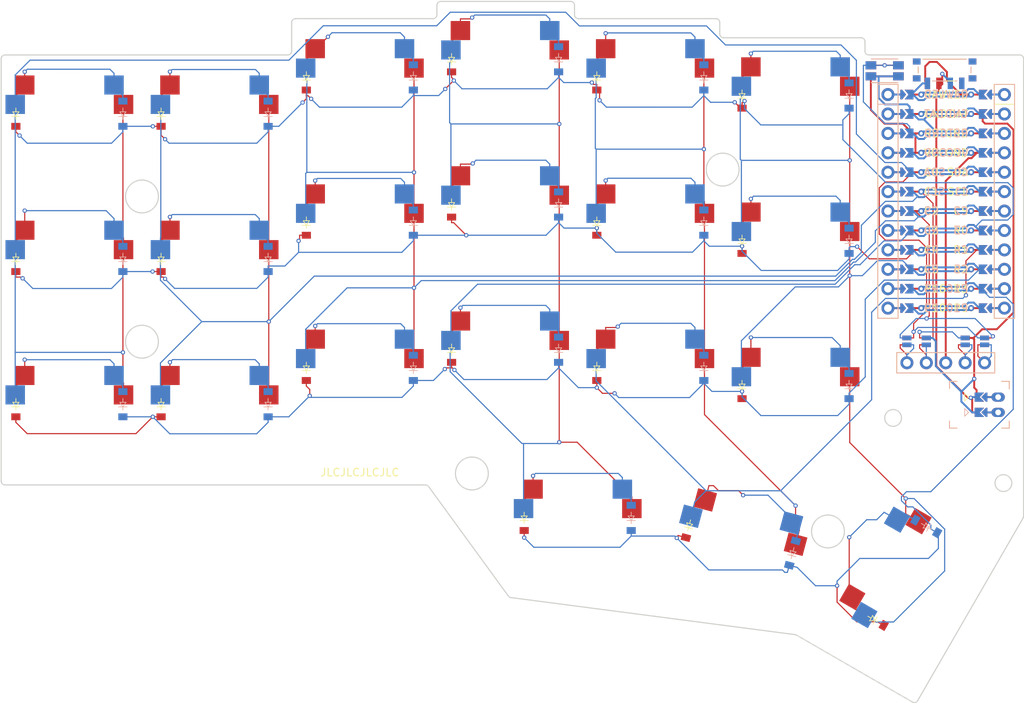
<source format=kicad_pcb>
(kicad_pcb (version 20171130) (host pcbnew 5.0.1-33cea8e~67~ubuntu18.04.1)
  (title_block (title corney_island_wireless) (rev 0.1) (company ceoloide))
  (layers (0 F.Cu signal) (31 B.Cu signal) (34 B.Paste user) (35 F.Paste user) (36 B.SilkS user) (37 F.SilkS user) (38 B.Mask user) (39 F.Mask user) (44 Edge.Cuts user))
  (net 0 "")
  (net 1 C0)
  (net 2 outer_bottom)
  (net 3 outer_home)
  (net 4 outer_top)
  (net 5 C1)
  (net 6 pinky_bottom)
  (net 7 pinky_home)
  (net 8 pinky_top)
  (net 9 C2)
  (net 10 ring_bottom)
  (net 11 ring_home)
  (net 12 ring_top)
  (net 13 C3)
  (net 14 middle_bottom)
  (net 15 middle_home)
  (net 16 middle_top)
  (net 17 C4)
  (net 18 index_bottom)
  (net 19 index_home)
  (net 20 index_top)
  (net 21 C5)
  (net 22 inner_bottom)
  (net 23 inner_home)
  (net 24 inner_top)
  (net 25 near_home)
  (net 26 mid_home)
  (net 27 far_home)
  (net 28 R2)
  (net 29 R1)
  (net 30 R0)
  (net 31 R3)
  (net 32 RAW)
  (net 33 GND)
  (net 34 RST)
  (net 35 VCC)
  (net 36 P16)
  (net 37 P10)
  (net 38 LED)
  (net 39 DAT)
  (net 40 SDA)
  (net 41 SCL)
  (net 42 CS)
  (net 43 P9)
  (net 44 MCU1_24)
  (net 45 MCU1_1)
  (net 46 MCU1_23)
  (net 47 MCU1_2)
  (net 48 MCU1_22)
  (net 49 MCU1_3)
  (net 50 MCU1_21)
  (net 51 MCU1_4)
  (net 52 MCU1_20)
  (net 53 MCU1_5)
  (net 54 MCU1_19)
  (net 55 MCU1_6)
  (net 56 MCU1_18)
  (net 57 MCU1_7)
  (net 58 MCU1_17)
  (net 59 MCU1_8)
  (net 60 MCU1_16)
  (net 61 MCU1_9)
  (net 62 MCU1_15)
  (net 63 MCU1_10)
  (net 64 MCU1_14)
  (net 65 MCU1_11)
  (net 66 MCU1_13)
  (net 67 MCU1_12)
  (net 68 DISP1_1)
  (net 69 DISP1_2)
  (net 70 DISP1_4)
  (net 71 DISP1_5)
  (net 72 BAT_P)
  (net 73 JST1_1)
  (net 74 JST1_2)
  (module MX (layer F.Cu) (at 100 100)
    (fp_text reference S1 hide)
    (fp_text value "" hide)
    (pad "" np_thru_hole circle (at 0 0) (size 3.9878 3.9878) (drill 3.9878) (layers *.Cu *.Mask))
    (pad "" np_thru_hole circle (at 5.08 0) (size 1.7018 1.7018) (drill 1.7018) (layers *.Cu *.Mask))
    (pad "" np_thru_hole circle (at -5.08 0) (size 1.7018 1.7018) (drill 1.7018) (layers *.Cu *.Mask))
    (pad "" np_thru_hole circle (at 2.54 -5.08) (size 3 3) (drill 3) (layers *.Cu *.Mask))
    (pad "" np_thru_hole circle (at -3.81 -2.54) (size 3 3) (drill 3) (layers *.Cu *.Mask))
    (pad 1 smd rect (at -7.085 -2.54) (size 2.55 2.5) (layers B.Cu B.Paste B.Mask) (net 1 C0))
    (pad 2 smd rect (at 5.842 -5.08) (size 2.55 2.5) (layers B.Cu B.Paste B.Mask) (net 2 outer_bottom))
    (pad "" np_thru_hole circle (at -2.54 -5.08) (size 3 3) (drill 3) (layers *.Cu *.Mask))
    (pad "" np_thru_hole circle (at 3.81 -2.54) (size 3 3) (drill 3) (layers *.Cu *.Mask))
    (pad 1 smd rect (at 7.085 -2.54) (size 2.55 2.5) (layers F.Cu F.Paste F.Mask) (net 1 C0))
    (pad 2 smd rect (at -5.842 -5.08) (size 2.55 2.5) (layers F.Cu F.Paste F.Mask) (net 2 outer_bottom))
  )
  (module MX (layer F.Cu) (at 100 81)
    (fp_text reference S2 hide)
    (fp_text value "" hide)
    (pad "" np_thru_hole circle (at 0 0) (size 3.9878 3.9878) (drill 3.9878) (layers *.Cu *.Mask))
    (pad "" np_thru_hole circle (at 5.08 0) (size 1.7018 1.7018) (drill 1.7018) (layers *.Cu *.Mask))
    (pad "" np_thru_hole circle (at -5.08 0) (size 1.7018 1.7018) (drill 1.7018) (layers *.Cu *.Mask))
    (pad "" np_thru_hole circle (at 2.54 -5.08) (size 3 3) (drill 3) (layers *.Cu *.Mask))
    (pad "" np_thru_hole circle (at -3.81 -2.54) (size 3 3) (drill 3) (layers *.Cu *.Mask))
    (pad 1 smd rect (at -7.085 -2.54) (size 2.55 2.5) (layers B.Cu B.Paste B.Mask) (net 1 C0))
    (pad 2 smd rect (at 5.842 -5.08) (size 2.55 2.5) (layers B.Cu B.Paste B.Mask) (net 3 outer_home))
    (pad "" np_thru_hole circle (at -2.54 -5.08) (size 3 3) (drill 3) (layers *.Cu *.Mask))
    (pad "" np_thru_hole circle (at 3.81 -2.54) (size 3 3) (drill 3) (layers *.Cu *.Mask))
    (pad 1 smd rect (at 7.085 -2.54) (size 2.55 2.5) (layers F.Cu F.Paste F.Mask) (net 1 C0))
    (pad 2 smd rect (at -5.842 -5.08) (size 2.55 2.5) (layers F.Cu F.Paste F.Mask) (net 3 outer_home))
  )
  (module MX (layer F.Cu) (at 100 62)
    (fp_text reference S3 hide)
    (fp_text value "" hide)
    (pad "" np_thru_hole circle (at 0 0) (size 3.9878 3.9878) (drill 3.9878) (layers *.Cu *.Mask))
    (pad "" np_thru_hole circle (at 5.08 0) (size 1.7018 1.7018) (drill 1.7018) (layers *.Cu *.Mask))
    (pad "" np_thru_hole circle (at -5.08 0) (size 1.7018 1.7018) (drill 1.7018) (layers *.Cu *.Mask))
    (pad "" np_thru_hole circle (at 2.54 -5.08) (size 3 3) (drill 3) (layers *.Cu *.Mask))
    (pad "" np_thru_hole circle (at -3.81 -2.54) (size 3 3) (drill 3) (layers *.Cu *.Mask))
    (pad 1 smd rect (at -7.085 -2.54) (size 2.55 2.5) (layers B.Cu B.Paste B.Mask) (net 1 C0))
    (pad 2 smd rect (at 5.842 -5.08) (size 2.55 2.5) (layers B.Cu B.Paste B.Mask) (net 4 outer_top))
    (pad "" np_thru_hole circle (at -2.54 -5.08) (size 3 3) (drill 3) (layers *.Cu *.Mask))
    (pad "" np_thru_hole circle (at 3.81 -2.54) (size 3 3) (drill 3) (layers *.Cu *.Mask))
    (pad 1 smd rect (at 7.085 -2.54) (size 2.55 2.5) (layers F.Cu F.Paste F.Mask) (net 1 C0))
    (pad 2 smd rect (at -5.842 -5.08) (size 2.55 2.5) (layers F.Cu F.Paste F.Mask) (net 4 outer_top))
  )
  (module MX (layer F.Cu) (at 119 100)
    (fp_text reference S4 hide)
    (fp_text value "" hide)
    (pad "" np_thru_hole circle (at 0 0) (size 3.9878 3.9878) (drill 3.9878) (layers *.Cu *.Mask))
    (pad "" np_thru_hole circle (at 5.08 0) (size 1.7018 1.7018) (drill 1.7018) (layers *.Cu *.Mask))
    (pad "" np_thru_hole circle (at -5.08 0) (size 1.7018 1.7018) (drill 1.7018) (layers *.Cu *.Mask))
    (pad "" np_thru_hole circle (at 2.54 -5.08) (size 3 3) (drill 3) (layers *.Cu *.Mask))
    (pad "" np_thru_hole circle (at -3.81 -2.54) (size 3 3) (drill 3) (layers *.Cu *.Mask))
    (pad 1 smd rect (at -7.085 -2.54) (size 2.55 2.5) (layers B.Cu B.Paste B.Mask) (net 5 C1))
    (pad 2 smd rect (at 5.842 -5.08) (size 2.55 2.5) (layers B.Cu B.Paste B.Mask) (net 6 pinky_bottom))
    (pad "" np_thru_hole circle (at -2.54 -5.08) (size 3 3) (drill 3) (layers *.Cu *.Mask))
    (pad "" np_thru_hole circle (at 3.81 -2.54) (size 3 3) (drill 3) (layers *.Cu *.Mask))
    (pad 1 smd rect (at 7.085 -2.54) (size 2.55 2.5) (layers F.Cu F.Paste F.Mask) (net 5 C1))
    (pad 2 smd rect (at -5.842 -5.08) (size 2.55 2.5) (layers F.Cu F.Paste F.Mask) (net 6 pinky_bottom))
  )
  (module MX (layer F.Cu) (at 119 81)
    (fp_text reference S5 hide)
    (fp_text value "" hide)
    (pad "" np_thru_hole circle (at 0 0) (size 3.9878 3.9878) (drill 3.9878) (layers *.Cu *.Mask))
    (pad "" np_thru_hole circle (at 5.08 0) (size 1.7018 1.7018) (drill 1.7018) (layers *.Cu *.Mask))
    (pad "" np_thru_hole circle (at -5.08 0) (size 1.7018 1.7018) (drill 1.7018) (layers *.Cu *.Mask))
    (pad "" np_thru_hole circle (at 2.54 -5.08) (size 3 3) (drill 3) (layers *.Cu *.Mask))
    (pad "" np_thru_hole circle (at -3.81 -2.54) (size 3 3) (drill 3) (layers *.Cu *.Mask))
    (pad 1 smd rect (at -7.085 -2.54) (size 2.55 2.5) (layers B.Cu B.Paste B.Mask) (net 5 C1))
    (pad 2 smd rect (at 5.842 -5.08) (size 2.55 2.5) (layers B.Cu B.Paste B.Mask) (net 7 pinky_home))
    (pad "" np_thru_hole circle (at -2.54 -5.08) (size 3 3) (drill 3) (layers *.Cu *.Mask))
    (pad "" np_thru_hole circle (at 3.81 -2.54) (size 3 3) (drill 3) (layers *.Cu *.Mask))
    (pad 1 smd rect (at 7.085 -2.54) (size 2.55 2.5) (layers F.Cu F.Paste F.Mask) (net 5 C1))
    (pad 2 smd rect (at -5.842 -5.08) (size 2.55 2.5) (layers F.Cu F.Paste F.Mask) (net 7 pinky_home))
  )
  (module MX (layer F.Cu) (at 119 62)
    (fp_text reference S6 hide)
    (fp_text value "" hide)
    (pad "" np_thru_hole circle (at 0 0) (size 3.9878 3.9878) (drill 3.9878) (layers *.Cu *.Mask))
    (pad "" np_thru_hole circle (at 5.08 0) (size 1.7018 1.7018) (drill 1.7018) (layers *.Cu *.Mask))
    (pad "" np_thru_hole circle (at -5.08 0) (size 1.7018 1.7018) (drill 1.7018) (layers *.Cu *.Mask))
    (pad "" np_thru_hole circle (at 2.54 -5.08) (size 3 3) (drill 3) (layers *.Cu *.Mask))
    (pad "" np_thru_hole circle (at -3.81 -2.54) (size 3 3) (drill 3) (layers *.Cu *.Mask))
    (pad 1 smd rect (at -7.085 -2.54) (size 2.55 2.5) (layers B.Cu B.Paste B.Mask) (net 5 C1))
    (pad 2 smd rect (at 5.842 -5.08) (size 2.55 2.5) (layers B.Cu B.Paste B.Mask) (net 8 pinky_top))
    (pad "" np_thru_hole circle (at -2.54 -5.08) (size 3 3) (drill 3) (layers *.Cu *.Mask))
    (pad "" np_thru_hole circle (at 3.81 -2.54) (size 3 3) (drill 3) (layers *.Cu *.Mask))
    (pad 1 smd rect (at 7.085 -2.54) (size 2.55 2.5) (layers F.Cu F.Paste F.Mask) (net 5 C1))
    (pad 2 smd rect (at -5.842 -5.08) (size 2.55 2.5) (layers F.Cu F.Paste F.Mask) (net 8 pinky_top))
  )
  (module MX (layer F.Cu) (at 138 95.25)
    (fp_text reference S7 hide)
    (fp_text value "" hide)
    (pad "" np_thru_hole circle (at 0 0) (size 3.9878 3.9878) (drill 3.9878) (layers *.Cu *.Mask))
    (pad "" np_thru_hole circle (at 5.08 0) (size 1.7018 1.7018) (drill 1.7018) (layers *.Cu *.Mask))
    (pad "" np_thru_hole circle (at -5.08 0) (size 1.7018 1.7018) (drill 1.7018) (layers *.Cu *.Mask))
    (pad "" np_thru_hole circle (at 2.54 -5.08) (size 3 3) (drill 3) (layers *.Cu *.Mask))
    (pad "" np_thru_hole circle (at -3.81 -2.54) (size 3 3) (drill 3) (layers *.Cu *.Mask))
    (pad 1 smd rect (at -7.085 -2.54) (size 2.55 2.5) (layers B.Cu B.Paste B.Mask) (net 9 C2))
    (pad 2 smd rect (at 5.842 -5.08) (size 2.55 2.5) (layers B.Cu B.Paste B.Mask) (net 10 ring_bottom))
    (pad "" np_thru_hole circle (at -2.54 -5.08) (size 3 3) (drill 3) (layers *.Cu *.Mask))
    (pad "" np_thru_hole circle (at 3.81 -2.54) (size 3 3) (drill 3) (layers *.Cu *.Mask))
    (pad 1 smd rect (at 7.085 -2.54) (size 2.55 2.5) (layers F.Cu F.Paste F.Mask) (net 9 C2))
    (pad 2 smd rect (at -5.842 -5.08) (size 2.55 2.5) (layers F.Cu F.Paste F.Mask) (net 10 ring_bottom))
  )
  (module MX (layer F.Cu) (at 138 76.25)
    (fp_text reference S8 hide)
    (fp_text value "" hide)
    (pad "" np_thru_hole circle (at 0 0) (size 3.9878 3.9878) (drill 3.9878) (layers *.Cu *.Mask))
    (pad "" np_thru_hole circle (at 5.08 0) (size 1.7018 1.7018) (drill 1.7018) (layers *.Cu *.Mask))
    (pad "" np_thru_hole circle (at -5.08 0) (size 1.7018 1.7018) (drill 1.7018) (layers *.Cu *.Mask))
    (pad "" np_thru_hole circle (at 2.54 -5.08) (size 3 3) (drill 3) (layers *.Cu *.Mask))
    (pad "" np_thru_hole circle (at -3.81 -2.54) (size 3 3) (drill 3) (layers *.Cu *.Mask))
    (pad 1 smd rect (at -7.085 -2.54) (size 2.55 2.5) (layers B.Cu B.Paste B.Mask) (net 9 C2))
    (pad 2 smd rect (at 5.842 -5.08) (size 2.55 2.5) (layers B.Cu B.Paste B.Mask) (net 11 ring_home))
    (pad "" np_thru_hole circle (at -2.54 -5.08) (size 3 3) (drill 3) (layers *.Cu *.Mask))
    (pad "" np_thru_hole circle (at 3.81 -2.54) (size 3 3) (drill 3) (layers *.Cu *.Mask))
    (pad 1 smd rect (at 7.085 -2.54) (size 2.55 2.5) (layers F.Cu F.Paste F.Mask) (net 9 C2))
    (pad 2 smd rect (at -5.842 -5.08) (size 2.55 2.5) (layers F.Cu F.Paste F.Mask) (net 11 ring_home))
  )
  (module MX (layer F.Cu) (at 138 57.25)
    (fp_text reference S9 hide)
    (fp_text value "" hide)
    (pad "" np_thru_hole circle (at 0 0) (size 3.9878 3.9878) (drill 3.9878) (layers *.Cu *.Mask))
    (pad "" np_thru_hole circle (at 5.08 0) (size 1.7018 1.7018) (drill 1.7018) (layers *.Cu *.Mask))
    (pad "" np_thru_hole circle (at -5.08 0) (size 1.7018 1.7018) (drill 1.7018) (layers *.Cu *.Mask))
    (pad "" np_thru_hole circle (at 2.54 -5.08) (size 3 3) (drill 3) (layers *.Cu *.Mask))
    (pad "" np_thru_hole circle (at -3.81 -2.54) (size 3 3) (drill 3) (layers *.Cu *.Mask))
    (pad 1 smd rect (at -7.085 -2.54) (size 2.55 2.5) (layers B.Cu B.Paste B.Mask) (net 9 C2))
    (pad 2 smd rect (at 5.842 -5.08) (size 2.55 2.5) (layers B.Cu B.Paste B.Mask) (net 12 ring_top))
    (pad "" np_thru_hole circle (at -2.54 -5.08) (size 3 3) (drill 3) (layers *.Cu *.Mask))
    (pad "" np_thru_hole circle (at 3.81 -2.54) (size 3 3) (drill 3) (layers *.Cu *.Mask))
    (pad 1 smd rect (at 7.085 -2.54) (size 2.55 2.5) (layers F.Cu F.Paste F.Mask) (net 9 C2))
    (pad 2 smd rect (at -5.842 -5.08) (size 2.55 2.5) (layers F.Cu F.Paste F.Mask) (net 12 ring_top))
  )
  (module MX (layer F.Cu) (at 157 92.875)
    (fp_text reference S10 hide)
    (fp_text value "" hide)
    (pad "" np_thru_hole circle (at 0 0) (size 3.9878 3.9878) (drill 3.9878) (layers *.Cu *.Mask))
    (pad "" np_thru_hole circle (at 5.08 0) (size 1.7018 1.7018) (drill 1.7018) (layers *.Cu *.Mask))
    (pad "" np_thru_hole circle (at -5.08 0) (size 1.7018 1.7018) (drill 1.7018) (layers *.Cu *.Mask))
    (pad "" np_thru_hole circle (at 2.54 -5.08) (size 3 3) (drill 3) (layers *.Cu *.Mask))
    (pad "" np_thru_hole circle (at -3.81 -2.54) (size 3 3) (drill 3) (layers *.Cu *.Mask))
    (pad 1 smd rect (at -7.085 -2.54) (size 2.55 2.5) (layers B.Cu B.Paste B.Mask) (net 13 C3))
    (pad 2 smd rect (at 5.842 -5.08) (size 2.55 2.5) (layers B.Cu B.Paste B.Mask) (net 14 middle_bottom))
    (pad "" np_thru_hole circle (at -2.54 -5.08) (size 3 3) (drill 3) (layers *.Cu *.Mask))
    (pad "" np_thru_hole circle (at 3.81 -2.54) (size 3 3) (drill 3) (layers *.Cu *.Mask))
    (pad 1 smd rect (at 7.085 -2.54) (size 2.55 2.5) (layers F.Cu F.Paste F.Mask) (net 13 C3))
    (pad 2 smd rect (at -5.842 -5.08) (size 2.55 2.5) (layers F.Cu F.Paste F.Mask) (net 14 middle_bottom))
  )
  (module MX (layer F.Cu) (at 157 73.875)
    (fp_text reference S11 hide)
    (fp_text value "" hide)
    (pad "" np_thru_hole circle (at 0 0) (size 3.9878 3.9878) (drill 3.9878) (layers *.Cu *.Mask))
    (pad "" np_thru_hole circle (at 5.08 0) (size 1.7018 1.7018) (drill 1.7018) (layers *.Cu *.Mask))
    (pad "" np_thru_hole circle (at -5.08 0) (size 1.7018 1.7018) (drill 1.7018) (layers *.Cu *.Mask))
    (pad "" np_thru_hole circle (at 2.54 -5.08) (size 3 3) (drill 3) (layers *.Cu *.Mask))
    (pad "" np_thru_hole circle (at -3.81 -2.54) (size 3 3) (drill 3) (layers *.Cu *.Mask))
    (pad 1 smd rect (at -7.085 -2.54) (size 2.55 2.5) (layers B.Cu B.Paste B.Mask) (net 13 C3))
    (pad 2 smd rect (at 5.842 -5.08) (size 2.55 2.5) (layers B.Cu B.Paste B.Mask) (net 15 middle_home))
    (pad "" np_thru_hole circle (at -2.54 -5.08) (size 3 3) (drill 3) (layers *.Cu *.Mask))
    (pad "" np_thru_hole circle (at 3.81 -2.54) (size 3 3) (drill 3) (layers *.Cu *.Mask))
    (pad 1 smd rect (at 7.085 -2.54) (size 2.55 2.5) (layers F.Cu F.Paste F.Mask) (net 13 C3))
    (pad 2 smd rect (at -5.842 -5.08) (size 2.55 2.5) (layers F.Cu F.Paste F.Mask) (net 15 middle_home))
  )
  (module MX (layer F.Cu) (at 157 54.875)
    (fp_text reference S12 hide)
    (fp_text value "" hide)
    (pad "" np_thru_hole circle (at 0 0) (size 3.9878 3.9878) (drill 3.9878) (layers *.Cu *.Mask))
    (pad "" np_thru_hole circle (at 5.08 0) (size 1.7018 1.7018) (drill 1.7018) (layers *.Cu *.Mask))
    (pad "" np_thru_hole circle (at -5.08 0) (size 1.7018 1.7018) (drill 1.7018) (layers *.Cu *.Mask))
    (pad "" np_thru_hole circle (at 2.54 -5.08) (size 3 3) (drill 3) (layers *.Cu *.Mask))
    (pad "" np_thru_hole circle (at -3.81 -2.54) (size 3 3) (drill 3) (layers *.Cu *.Mask))
    (pad 1 smd rect (at -7.085 -2.54) (size 2.55 2.5) (layers B.Cu B.Paste B.Mask) (net 13 C3))
    (pad 2 smd rect (at 5.842 -5.08) (size 2.55 2.5) (layers B.Cu B.Paste B.Mask) (net 16 middle_top))
    (pad "" np_thru_hole circle (at -2.54 -5.08) (size 3 3) (drill 3) (layers *.Cu *.Mask))
    (pad "" np_thru_hole circle (at 3.81 -2.54) (size 3 3) (drill 3) (layers *.Cu *.Mask))
    (pad 1 smd rect (at 7.085 -2.54) (size 2.55 2.5) (layers F.Cu F.Paste F.Mask) (net 13 C3))
    (pad 2 smd rect (at -5.842 -5.08) (size 2.55 2.5) (layers F.Cu F.Paste F.Mask) (net 16 middle_top))
  )
  (module MX (layer F.Cu) (at 176 95.25)
    (fp_text reference S13 hide)
    (fp_text value "" hide)
    (pad "" np_thru_hole circle (at 0 0) (size 3.9878 3.9878) (drill 3.9878) (layers *.Cu *.Mask))
    (pad "" np_thru_hole circle (at 5.08 0) (size 1.7018 1.7018) (drill 1.7018) (layers *.Cu *.Mask))
    (pad "" np_thru_hole circle (at -5.08 0) (size 1.7018 1.7018) (drill 1.7018) (layers *.Cu *.Mask))
    (pad "" np_thru_hole circle (at 2.54 -5.08) (size 3 3) (drill 3) (layers *.Cu *.Mask))
    (pad "" np_thru_hole circle (at -3.81 -2.54) (size 3 3) (drill 3) (layers *.Cu *.Mask))
    (pad 1 smd rect (at -7.085 -2.54) (size 2.55 2.5) (layers B.Cu B.Paste B.Mask) (net 17 C4))
    (pad 2 smd rect (at 5.842 -5.08) (size 2.55 2.5) (layers B.Cu B.Paste B.Mask) (net 18 index_bottom))
    (pad "" np_thru_hole circle (at -2.54 -5.08) (size 3 3) (drill 3) (layers *.Cu *.Mask))
    (pad "" np_thru_hole circle (at 3.81 -2.54) (size 3 3) (drill 3) (layers *.Cu *.Mask))
    (pad 1 smd rect (at 7.085 -2.54) (size 2.55 2.5) (layers F.Cu F.Paste F.Mask) (net 17 C4))
    (pad 2 smd rect (at -5.842 -5.08) (size 2.55 2.5) (layers F.Cu F.Paste F.Mask) (net 18 index_bottom))
  )
  (module MX (layer F.Cu) (at 176 76.25)
    (fp_text reference S14 hide)
    (fp_text value "" hide)
    (pad "" np_thru_hole circle (at 0 0) (size 3.9878 3.9878) (drill 3.9878) (layers *.Cu *.Mask))
    (pad "" np_thru_hole circle (at 5.08 0) (size 1.7018 1.7018) (drill 1.7018) (layers *.Cu *.Mask))
    (pad "" np_thru_hole circle (at -5.08 0) (size 1.7018 1.7018) (drill 1.7018) (layers *.Cu *.Mask))
    (pad "" np_thru_hole circle (at 2.54 -5.08) (size 3 3) (drill 3) (layers *.Cu *.Mask))
    (pad "" np_thru_hole circle (at -3.81 -2.54) (size 3 3) (drill 3) (layers *.Cu *.Mask))
    (pad 1 smd rect (at -7.085 -2.54) (size 2.55 2.5) (layers B.Cu B.Paste B.Mask) (net 17 C4))
    (pad 2 smd rect (at 5.842 -5.08) (size 2.55 2.5) (layers B.Cu B.Paste B.Mask) (net 19 index_home))
    (pad "" np_thru_hole circle (at -2.54 -5.08) (size 3 3) (drill 3) (layers *.Cu *.Mask))
    (pad "" np_thru_hole circle (at 3.81 -2.54) (size 3 3) (drill 3) (layers *.Cu *.Mask))
    (pad 1 smd rect (at 7.085 -2.54) (size 2.55 2.5) (layers F.Cu F.Paste F.Mask) (net 17 C4))
    (pad 2 smd rect (at -5.842 -5.08) (size 2.55 2.5) (layers F.Cu F.Paste F.Mask) (net 19 index_home))
  )
  (module MX (layer F.Cu) (at 176 57.25)
    (fp_text reference S15 hide)
    (fp_text value "" hide)
    (pad "" np_thru_hole circle (at 0 0) (size 3.9878 3.9878) (drill 3.9878) (layers *.Cu *.Mask))
    (pad "" np_thru_hole circle (at 5.08 0) (size 1.7018 1.7018) (drill 1.7018) (layers *.Cu *.Mask))
    (pad "" np_thru_hole circle (at -5.08 0) (size 1.7018 1.7018) (drill 1.7018) (layers *.Cu *.Mask))
    (pad "" np_thru_hole circle (at 2.54 -5.08) (size 3 3) (drill 3) (layers *.Cu *.Mask))
    (pad "" np_thru_hole circle (at -3.81 -2.54) (size 3 3) (drill 3) (layers *.Cu *.Mask))
    (pad 1 smd rect (at -7.085 -2.54) (size 2.55 2.5) (layers B.Cu B.Paste B.Mask) (net 17 C4))
    (pad 2 smd rect (at 5.842 -5.08) (size 2.55 2.5) (layers B.Cu B.Paste B.Mask) (net 20 index_top))
    (pad "" np_thru_hole circle (at -2.54 -5.08) (size 3 3) (drill 3) (layers *.Cu *.Mask))
    (pad "" np_thru_hole circle (at 3.81 -2.54) (size 3 3) (drill 3) (layers *.Cu *.Mask))
    (pad 1 smd rect (at 7.085 -2.54) (size 2.55 2.5) (layers F.Cu F.Paste F.Mask) (net 17 C4))
    (pad 2 smd rect (at -5.842 -5.08) (size 2.55 2.5) (layers F.Cu F.Paste F.Mask) (net 20 index_top))
  )
  (module MX (layer F.Cu) (at 195 97.625)
    (fp_text reference S16 hide)
    (fp_text value "" hide)
    (pad "" np_thru_hole circle (at 0 0) (size 3.9878 3.9878) (drill 3.9878) (layers *.Cu *.Mask))
    (pad "" np_thru_hole circle (at 5.08 0) (size 1.7018 1.7018) (drill 1.7018) (layers *.Cu *.Mask))
    (pad "" np_thru_hole circle (at -5.08 0) (size 1.7018 1.7018) (drill 1.7018) (layers *.Cu *.Mask))
    (pad "" np_thru_hole circle (at 2.54 -5.08) (size 3 3) (drill 3) (layers *.Cu *.Mask))
    (pad "" np_thru_hole circle (at -3.81 -2.54) (size 3 3) (drill 3) (layers *.Cu *.Mask))
    (pad 1 smd rect (at -7.085 -2.54) (size 2.55 2.5) (layers B.Cu B.Paste B.Mask) (net 21 C5))
    (pad 2 smd rect (at 5.842 -5.08) (size 2.55 2.5) (layers B.Cu B.Paste B.Mask) (net 22 inner_bottom))
    (pad "" np_thru_hole circle (at -2.54 -5.08) (size 3 3) (drill 3) (layers *.Cu *.Mask))
    (pad "" np_thru_hole circle (at 3.81 -2.54) (size 3 3) (drill 3) (layers *.Cu *.Mask))
    (pad 1 smd rect (at 7.085 -2.54) (size 2.55 2.5) (layers F.Cu F.Paste F.Mask) (net 21 C5))
    (pad 2 smd rect (at -5.842 -5.08) (size 2.55 2.5) (layers F.Cu F.Paste F.Mask) (net 22 inner_bottom))
  )
  (module MX (layer F.Cu) (at 195 78.625)
    (fp_text reference S17 hide)
    (fp_text value "" hide)
    (pad "" np_thru_hole circle (at 0 0) (size 3.9878 3.9878) (drill 3.9878) (layers *.Cu *.Mask))
    (pad "" np_thru_hole circle (at 5.08 0) (size 1.7018 1.7018) (drill 1.7018) (layers *.Cu *.Mask))
    (pad "" np_thru_hole circle (at -5.08 0) (size 1.7018 1.7018) (drill 1.7018) (layers *.Cu *.Mask))
    (pad "" np_thru_hole circle (at 2.54 -5.08) (size 3 3) (drill 3) (layers *.Cu *.Mask))
    (pad "" np_thru_hole circle (at -3.81 -2.54) (size 3 3) (drill 3) (layers *.Cu *.Mask))
    (pad 1 smd rect (at -7.085 -2.54) (size 2.55 2.5) (layers B.Cu B.Paste B.Mask) (net 21 C5))
    (pad 2 smd rect (at 5.842 -5.08) (size 2.55 2.5) (layers B.Cu B.Paste B.Mask) (net 23 inner_home))
    (pad "" np_thru_hole circle (at -2.54 -5.08) (size 3 3) (drill 3) (layers *.Cu *.Mask))
    (pad "" np_thru_hole circle (at 3.81 -2.54) (size 3 3) (drill 3) (layers *.Cu *.Mask))
    (pad 1 smd rect (at 7.085 -2.54) (size 2.55 2.5) (layers F.Cu F.Paste F.Mask) (net 21 C5))
    (pad 2 smd rect (at -5.842 -5.08) (size 2.55 2.5) (layers F.Cu F.Paste F.Mask) (net 23 inner_home))
  )
  (module MX (layer F.Cu) (at 195 59.625)
    (fp_text reference S18 hide)
    (fp_text value "" hide)
    (pad "" np_thru_hole circle (at 0 0) (size 3.9878 3.9878) (drill 3.9878) (layers *.Cu *.Mask))
    (pad "" np_thru_hole circle (at 5.08 0) (size 1.7018 1.7018) (drill 1.7018) (layers *.Cu *.Mask))
    (pad "" np_thru_hole circle (at -5.08 0) (size 1.7018 1.7018) (drill 1.7018) (layers *.Cu *.Mask))
    (pad "" np_thru_hole circle (at 2.54 -5.08) (size 3 3) (drill 3) (layers *.Cu *.Mask))
    (pad "" np_thru_hole circle (at -3.81 -2.54) (size 3 3) (drill 3) (layers *.Cu *.Mask))
    (pad 1 smd rect (at -7.085 -2.54) (size 2.55 2.5) (layers B.Cu B.Paste B.Mask) (net 21 C5))
    (pad 2 smd rect (at 5.842 -5.08) (size 2.55 2.5) (layers B.Cu B.Paste B.Mask) (net 24 inner_top))
    (pad "" np_thru_hole circle (at -2.54 -5.08) (size 3 3) (drill 3) (layers *.Cu *.Mask))
    (pad "" np_thru_hole circle (at 3.81 -2.54) (size 3 3) (drill 3) (layers *.Cu *.Mask))
    (pad 1 smd rect (at 7.085 -2.54) (size 2.55 2.5) (layers F.Cu F.Paste F.Mask) (net 21 C5))
    (pad 2 smd rect (at -5.842 -5.08) (size 2.55 2.5) (layers F.Cu F.Paste F.Mask) (net 24 inner_top))
  )
  (module MX (layer F.Cu) (at 166.5 114.875)
    (fp_text reference S19 hide)
    (fp_text value "" hide)
    (pad "" np_thru_hole circle (at 0 0) (size 3.9878 3.9878) (drill 3.9878) (layers *.Cu *.Mask))
    (pad "" np_thru_hole circle (at 5.08 0) (size 1.7018 1.7018) (drill 1.7018) (layers *.Cu *.Mask))
    (pad "" np_thru_hole circle (at -5.08 0) (size 1.7018 1.7018) (drill 1.7018) (layers *.Cu *.Mask))
    (pad "" np_thru_hole circle (at 2.54 -5.08) (size 3 3) (drill 3) (layers *.Cu *.Mask))
    (pad "" np_thru_hole circle (at -3.81 -2.54) (size 3 3) (drill 3) (layers *.Cu *.Mask))
    (pad 1 smd rect (at -7.085 -2.54) (size 2.55 2.5) (layers B.Cu B.Paste B.Mask) (net 13 C3))
    (pad 2 smd rect (at 5.842 -5.08) (size 2.55 2.5) (layers B.Cu B.Paste B.Mask) (net 25 near_home))
    (pad "" np_thru_hole circle (at -2.54 -5.08) (size 3 3) (drill 3) (layers *.Cu *.Mask))
    (pad "" np_thru_hole circle (at 3.81 -2.54) (size 3 3) (drill 3) (layers *.Cu *.Mask))
    (pad 1 smd rect (at 7.085 -2.54) (size 2.55 2.5) (layers F.Cu F.Paste F.Mask) (net 13 C3))
    (pad 2 smd rect (at -5.842 -5.08) (size 2.55 2.5) (layers F.Cu F.Paste F.Mask) (net 25 near_home))
  )
  (module MX (layer F.Cu) (at 187.5 117.625 345)
    (fp_text reference S20 hide)
    (fp_text value "" hide)
    (pad "" np_thru_hole circle (at 0 0) (size 3.9878 3.9878) (drill 3.9878) (layers *.Cu *.Mask))
    (pad "" np_thru_hole circle (at 5.08 0) (size 1.7018 1.7018) (drill 1.7018) (layers *.Cu *.Mask))
    (pad "" np_thru_hole circle (at -5.08 0) (size 1.7018 1.7018) (drill 1.7018) (layers *.Cu *.Mask))
    (pad "" np_thru_hole circle (at 2.54 -5.08) (size 3 3) (drill 3) (layers *.Cu *.Mask))
    (pad "" np_thru_hole circle (at -3.81 -2.54) (size 3 3) (drill 3) (layers *.Cu *.Mask))
    (pad 1 smd rect (at -7.085 -2.54 345) (size 2.55 2.5) (layers B.Cu B.Paste B.Mask) (net 17 C4))
    (pad 2 smd rect (at 5.842 -5.08 345) (size 2.55 2.5) (layers B.Cu B.Paste B.Mask) (net 26 mid_home))
    (pad "" np_thru_hole circle (at -2.54 -5.08) (size 3 3) (drill 3) (layers *.Cu *.Mask))
    (pad "" np_thru_hole circle (at 3.81 -2.54) (size 3 3) (drill 3) (layers *.Cu *.Mask))
    (pad 1 smd rect (at 7.085 -2.54 345) (size 2.55 2.5) (layers F.Cu F.Paste F.Mask) (net 17 C4))
    (pad 2 smd rect (at -5.842 -5.08 345) (size 2.55 2.5) (layers F.Cu F.Paste F.Mask) (net 26 mid_home))
  )
  (module MX (layer F.Cu) (at 209.7468 121.3892 60)
    (fp_text reference S21 hide)
    (fp_text value "" hide)
    (pad "" np_thru_hole circle (at 0 0) (size 3.9878 3.9878) (drill 3.9878) (layers *.Cu *.Mask))
    (pad "" np_thru_hole circle (at 5.08 0) (size 1.7018 1.7018) (drill 1.7018) (layers *.Cu *.Mask))
    (pad "" np_thru_hole circle (at -5.08 0) (size 1.7018 1.7018) (drill 1.7018) (layers *.Cu *.Mask))
    (pad "" np_thru_hole circle (at 2.54 -5.08) (size 3 3) (drill 3) (layers *.Cu *.Mask))
    (pad "" np_thru_hole circle (at -3.81 -2.54) (size 3 3) (drill 3) (layers *.Cu *.Mask))
    (pad 1 smd rect (at -7.085 -2.54 60) (size 2.55 2.5) (layers B.Cu B.Paste B.Mask) (net 21 C5))
    (pad 2 smd rect (at 5.842 -5.08 60) (size 2.55 2.5) (layers B.Cu B.Paste B.Mask) (net 27 far_home))
    (pad "" np_thru_hole circle (at -2.54 -5.08) (size 3 3) (drill 3) (layers *.Cu *.Mask))
    (pad "" np_thru_hole circle (at 3.81 -2.540001) (size 3 3) (drill 3) (layers *.Cu *.Mask))
    (pad 1 smd rect (at 7.085 -2.54 60) (size 2.55 2.5) (layers F.Cu F.Paste F.Mask) (net 21 C5))
    (pad 2 smd rect (at -5.842 -5.08 60) (size 2.55 2.5) (layers F.Cu F.Paste F.Mask) (net 27 far_home))
  )
  (module ComboDiode (layer B.Cu) (at 107 98.675 90)
    (fp_text reference D1 hide)
    (fp_text value "" (at 0 0 90) (layer F.SilkS) (effects (font (size 1.27 1.27))))
    (pad 2 smd rect (at 1.65 0 90) (size 0.9 1.2) (layers B.Cu B.Paste B.Mask) (net 2 outer_bottom))
    (pad 1 smd rect (at -1.65 0 90) (size 0.9 1.2) (layers B.Cu B.Paste B.Mask) (net 28 R2))
  )
  (module ComboDiode (layer B.Cu) (at 107 79.675 90)
    (fp_text reference D2 hide)
    (fp_text value "" (at 0 0 90) (layer F.SilkS) (effects (font (size 1.27 1.27))))
    (pad 2 smd rect (at 1.65 0 90) (size 0.9 1.2) (layers B.Cu B.Paste B.Mask) (net 3 outer_home))
    (pad 1 smd rect (at -1.65 0 90) (size 0.9 1.2) (layers B.Cu B.Paste B.Mask) (net 29 R1))
  )
  (module ComboDiode (layer B.Cu) (at 107 60.675 90)
    (fp_text reference D3 hide)
    (fp_text value "" (at 0 0 90) (layer F.SilkS) (effects (font (size 1.27 1.27))))
    (pad 2 smd rect (at 1.65 0 90) (size 0.9 1.2) (layers B.Cu B.Paste B.Mask) (net 4 outer_top))
    (pad 1 smd rect (at -1.65 0 90) (size 0.9 1.2) (layers B.Cu B.Paste B.Mask) (net 30 R0))
  )
  (module ComboDiode (layer B.Cu) (at 126 98.675 90)
    (fp_text reference D4 hide)
    (fp_text value "" (at 0 0 90) (layer F.SilkS) (effects (font (size 1.27 1.27))))
    (pad 2 smd rect (at 1.65 0 90) (size 0.9 1.2) (layers B.Cu B.Paste B.Mask) (net 6 pinky_bottom))
    (pad 1 smd rect (at -1.65 0 90) (size 0.9 1.2) (layers B.Cu B.Paste B.Mask) (net 28 R2))
  )
  (module ComboDiode (layer B.Cu) (at 126 79.675 90)
    (fp_text reference D5 hide)
    (fp_text value "" (at 0 0 90) (layer F.SilkS) (effects (font (size 1.27 1.27))))
    (pad 2 smd rect (at 1.65 0 90) (size 0.9 1.2) (layers B.Cu B.Paste B.Mask) (net 7 pinky_home))
    (pad 1 smd rect (at -1.65 0 90) (size 0.9 1.2) (layers B.Cu B.Paste B.Mask) (net 29 R1))
  )
  (module ComboDiode (layer B.Cu) (at 126 60.675 90)
    (fp_text reference D6 hide)
    (fp_text value "" (at 0 0 90) (layer F.SilkS) (effects (font (size 1.27 1.27))))
    (pad 2 smd rect (at 1.65 0 90) (size 0.9 1.2) (layers B.Cu B.Paste B.Mask) (net 8 pinky_top))
    (pad 1 smd rect (at -1.65 0 90) (size 0.9 1.2) (layers B.Cu B.Paste B.Mask) (net 30 R0))
  )
  (module ComboDiode (layer B.Cu) (at 145 93.925 90)
    (fp_text reference D7 hide)
    (fp_text value "" (at 0 0 90) (layer F.SilkS) (effects (font (size 1.27 1.27))))
    (pad 2 smd rect (at 1.65 0 90) (size 0.9 1.2) (layers B.Cu B.Paste B.Mask) (net 10 ring_bottom))
    (pad 1 smd rect (at -1.65 0 90) (size 0.9 1.2) (layers B.Cu B.Paste B.Mask) (net 28 R2))
  )
  (module ComboDiode (layer B.Cu) (at 145 74.925 90)
    (fp_text reference D8 hide)
    (fp_text value "" (at 0 0 90) (layer F.SilkS) (effects (font (size 1.27 1.27))))
    (pad 2 smd rect (at 1.65 0 90) (size 0.9 1.2) (layers B.Cu B.Paste B.Mask) (net 11 ring_home))
    (pad 1 smd rect (at -1.65 0 90) (size 0.9 1.2) (layers B.Cu B.Paste B.Mask) (net 29 R1))
  )
  (module ComboDiode (layer B.Cu) (at 145 55.925 90)
    (fp_text reference D9 hide)
    (fp_text value "" (at 0 0 90) (layer F.SilkS) (effects (font (size 1.27 1.27))))
    (pad 2 smd rect (at 1.65 0 90) (size 0.9 1.2) (layers B.Cu B.Paste B.Mask) (net 12 ring_top))
    (pad 1 smd rect (at -1.65 0 90) (size 0.9 1.2) (layers B.Cu B.Paste B.Mask) (net 30 R0))
  )
  (module ComboDiode (layer B.Cu) (at 164 91.55 90)
    (fp_text reference D10 hide)
    (fp_text value "" (at 0 0 90) (layer F.SilkS) (effects (font (size 1.27 1.27))))
    (pad 2 smd rect (at 1.65 0 90) (size 0.9 1.2) (layers B.Cu B.Paste B.Mask) (net 14 middle_bottom))
    (pad 1 smd rect (at -1.65 0 90) (size 0.9 1.2) (layers B.Cu B.Paste B.Mask) (net 28 R2))
  )
  (module ComboDiode (layer B.Cu) (at 164 72.55 90)
    (fp_text reference D11 hide)
    (fp_text value "" (at 0 0 90) (layer F.SilkS) (effects (font (size 1.27 1.27))))
    (pad 2 smd rect (at 1.65 0 90) (size 0.9 1.2) (layers B.Cu B.Paste B.Mask) (net 15 middle_home))
    (pad 1 smd rect (at -1.65 0 90) (size 0.9 1.2) (layers B.Cu B.Paste B.Mask) (net 29 R1))
  )
  (module ComboDiode (layer B.Cu) (at 164 53.55 90)
    (fp_text reference D12 hide)
    (fp_text value "" (at 0 0 90) (layer F.SilkS) (effects (font (size 1.27 1.27))))
    (pad 2 smd rect (at 1.65 0 90) (size 0.9 1.2) (layers B.Cu B.Paste B.Mask) (net 16 middle_top))
    (pad 1 smd rect (at -1.65 0 90) (size 0.9 1.2) (layers B.Cu B.Paste B.Mask) (net 30 R0))
  )
  (module ComboDiode (layer B.Cu) (at 183 93.925 90)
    (fp_text reference D13 hide)
    (fp_text value "" (at 0 0 90) (layer F.SilkS) (effects (font (size 1.27 1.27))))
    (pad 2 smd rect (at 1.65 0 90) (size 0.9 1.2) (layers B.Cu B.Paste B.Mask) (net 18 index_bottom))
    (pad 1 smd rect (at -1.65 0 90) (size 0.9 1.2) (layers B.Cu B.Paste B.Mask) (net 28 R2))
  )
  (module ComboDiode (layer B.Cu) (at 183 74.925 90)
    (fp_text reference D14 hide)
    (fp_text value "" (at 0 0 90) (layer F.SilkS) (effects (font (size 1.27 1.27))))
    (pad 2 smd rect (at 1.65 0 90) (size 0.9 1.2) (layers B.Cu B.Paste B.Mask) (net 19 index_home))
    (pad 1 smd rect (at -1.65 0 90) (size 0.9 1.2) (layers B.Cu B.Paste B.Mask) (net 29 R1))
  )
  (module ComboDiode (layer B.Cu) (at 183 55.925 90)
    (fp_text reference D15 hide)
    (fp_text value "" (at 0 0 90) (layer F.SilkS) (effects (font (size 1.27 1.27))))
    (pad 2 smd rect (at 1.65 0 90) (size 0.9 1.2) (layers B.Cu B.Paste B.Mask) (net 20 index_top))
    (pad 1 smd rect (at -1.65 0 90) (size 0.9 1.2) (layers B.Cu B.Paste B.Mask) (net 30 R0))
  )
  (module ComboDiode (layer B.Cu) (at 202 96.3 90)
    (fp_text reference D16 hide)
    (fp_text value "" (at 0 0 90) (layer F.SilkS) (effects (font (size 1.27 1.27))))
    (pad 2 smd rect (at 1.65 0 90) (size 0.9 1.2) (layers B.Cu B.Paste B.Mask) (net 22 inner_bottom))
    (pad 1 smd rect (at -1.65 0 90) (size 0.9 1.2) (layers B.Cu B.Paste B.Mask) (net 28 R2))
  )
  (module ComboDiode (layer B.Cu) (at 202 77.3 90)
    (fp_text reference D17 hide)
    (fp_text value "" (at 0 0 90) (layer F.SilkS) (effects (font (size 1.27 1.27))))
    (pad 2 smd rect (at 1.65 0 90) (size 0.9 1.2) (layers B.Cu B.Paste B.Mask) (net 23 inner_home))
    (pad 1 smd rect (at -1.65 0 90) (size 0.9 1.2) (layers B.Cu B.Paste B.Mask) (net 29 R1))
  )
  (module ComboDiode (layer B.Cu) (at 202 58.3 90)
    (fp_text reference D18 hide)
    (fp_text value "" (at 0 0 90) (layer F.SilkS) (effects (font (size 1.27 1.27))))
    (pad 2 smd rect (at 1.65 0 90) (size 0.9 1.2) (layers B.Cu B.Paste B.Mask) (net 24 inner_top))
    (pad 1 smd rect (at -1.65 0 90) (size 0.9 1.2) (layers B.Cu B.Paste B.Mask) (net 30 R0))
  )
  (module ComboDiode (layer B.Cu) (at 173.5 113.55 90)
    (fp_text reference D19 hide)
    (fp_text value "" (at 0 0 90) (layer F.SilkS) (effects (font (size 1.27 1.27))))
    (pad 2 smd rect (at 1.65 0 90) (size 0.9 1.2) (layers B.Cu B.Paste B.Mask) (net 25 near_home))
    (pad 1 smd rect (at -1.65 0 90) (size 0.9 1.2) (layers B.Cu B.Paste B.Mask) (net 31 R3))
  )
  (module ComboDiode (layer B.Cu) (at 194.6044 118.1569 75)
    (fp_text reference D20 hide)
    (fp_text value "" (at 0 0 75) (layer F.SilkS) (effects (font (size 1.27 1.27))))
    (pad 2 smd rect (at 1.65 -0.000001 75) (size 0.9 1.2) (layers B.Cu B.Paste B.Mask) (net 26 mid_home))
    (pad 1 smd rect (at -1.65 0.000001 75) (size 0.9 1.2) (layers B.Cu B.Paste B.Mask) (net 31 R3))
  )
  (module ComboDiode (layer B.Cu) (at 212.0993 114.6645 150)
    (fp_text reference D21 hide)
    (fp_text value "" (at 0 0 150) (layer F.SilkS) (effects (font (size 1.27 1.27))))
    (pad 2 smd rect (at 1.65 0 150) (size 0.9 1.2) (layers B.Cu B.Paste B.Mask) (net 27 far_home))
    (pad 1 smd rect (at -1.65 0 150) (size 0.9 1.2) (layers B.Cu B.Paste B.Mask) (net 31 R3))
  )
  (module ComboDiode (layer F.Cu) (at 93 98.675 90)
    (fp_text reference D22 hide)
    (fp_text value "" (at 0 0 90) (layer F.SilkS) (effects (font (size 1.27 1.27))))
    (pad 1 smd rect (at -1.65 0 90) (size 0.9 1.2) (layers F.Cu F.Paste F.Mask) (net 28 R2))
    (pad 2 smd rect (at 1.65 0 90) (size 0.9 1.2) (layers F.Cu F.Paste F.Mask) (net 2 outer_bottom))
  )
  (module ComboDiode (layer F.Cu) (at 93 79.675 90)
    (fp_text reference D23 hide)
    (fp_text value "" (at 0 0 90) (layer F.SilkS) (effects (font (size 1.27 1.27))))
    (pad 1 smd rect (at -1.65 0 90) (size 0.9 1.2) (layers F.Cu F.Paste F.Mask) (net 29 R1))
    (pad 2 smd rect (at 1.65 0 90) (size 0.9 1.2) (layers F.Cu F.Paste F.Mask) (net 3 outer_home))
  )
  (module ComboDiode (layer F.Cu) (at 93 60.675 90)
    (fp_text reference D24 hide)
    (fp_text value "" (at 0 0 90) (layer F.SilkS) (effects (font (size 1.27 1.27))))
    (pad 1 smd rect (at -1.65 0 90) (size 0.9 1.2) (layers F.Cu F.Paste F.Mask) (net 30 R0))
    (pad 2 smd rect (at 1.65 0 90) (size 0.9 1.2) (layers F.Cu F.Paste F.Mask) (net 4 outer_top))
  )
  (module ComboDiode (layer F.Cu) (at 112 98.675 90)
    (fp_text reference D25 hide)
    (fp_text value "" (at 0 0 90) (layer F.SilkS) (effects (font (size 1.27 1.27))))
    (pad 1 smd rect (at -1.65 0 90) (size 0.9 1.2) (layers F.Cu F.Paste F.Mask) (net 28 R2))
    (pad 2 smd rect (at 1.65 0 90) (size 0.9 1.2) (layers F.Cu F.Paste F.Mask) (net 6 pinky_bottom))
  )
  (module ComboDiode (layer F.Cu) (at 112 79.675 90)
    (fp_text reference D26 hide)
    (fp_text value "" (at 0 0 90) (layer F.SilkS) (effects (font (size 1.27 1.27))))
    (pad 1 smd rect (at -1.65 0 90) (size 0.9 1.2) (layers F.Cu F.Paste F.Mask) (net 29 R1))
    (pad 2 smd rect (at 1.65 0 90) (size 0.9 1.2) (layers F.Cu F.Paste F.Mask) (net 7 pinky_home))
  )
  (module ComboDiode (layer F.Cu) (at 112 60.675 90)
    (fp_text reference D27 hide)
    (fp_text value "" (at 0 0 90) (layer F.SilkS) (effects (font (size 1.27 1.27))))
    (pad 1 smd rect (at -1.65 0 90) (size 0.9 1.2) (layers F.Cu F.Paste F.Mask) (net 30 R0))
    (pad 2 smd rect (at 1.65 0 90) (size 0.9 1.2) (layers F.Cu F.Paste F.Mask) (net 8 pinky_top))
  )
  (module ComboDiode (layer F.Cu) (at 131 93.925 90)
    (fp_text reference D28 hide)
    (fp_text value "" (at 0 0 90) (layer F.SilkS) (effects (font (size 1.27 1.27))))
    (pad 1 smd rect (at -1.65 0 90) (size 0.9 1.2) (layers F.Cu F.Paste F.Mask) (net 28 R2))
    (pad 2 smd rect (at 1.65 0 90) (size 0.9 1.2) (layers F.Cu F.Paste F.Mask) (net 10 ring_bottom))
  )
  (module ComboDiode (layer F.Cu) (at 131 74.925 90)
    (fp_text reference D29 hide)
    (fp_text value "" (at 0 0 90) (layer F.SilkS) (effects (font (size 1.27 1.27))))
    (pad 1 smd rect (at -1.65 0 90) (size 0.9 1.2) (layers F.Cu F.Paste F.Mask) (net 29 R1))
    (pad 2 smd rect (at 1.65 0 90) (size 0.9 1.2) (layers F.Cu F.Paste F.Mask) (net 11 ring_home))
  )
  (module ComboDiode (layer F.Cu) (at 131 55.925 90)
    (fp_text reference D30 hide)
    (fp_text value "" (at 0 0 90) (layer F.SilkS) (effects (font (size 1.27 1.27))))
    (pad 1 smd rect (at -1.65 0 90) (size 0.9 1.2) (layers F.Cu F.Paste F.Mask) (net 30 R0))
    (pad 2 smd rect (at 1.65 0 90) (size 0.9 1.2) (layers F.Cu F.Paste F.Mask) (net 12 ring_top))
  )
  (module ComboDiode (layer F.Cu) (at 150 91.55 90)
    (fp_text reference D31 hide)
    (fp_text value "" (at 0 0 90) (layer F.SilkS) (effects (font (size 1.27 1.27))))
    (pad 1 smd rect (at -1.65 0 90) (size 0.9 1.2) (layers F.Cu F.Paste F.Mask) (net 28 R2))
    (pad 2 smd rect (at 1.65 0 90) (size 0.9 1.2) (layers F.Cu F.Paste F.Mask) (net 14 middle_bottom))
  )
  (module ComboDiode (layer F.Cu) (at 150 72.55 90)
    (fp_text reference D32 hide)
    (fp_text value "" (at 0 0 90) (layer F.SilkS) (effects (font (size 1.27 1.27))))
    (pad 1 smd rect (at -1.65 0 90) (size 0.9 1.2) (layers F.Cu F.Paste F.Mask) (net 29 R1))
    (pad 2 smd rect (at 1.65 0 90) (size 0.9 1.2) (layers F.Cu F.Paste F.Mask) (net 15 middle_home))
  )
  (module ComboDiode (layer F.Cu) (at 150 53.55 90)
    (fp_text reference D33 hide)
    (fp_text value "" (at 0 0 90) (layer F.SilkS) (effects (font (size 1.27 1.27))))
    (pad 1 smd rect (at -1.65 0 90) (size 0.9 1.2) (layers F.Cu F.Paste F.Mask) (net 30 R0))
    (pad 2 smd rect (at 1.65 0 90) (size 0.9 1.2) (layers F.Cu F.Paste F.Mask) (net 16 middle_top))
  )
  (module ComboDiode (layer F.Cu) (at 169 93.925 90)
    (fp_text reference D34 hide)
    (fp_text value "" (at 0 0 90) (layer F.SilkS) (effects (font (size 1.27 1.27))))
    (pad 1 smd rect (at -1.65 0 90) (size 0.9 1.2) (layers F.Cu F.Paste F.Mask) (net 28 R2))
    (pad 2 smd rect (at 1.65 0 90) (size 0.9 1.2) (layers F.Cu F.Paste F.Mask) (net 18 index_bottom))
  )
  (module ComboDiode (layer F.Cu) (at 169 74.925 90)
    (fp_text reference D35 hide)
    (fp_text value "" (at 0 0 90) (layer F.SilkS) (effects (font (size 1.27 1.27))))
    (pad 1 smd rect (at -1.65 0 90) (size 0.9 1.2) (layers F.Cu F.Paste F.Mask) (net 29 R1))
    (pad 2 smd rect (at 1.65 0 90) (size 0.9 1.2) (layers F.Cu F.Paste F.Mask) (net 19 index_home))
  )
  (module ComboDiode (layer F.Cu) (at 169 55.925 90)
    (fp_text reference D36 hide)
    (fp_text value "" (at 0 0 90) (layer F.SilkS) (effects (font (size 1.27 1.27))))
    (pad 1 smd rect (at -1.65 0 90) (size 0.9 1.2) (layers F.Cu F.Paste F.Mask) (net 30 R0))
    (pad 2 smd rect (at 1.65 0 90) (size 0.9 1.2) (layers F.Cu F.Paste F.Mask) (net 20 index_top))
  )
  (module ComboDiode (layer F.Cu) (at 188 96.3 90)
    (fp_text reference D37 hide)
    (fp_text value "" (at 0 0 90) (layer F.SilkS) (effects (font (size 1.27 1.27))))
    (pad 1 smd rect (at -1.65 0 90) (size 0.9 1.2) (layers F.Cu F.Paste F.Mask) (net 28 R2))
    (pad 2 smd rect (at 1.65 0 90) (size 0.9 1.2) (layers F.Cu F.Paste F.Mask) (net 22 inner_bottom))
  )
  (module ComboDiode (layer F.Cu) (at 188 77.3 90)
    (fp_text reference D38 hide)
    (fp_text value "" (at 0 0 90) (layer F.SilkS) (effects (font (size 1.27 1.27))))
    (pad 1 smd rect (at -1.65 0 90) (size 0.9 1.2) (layers F.Cu F.Paste F.Mask) (net 29 R1))
    (pad 2 smd rect (at 1.65 0 90) (size 0.9 1.2) (layers F.Cu F.Paste F.Mask) (net 23 inner_home))
  )
  (module ComboDiode (layer F.Cu) (at 188 58.3 90)
    (fp_text reference D39 hide)
    (fp_text value "" (at 0 0 90) (layer F.SilkS) (effects (font (size 1.27 1.27))))
    (pad 1 smd rect (at -1.65 0 90) (size 0.9 1.2) (layers F.Cu F.Paste F.Mask) (net 30 R0))
    (pad 2 smd rect (at 1.65 0 90) (size 0.9 1.2) (layers F.Cu F.Paste F.Mask) (net 24 inner_top))
  )
  (module ComboDiode (layer F.Cu) (at 159.5 113.55 90)
    (fp_text reference D40 hide)
    (fp_text value "" (at 0 0 90) (layer F.SilkS) (effects (font (size 1.27 1.27))))
    (pad 1 smd rect (at -1.65 0 90) (size 0.9 1.2) (layers F.Cu F.Paste F.Mask) (net 31 R3))
    (pad 2 smd rect (at 1.65 0 90) (size 0.9 1.2) (layers F.Cu F.Paste F.Mask) (net 25 near_home))
  )
  (module ComboDiode (layer F.Cu) (at 181.0815 114.5334 75)
    (fp_text reference D41 hide)
    (fp_text value "" (at 0 0 75) (layer F.SilkS) (effects (font (size 1.27 1.27))))
    (pad 1 smd rect (at -1.65 0.000001 75) (size 0.9 1.2) (layers F.Cu F.Paste F.Mask) (net 31 R3))
    (pad 2 smd rect (at 1.65 -0.000001 75) (size 0.9 1.2) (layers F.Cu F.Paste F.Mask) (net 26 mid_home))
  )
  (module ComboDiode (layer F.Cu) (at 205.0993 126.7888 150)
    (fp_text reference D42 hide)
    (fp_text value "" (at 0 0 150) (layer F.SilkS) (effects (font (size 1.27 1.27))))
    (pad 1 smd rect (at -1.65 0 150) (size 0.9 1.2) (layers F.Cu F.Paste F.Mask) (net 31 R3))
    (pad 2 smd rect (at 1.65 0 150) (size 0.9 1.2) (layers F.Cu F.Paste F.Mask) (net 27 far_home))
  )
  (module nice_nano (layer F.Cu) (at 214.704 70.87)
    (fp_text reference MCU1 hide)
    (fp_text value "" (at 0 0) (layer F.SilkS) (effects (font (size 1.27 1.27))))
    (fp_text user RAW (at -3 -12.7) (layer F.SilkS) (effects (justify left)))
    (fp_text user LED (at 3 -12.7) (layer F.SilkS) (effects (justify right)))
    (fp_text user LED (at -3 -12.7 180) (layer B.SilkS) (effects (justify right mirror)))
    (fp_text user RAW (at 3 -12.7 180) (layer B.SilkS) (effects (justify left mirror)))
    (fp_text user GND (at -3 -10.16) (layer F.SilkS) (effects (justify left)))
    (fp_text user DAT (at 3 -10.16) (layer F.SilkS) (effects (justify right)))
    (fp_text user DAT (at -3 -10.16 180) (layer B.SilkS) (effects (justify right mirror)))
    (fp_text user GND (at 3 -10.16 180) (layer B.SilkS) (effects (justify left mirror)))
    (fp_text user RST (at -3 -7.62) (layer F.SilkS) (effects (justify left)))
    (fp_text user GND (at 3 -7.62) (layer F.SilkS) (effects (justify right)))
    (fp_text user GND (at -3 -7.62 180) (layer B.SilkS) (effects (justify right mirror)))
    (fp_text user RST (at 3 -7.62 180) (layer B.SilkS) (effects (justify left mirror)))
    (fp_text user VCC (at -3 -5.08) (layer F.SilkS) (effects (justify left)))
    (fp_text user GND (at 3 -5.08) (layer F.SilkS) (effects (justify right)))
    (fp_text user GND (at -3 -5.08 180) (layer B.SilkS) (effects (justify right mirror)))
    (fp_text user VCC (at 3 -5.08 180) (layer B.SilkS) (effects (justify left mirror)))
    (fp_text user C0 (at -3 -2.54) (layer F.SilkS) (effects (justify left)))
    (fp_text user SDA (at 3 -2.54) (layer F.SilkS) (effects (justify right)))
    (fp_text user SDA (at -3 -2.54 180) (layer B.SilkS) (effects (justify right mirror)))
    (fp_text user C0 (at 3 -2.54 180) (layer B.SilkS) (effects (justify left mirror)))
    (fp_text user C1 (at -3 0) (layer F.SilkS) (effects (justify left)))
    (fp_text user SCL (at 3 0) (layer F.SilkS) (effects (justify right)))
    (fp_text user SCL (at -3 0 180) (layer B.SilkS) (effects (justify right mirror)))
    (fp_text user C1 (at 3 0 180) (layer B.SilkS) (effects (justify left mirror)))
    (fp_text user C2 (at -3 2.54) (layer F.SilkS) (effects (justify left)))
    (fp_text user CS (at 3 2.54) (layer F.SilkS) (effects (justify right)))
    (fp_text user CS (at -3 2.54 180) (layer B.SilkS) (effects (justify right mirror)))
    (fp_text user C2 (at 3 2.54 180) (layer B.SilkS) (effects (justify left mirror)))
    (fp_text user C3 (at -3 5.08) (layer F.SilkS) (effects (justify left)))
    (fp_text user R0 (at 3 5.08) (layer F.SilkS) (effects (justify right)))
    (fp_text user R0 (at -3 5.08 180) (layer B.SilkS) (effects (justify right mirror)))
    (fp_text user C3 (at 3 5.08 180) (layer B.SilkS) (effects (justify left mirror)))
    (fp_text user C4 (at -3 7.62) (layer F.SilkS) (effects (justify left)))
    (fp_text user R1 (at 3 7.62) (layer F.SilkS) (effects (justify right)))
    (fp_text user R1 (at -3 7.62 180) (layer B.SilkS) (effects (justify right mirror)))
    (fp_text user C4 (at 3 7.62 180) (layer B.SilkS) (effects (justify left mirror)))
    (fp_text user C5 (at -3 10.16) (layer F.SilkS) (effects (justify left)))
    (fp_text user R2 (at 3 10.16) (layer F.SilkS) (effects (justify right)))
    (fp_text user R2 (at -3 10.16 180) (layer B.SilkS) (effects (justify right mirror)))
    (fp_text user C5 (at 3 10.16 180) (layer B.SilkS) (effects (justify left mirror)))
    (fp_text user P16 (at -3 12.7) (layer F.SilkS) (effects (justify left)))
    (fp_text user R3 (at 3 12.7) (layer F.SilkS) (effects (justify right)))
    (fp_text user R3 (at -3 12.7 180) (layer B.SilkS) (effects (justify right mirror)))
    (fp_text user P16 (at 3 12.7 180) (layer B.SilkS) (effects (justify left mirror)))
    (fp_text user P10 (at -3 15.24) (layer F.SilkS) (effects (justify left)))
    (fp_text user P9 (at 3 15.24) (layer F.SilkS) (effects (justify right)))
    (fp_text user P9 (at -3 15.24 180) (layer B.SilkS) (effects (justify right mirror)))
    (fp_text user P10 (at 3 15.24 180) (layer B.SilkS) (effects (justify left mirror)))
    (pad 24 thru_hole circle (at -7.62 -12.7) (size 1.7 1.7) (drill 1) (layers *.Cu *.Mask) (net 44 MCU1_24))
    (pad 1 thru_hole circle (at 7.62 -12.7) (size 1.7 1.7) (drill 1) (layers *.Cu *.Mask) (net 45 MCU1_1))
    (pad 124 thru_hole circle (at -3.262 -12.7) (size 0.8 0.8) (drill 0.4) (layers *.Cu *.Mask) (net 38 LED))
    (pad 1 thru_hole circle (at 3.262 -12.7) (size 0.8 0.8) (drill 0.4) (layers *.Cu *.Mask) (net 32 RAW))
    (pad 24 smd custom (at -5.5 -12.7) (size 0.2 0.2) (layers F.Cu F.Mask) (net 44 MCU1_24) (options (clearance outline) (anchor rect)) (primitives (gr_poly (pts (xy -0.5 -0.625) (xy -0.25 -0.625) (xy 0.25 0) (xy -0.25 0.625) (xy -0.5 0.625)) (width 0))))
    (pad 124 smd custom (at -4.775 -12.7) (size 0.2 0.2) (layers F.Cu F.Mask) (net 38 LED) (options (clearance outline) (anchor rect)) (primitives (gr_poly (pts (xy -0.65 -0.625) (xy 0.5 -0.625) (xy 0.5 0.625) (xy -0.65 0.625) (xy -0.15 0)) (width 0))))
    (pad 1 smd custom (at 4.775 -12.7 180) (size 0.2 0.2) (layers F.Cu F.Mask) (net 32 RAW) (options (clearance outline) (anchor rect)) (primitives (gr_poly (pts (xy -0.65 -0.625) (xy 0.5 -0.625) (xy 0.5 0.625) (xy -0.65 0.625) (xy -0.15 0)) (width 0))))
    (pad 1 smd custom (at 5.5 -12.7 180) (size 0.2 0.2) (layers F.Cu F.Mask) (net 45 MCU1_1) (options (clearance outline) (anchor rect)) (primitives (gr_poly (pts (xy -0.5 -0.625) (xy -0.25 -0.625) (xy 0.25 0) (xy -0.25 0.625) (xy -0.5 0.625)) (width 0))))
    (pad 24 smd custom (at -5.5 -12.7) (size 0.2 0.2) (layers B.Cu B.Mask) (net 44 MCU1_24) (options (clearance outline) (anchor rect)) (primitives (gr_poly (pts (xy -0.5 0.625) (xy -0.25 0.625) (xy 0.25 0) (xy -0.25 -0.625) (xy -0.5 -0.625)) (width 0))))
    (pad 1 smd custom (at -4.775 -12.7) (size 0.2 0.2) (layers B.Cu B.Mask) (net 32 RAW) (options (clearance outline) (anchor rect)) (primitives (gr_poly (pts (xy -0.65 0.625) (xy 0.5 0.625) (xy 0.5 -0.625) (xy -0.65 -0.625) (xy -0.15 0)) (width 0))))
    (pad 124 smd custom (at 4.775 -12.7 180) (size 0.2 0.2) (layers B.Cu B.Mask) (net 38 LED) (options (clearance outline) (anchor rect)) (primitives (gr_poly (pts (xy -0.65 0.625) (xy 0.5 0.625) (xy 0.5 -0.625) (xy -0.65 -0.625) (xy -0.15 0)) (width 0))))
    (pad 1 smd custom (at 5.5 -12.7 180) (size 0.2 0.2) (layers B.Cu B.Mask) (net 45 MCU1_1) (options (clearance outline) (anchor rect)) (primitives (gr_poly (pts (xy -0.5 0.625) (xy -0.25 0.625) (xy 0.25 0) (xy -0.25 -0.625) (xy -0.5 -0.625)) (width 0))))
    (pad 23 thru_hole circle (at -7.62 -10.16) (size 1.7 1.7) (drill 1) (layers *.Cu *.Mask) (net 46 MCU1_23))
    (pad 2 thru_hole circle (at 7.62 -10.16) (size 1.7 1.7) (drill 1) (layers *.Cu *.Mask) (net 47 MCU1_2))
    (pad 123 thru_hole circle (at -3.262 -10.16) (size 0.8 0.8) (drill 0.4) (layers *.Cu *.Mask) (net 39 DAT))
    (pad 2 thru_hole circle (at 3.262 -10.16) (size 0.8 0.8) (drill 0.4) (layers *.Cu *.Mask) (net 33 GND))
    (pad 23 smd custom (at -5.5 -10.16) (size 0.2 0.2) (layers F.Cu F.Mask) (net 46 MCU1_23) (options (clearance outline) (anchor rect)) (primitives (gr_poly (pts (xy -0.5 -0.625) (xy -0.25 -0.625) (xy 0.25 0) (xy -0.25 0.625) (xy -0.5 0.625)) (width 0))))
    (pad 123 smd custom (at -4.775 -10.16) (size 0.2 0.2) (layers F.Cu F.Mask) (net 39 DAT) (options (clearance outline) (anchor rect)) (primitives (gr_poly (pts (xy -0.65 -0.625) (xy 0.5 -0.625) (xy 0.5 0.625) (xy -0.65 0.625) (xy -0.15 0)) (width 0))))
    (pad 2 smd custom (at 4.775 -10.16 180) (size 0.2 0.2) (layers F.Cu F.Mask) (net 33 GND) (options (clearance outline) (anchor rect)) (primitives (gr_poly (pts (xy -0.65 -0.625) (xy 0.5 -0.625) (xy 0.5 0.625) (xy -0.65 0.625) (xy -0.15 0)) (width 0))))
    (pad 2 smd custom (at 5.5 -10.16 180) (size 0.2 0.2) (layers F.Cu F.Mask) (net 47 MCU1_2) (options (clearance outline) (anchor rect)) (primitives (gr_poly (pts (xy -0.5 -0.625) (xy -0.25 -0.625) (xy 0.25 0) (xy -0.25 0.625) (xy -0.5 0.625)) (width 0))))
    (pad 23 smd custom (at -5.5 -10.16) (size 0.2 0.2) (layers B.Cu B.Mask) (net 46 MCU1_23) (options (clearance outline) (anchor rect)) (primitives (gr_poly (pts (xy -0.5 0.625) (xy -0.25 0.625) (xy 0.25 0) (xy -0.25 -0.625) (xy -0.5 -0.625)) (width 0))))
    (pad 2 smd custom (at -4.775 -10.16) (size 0.2 0.2) (layers B.Cu B.Mask) (net 33 GND) (options (clearance outline) (anchor rect)) (primitives (gr_poly (pts (xy -0.65 0.625) (xy 0.5 0.625) (xy 0.5 -0.625) (xy -0.65 -0.625) (xy -0.15 0)) (width 0))))
    (pad 123 smd custom (at 4.775 -10.16 180) (size 0.2 0.2) (layers B.Cu B.Mask) (net 39 DAT) (options (clearance outline) (anchor rect)) (primitives (gr_poly (pts (xy -0.65 0.625) (xy 0.5 0.625) (xy 0.5 -0.625) (xy -0.65 -0.625) (xy -0.15 0)) (width 0))))
    (pad 2 smd custom (at 5.5 -10.16 180) (size 0.2 0.2) (layers B.Cu B.Mask) (net 47 MCU1_2) (options (clearance outline) (anchor rect)) (primitives (gr_poly (pts (xy -0.5 0.625) (xy -0.25 0.625) (xy 0.25 0) (xy -0.25 -0.625) (xy -0.5 -0.625)) (width 0))))
    (pad 22 thru_hole circle (at -7.62 -7.62) (size 1.7 1.7) (drill 1) (layers *.Cu *.Mask) (net 48 MCU1_22))
    (pad 3 thru_hole circle (at 7.62 -7.62) (size 1.7 1.7) (drill 1) (layers *.Cu *.Mask) (net 49 MCU1_3))
    (pad 122 thru_hole circle (at -3.262 -7.62) (size 0.8 0.8) (drill 0.4) (layers *.Cu *.Mask) (net 33 GND))
    (pad 3 thru_hole circle (at 3.262 -7.62) (size 0.8 0.8) (drill 0.4) (layers *.Cu *.Mask) (net 34 RST))
    (pad 22 smd custom (at -5.5 -7.62) (size 0.2 0.2) (layers F.Cu F.Mask) (net 48 MCU1_22) (options (clearance outline) (anchor rect)) (primitives (gr_poly (pts (xy -0.5 -0.625) (xy -0.25 -0.625) (xy 0.25 0) (xy -0.25 0.625) (xy -0.5 0.625)) (width 0))))
    (pad 122 smd custom (at -4.775 -7.62) (size 0.2 0.2) (layers F.Cu F.Mask) (net 33 GND) (options (clearance outline) (anchor rect)) (primitives (gr_poly (pts (xy -0.65 -0.625) (xy 0.5 -0.625) (xy 0.5 0.625) (xy -0.65 0.625) (xy -0.15 0)) (width 0))))
    (pad 3 smd custom (at 4.775 -7.62 180) (size 0.2 0.2) (layers F.Cu F.Mask) (net 34 RST) (options (clearance outline) (anchor rect)) (primitives (gr_poly (pts (xy -0.65 -0.625) (xy 0.5 -0.625) (xy 0.5 0.625) (xy -0.65 0.625) (xy -0.15 0)) (width 0))))
    (pad 3 smd custom (at 5.5 -7.62 180) (size 0.2 0.2) (layers F.Cu F.Mask) (net 49 MCU1_3) (options (clearance outline) (anchor rect)) (primitives (gr_poly (pts (xy -0.5 -0.625) (xy -0.25 -0.625) (xy 0.25 0) (xy -0.25 0.625) (xy -0.5 0.625)) (width 0))))
    (pad 22 smd custom (at -5.5 -7.62) (size 0.2 0.2) (layers B.Cu B.Mask) (net 48 MCU1_22) (options (clearance outline) (anchor rect)) (primitives (gr_poly (pts (xy -0.5 0.625) (xy -0.25 0.625) (xy 0.25 0) (xy -0.25 -0.625) (xy -0.5 -0.625)) (width 0))))
    (pad 3 smd custom (at -4.775 -7.62) (size 0.2 0.2) (layers B.Cu B.Mask) (net 34 RST) (options (clearance outline) (anchor rect)) (primitives (gr_poly (pts (xy -0.65 0.625) (xy 0.5 0.625) (xy 0.5 -0.625) (xy -0.65 -0.625) (xy -0.15 0)) (width 0))))
    (pad 122 smd custom (at 4.775 -7.62 180) (size 0.2 0.2) (layers B.Cu B.Mask) (net 33 GND) (options (clearance outline) (anchor rect)) (primitives (gr_poly (pts (xy -0.65 0.625) (xy 0.5 0.625) (xy 0.5 -0.625) (xy -0.65 -0.625) (xy -0.15 0)) (width 0))))
    (pad 3 smd custom (at 5.5 -7.62 180) (size 0.2 0.2) (layers B.Cu B.Mask) (net 49 MCU1_3) (options (clearance outline) (anchor rect)) (primitives (gr_poly (pts (xy -0.5 0.625) (xy -0.25 0.625) (xy 0.25 0) (xy -0.25 -0.625) (xy -0.5 -0.625)) (width 0))))
    (pad 21 thru_hole circle (at -7.62 -5.08) (size 1.7 1.7) (drill 1) (layers *.Cu *.Mask) (net 50 MCU1_21))
    (pad 4 thru_hole circle (at 7.62 -5.08) (size 1.7 1.7) (drill 1) (layers *.Cu *.Mask) (net 51 MCU1_4))
    (pad 121 thru_hole circle (at -3.262 -5.08) (size 0.8 0.8) (drill 0.4) (layers *.Cu *.Mask) (net 33 GND))
    (pad 4 thru_hole circle (at 3.262 -5.08) (size 0.8 0.8) (drill 0.4) (layers *.Cu *.Mask) (net 35 VCC))
    (pad 21 smd custom (at -5.5 -5.08) (size 0.2 0.2) (layers F.Cu F.Mask) (net 50 MCU1_21) (options (clearance outline) (anchor rect)) (primitives (gr_poly (pts (xy -0.5 -0.625) (xy -0.25 -0.625) (xy 0.25 0) (xy -0.25 0.625) (xy -0.5 0.625)) (width 0))))
    (pad 121 smd custom (at -4.775 -5.08) (size 0.2 0.2) (layers F.Cu F.Mask) (net 33 GND) (options (clearance outline) (anchor rect)) (primitives (gr_poly (pts (xy -0.65 -0.625) (xy 0.5 -0.625) (xy 0.5 0.625) (xy -0.65 0.625) (xy -0.15 0)) (width 0))))
    (pad 4 smd custom (at 4.775 -5.08 180) (size 0.2 0.2) (layers F.Cu F.Mask) (net 35 VCC) (options (clearance outline) (anchor rect)) (primitives (gr_poly (pts (xy -0.65 -0.625) (xy 0.5 -0.625) (xy 0.5 0.625) (xy -0.65 0.625) (xy -0.15 0)) (width 0))))
    (pad 4 smd custom (at 5.5 -5.08 180) (size 0.2 0.2) (layers F.Cu F.Mask) (net 51 MCU1_4) (options (clearance outline) (anchor rect)) (primitives (gr_poly (pts (xy -0.5 -0.625) (xy -0.25 -0.625) (xy 0.25 0) (xy -0.25 0.625) (xy -0.5 0.625)) (width 0))))
    (pad 21 smd custom (at -5.5 -5.08) (size 0.2 0.2) (layers B.Cu B.Mask) (net 50 MCU1_21) (options (clearance outline) (anchor rect)) (primitives (gr_poly (pts (xy -0.5 0.625) (xy -0.25 0.625) (xy 0.25 0) (xy -0.25 -0.625) (xy -0.5 -0.625)) (width 0))))
    (pad 4 smd custom (at -4.775 -5.08) (size 0.2 0.2) (layers B.Cu B.Mask) (net 35 VCC) (options (clearance outline) (anchor rect)) (primitives (gr_poly (pts (xy -0.65 0.625) (xy 0.5 0.625) (xy 0.5 -0.625) (xy -0.65 -0.625) (xy -0.15 0)) (width 0))))
    (pad 121 smd custom (at 4.775 -5.08 180) (size 0.2 0.2) (layers B.Cu B.Mask) (net 33 GND) (options (clearance outline) (anchor rect)) (primitives (gr_poly (pts (xy -0.65 0.625) (xy 0.5 0.625) (xy 0.5 -0.625) (xy -0.65 -0.625) (xy -0.15 0)) (width 0))))
    (pad 4 smd custom (at 5.5 -5.08 180) (size 0.2 0.2) (layers B.Cu B.Mask) (net 51 MCU1_4) (options (clearance outline) (anchor rect)) (primitives (gr_poly (pts (xy -0.5 0.625) (xy -0.25 0.625) (xy 0.25 0) (xy -0.25 -0.625) (xy -0.5 -0.625)) (width 0))))
    (pad 20 thru_hole circle (at -7.62 -2.54) (size 1.7 1.7) (drill 1) (layers *.Cu *.Mask) (net 52 MCU1_20))
    (pad 5 thru_hole circle (at 7.62 -2.54) (size 1.7 1.7) (drill 1) (layers *.Cu *.Mask) (net 53 MCU1_5))
    (pad 120 thru_hole circle (at -3.262 -2.54) (size 0.8 0.8) (drill 0.4) (layers *.Cu *.Mask) (net 40 SDA))
    (pad 5 thru_hole circle (at 3.262 -2.54) (size 0.8 0.8) (drill 0.4) (layers *.Cu *.Mask) (net 1 C0))
    (pad 20 smd custom (at -5.5 -2.54) (size 0.2 0.2) (layers F.Cu F.Mask) (net 52 MCU1_20) (options (clearance outline) (anchor rect)) (primitives (gr_poly (pts (xy -0.5 -0.625) (xy -0.25 -0.625) (xy 0.25 0) (xy -0.25 0.625) (xy -0.5 0.625)) (width 0))))
    (pad 120 smd custom (at -4.775 -2.54) (size 0.2 0.2) (layers F.Cu F.Mask) (net 40 SDA) (options (clearance outline) (anchor rect)) (primitives (gr_poly (pts (xy -0.65 -0.625) (xy 0.5 -0.625) (xy 0.5 0.625) (xy -0.65 0.625) (xy -0.15 0)) (width 0))))
    (pad 5 smd custom (at 4.775 -2.54 180) (size 0.2 0.2) (layers F.Cu F.Mask) (net 1 C0) (options (clearance outline) (anchor rect)) (primitives (gr_poly (pts (xy -0.65 -0.625) (xy 0.5 -0.625) (xy 0.5 0.625) (xy -0.65 0.625) (xy -0.15 0)) (width 0))))
    (pad 5 smd custom (at 5.5 -2.54 180) (size 0.2 0.2) (layers F.Cu F.Mask) (net 53 MCU1_5) (options (clearance outline) (anchor rect)) (primitives (gr_poly (pts (xy -0.5 -0.625) (xy -0.25 -0.625) (xy 0.25 0) (xy -0.25 0.625) (xy -0.5 0.625)) (width 0))))
    (pad 20 smd custom (at -5.5 -2.54) (size 0.2 0.2) (layers B.Cu B.Mask) (net 52 MCU1_20) (options (clearance outline) (anchor rect)) (primitives (gr_poly (pts (xy -0.5 0.625) (xy -0.25 0.625) (xy 0.25 0) (xy -0.25 -0.625) (xy -0.5 -0.625)) (width 0))))
    (pad 5 smd custom (at -4.775 -2.54) (size 0.2 0.2) (layers B.Cu B.Mask) (net 1 C0) (options (clearance outline) (anchor rect)) (primitives (gr_poly (pts (xy -0.65 0.625) (xy 0.5 0.625) (xy 0.5 -0.625) (xy -0.65 -0.625) (xy -0.15 0)) (width 0))))
    (pad 120 smd custom (at 4.775 -2.54 180) (size 0.2 0.2) (layers B.Cu B.Mask) (net 40 SDA) (options (clearance outline) (anchor rect)) (primitives (gr_poly (pts (xy -0.65 0.625) (xy 0.5 0.625) (xy 0.5 -0.625) (xy -0.65 -0.625) (xy -0.15 0)) (width 0))))
    (pad 5 smd custom (at 5.5 -2.54 180) (size 0.2 0.2) (layers B.Cu B.Mask) (net 53 MCU1_5) (options (clearance outline) (anchor rect)) (primitives (gr_poly (pts (xy -0.5 0.625) (xy -0.25 0.625) (xy 0.25 0) (xy -0.25 -0.625) (xy -0.5 -0.625)) (width 0))))
    (pad 19 thru_hole circle (at -7.62 0) (size 1.7 1.7) (drill 1) (layers *.Cu *.Mask) (net 54 MCU1_19))
    (pad 6 thru_hole circle (at 7.62 0) (size 1.7 1.7) (drill 1) (layers *.Cu *.Mask) (net 55 MCU1_6))
    (pad 119 thru_hole circle (at -3.262 0) (size 0.8 0.8) (drill 0.4) (layers *.Cu *.Mask) (net 41 SCL))
    (pad 6 thru_hole circle (at 3.262 0) (size 0.8 0.8) (drill 0.4) (layers *.Cu *.Mask) (net 5 C1))
    (pad 19 smd custom (at -5.5 0) (size 0.2 0.2) (layers F.Cu F.Mask) (net 54 MCU1_19) (options (clearance outline) (anchor rect)) (primitives (gr_poly (pts (xy -0.5 -0.625) (xy -0.25 -0.625) (xy 0.25 0) (xy -0.25 0.625) (xy -0.5 0.625)) (width 0))))
    (pad 119 smd custom (at -4.775 0) (size 0.2 0.2) (layers F.Cu F.Mask) (net 41 SCL) (options (clearance outline) (anchor rect)) (primitives (gr_poly (pts (xy -0.65 -0.625) (xy 0.5 -0.625) (xy 0.5 0.625) (xy -0.65 0.625) (xy -0.15 0)) (width 0))))
    (pad 6 smd custom (at 4.775 0 180) (size 0.2 0.2) (layers F.Cu F.Mask) (net 5 C1) (options (clearance outline) (anchor rect)) (primitives (gr_poly (pts (xy -0.65 -0.625) (xy 0.5 -0.625) (xy 0.5 0.625) (xy -0.65 0.625) (xy -0.15 0)) (width 0))))
    (pad 6 smd custom (at 5.5 0 180) (size 0.2 0.2) (layers F.Cu F.Mask) (net 55 MCU1_6) (options (clearance outline) (anchor rect)) (primitives (gr_poly (pts (xy -0.5 -0.625) (xy -0.25 -0.625) (xy 0.25 0) (xy -0.25 0.625) (xy -0.5 0.625)) (width 0))))
    (pad 19 smd custom (at -5.5 0) (size 0.2 0.2) (layers B.Cu B.Mask) (net 54 MCU1_19) (options (clearance outline) (anchor rect)) (primitives (gr_poly (pts (xy -0.5 0.625) (xy -0.25 0.625) (xy 0.25 0) (xy -0.25 -0.625) (xy -0.5 -0.625)) (width 0))))
    (pad 6 smd custom (at -4.775 0) (size 0.2 0.2) (layers B.Cu B.Mask) (net 5 C1) (options (clearance outline) (anchor rect)) (primitives (gr_poly (pts (xy -0.65 0.625) (xy 0.5 0.625) (xy 0.5 -0.625) (xy -0.65 -0.625) (xy -0.15 0)) (width 0))))
    (pad 119 smd custom (at 4.775 0 180) (size 0.2 0.2) (layers B.Cu B.Mask) (net 41 SCL) (options (clearance outline) (anchor rect)) (primitives (gr_poly (pts (xy -0.65 0.625) (xy 0.5 0.625) (xy 0.5 -0.625) (xy -0.65 -0.625) (xy -0.15 0)) (width 0))))
    (pad 6 smd custom (at 5.5 0 180) (size 0.2 0.2) (layers B.Cu B.Mask) (net 55 MCU1_6) (options (clearance outline) (anchor rect)) (primitives (gr_poly (pts (xy -0.5 0.625) (xy -0.25 0.625) (xy 0.25 0) (xy -0.25 -0.625) (xy -0.5 -0.625)) (width 0))))
    (pad 18 thru_hole circle (at -7.62 2.54) (size 1.7 1.7) (drill 1) (layers *.Cu *.Mask) (net 56 MCU1_18))
    (pad 7 thru_hole circle (at 7.62 2.54) (size 1.7 1.7) (drill 1) (layers *.Cu *.Mask) (net 57 MCU1_7))
    (pad 118 thru_hole circle (at -3.262 2.54) (size 0.8 0.8) (drill 0.4) (layers *.Cu *.Mask) (net 42 CS))
    (pad 7 thru_hole circle (at 3.262 2.54) (size 0.8 0.8) (drill 0.4) (layers *.Cu *.Mask) (net 9 C2))
    (pad 18 smd custom (at -5.5 2.54) (size 0.2 0.2) (layers F.Cu F.Mask) (net 56 MCU1_18) (options (clearance outline) (anchor rect)) (primitives (gr_poly (pts (xy -0.5 -0.625) (xy -0.25 -0.625) (xy 0.25 0) (xy -0.25 0.625) (xy -0.5 0.625)) (width 0))))
    (pad 118 smd custom (at -4.775 2.54) (size 0.2 0.2) (layers F.Cu F.Mask) (net 42 CS) (options (clearance outline) (anchor rect)) (primitives (gr_poly (pts (xy -0.65 -0.625) (xy 0.5 -0.625) (xy 0.5 0.625) (xy -0.65 0.625) (xy -0.15 0)) (width 0))))
    (pad 7 smd custom (at 4.775 2.54 180) (size 0.2 0.2) (layers F.Cu F.Mask) (net 9 C2) (options (clearance outline) (anchor rect)) (primitives (gr_poly (pts (xy -0.65 -0.625) (xy 0.5 -0.625) (xy 0.5 0.625) (xy -0.65 0.625) (xy -0.15 0)) (width 0))))
    (pad 7 smd custom (at 5.5 2.54 180) (size 0.2 0.2) (layers F.Cu F.Mask) (net 57 MCU1_7) (options (clearance outline) (anchor rect)) (primitives (gr_poly (pts (xy -0.5 -0.625) (xy -0.25 -0.625) (xy 0.25 0) (xy -0.25 0.625) (xy -0.5 0.625)) (width 0))))
    (pad 18 smd custom (at -5.5 2.54) (size 0.2 0.2) (layers B.Cu B.Mask) (net 56 MCU1_18) (options (clearance outline) (anchor rect)) (primitives (gr_poly (pts (xy -0.5 0.625) (xy -0.25 0.625) (xy 0.25 0) (xy -0.25 -0.625) (xy -0.5 -0.625)) (width 0))))
    (pad 7 smd custom (at -4.775 2.54) (size 0.2 0.2) (layers B.Cu B.Mask) (net 9 C2) (options (clearance outline) (anchor rect)) (primitives (gr_poly (pts (xy -0.65 0.625) (xy 0.5 0.625) (xy 0.5 -0.625) (xy -0.65 -0.625) (xy -0.15 0)) (width 0))))
    (pad 118 smd custom (at 4.775 2.54 180) (size 0.2 0.2) (layers B.Cu B.Mask) (net 42 CS) (options (clearance outline) (anchor rect)) (primitives (gr_poly (pts (xy -0.65 0.625) (xy 0.5 0.625) (xy 0.5 -0.625) (xy -0.65 -0.625) (xy -0.15 0)) (width 0))))
    (pad 7 smd custom (at 5.5 2.54 180) (size 0.2 0.2) (layers B.Cu B.Mask) (net 57 MCU1_7) (options (clearance outline) (anchor rect)) (primitives (gr_poly (pts (xy -0.5 0.625) (xy -0.25 0.625) (xy 0.25 0) (xy -0.25 -0.625) (xy -0.5 -0.625)) (width 0))))
    (pad 17 thru_hole circle (at -7.62 5.08) (size 1.7 1.7) (drill 1) (layers *.Cu *.Mask) (net 58 MCU1_17))
    (pad 8 thru_hole circle (at 7.62 5.08) (size 1.7 1.7) (drill 1) (layers *.Cu *.Mask) (net 59 MCU1_8))
    (pad 117 thru_hole circle (at -3.262 5.08) (size 0.8 0.8) (drill 0.4) (layers *.Cu *.Mask) (net 30 R0))
    (pad 8 thru_hole circle (at 3.262 5.08) (size 0.8 0.8) (drill 0.4) (layers *.Cu *.Mask) (net 13 C3))
    (pad 17 smd custom (at -5.5 5.08) (size 0.2 0.2) (layers F.Cu F.Mask) (net 58 MCU1_17) (options (clearance outline) (anchor rect)) (primitives (gr_poly (pts (xy -0.5 -0.625) (xy -0.25 -0.625) (xy 0.25 0) (xy -0.25 0.625) (xy -0.5 0.625)) (width 0))))
    (pad 117 smd custom (at -4.775 5.08) (size 0.2 0.2) (layers F.Cu F.Mask) (net 30 R0) (options (clearance outline) (anchor rect)) (primitives (gr_poly (pts (xy -0.65 -0.625) (xy 0.5 -0.625) (xy 0.5 0.625) (xy -0.65 0.625) (xy -0.15 0)) (width 0))))
    (pad 8 smd custom (at 4.775 5.08 180) (size 0.2 0.2) (layers F.Cu F.Mask) (net 13 C3) (options (clearance outline) (anchor rect)) (primitives (gr_poly (pts (xy -0.65 -0.625) (xy 0.5 -0.625) (xy 0.5 0.625) (xy -0.65 0.625) (xy -0.15 0)) (width 0))))
    (pad 8 smd custom (at 5.5 5.08 180) (size 0.2 0.2) (layers F.Cu F.Mask) (net 59 MCU1_8) (options (clearance outline) (anchor rect)) (primitives (gr_poly (pts (xy -0.5 -0.625) (xy -0.25 -0.625) (xy 0.25 0) (xy -0.25 0.625) (xy -0.5 0.625)) (width 0))))
    (pad 17 smd custom (at -5.5 5.08) (size 0.2 0.2) (layers B.Cu B.Mask) (net 58 MCU1_17) (options (clearance outline) (anchor rect)) (primitives (gr_poly (pts (xy -0.5 0.625) (xy -0.25 0.625) (xy 0.25 0) (xy -0.25 -0.625) (xy -0.5 -0.625)) (width 0))))
    (pad 8 smd custom (at -4.775 5.08) (size 0.2 0.2) (layers B.Cu B.Mask) (net 13 C3) (options (clearance outline) (anchor rect)) (primitives (gr_poly (pts (xy -0.65 0.625) (xy 0.5 0.625) (xy 0.5 -0.625) (xy -0.65 -0.625) (xy -0.15 0)) (width 0))))
    (pad 117 smd custom (at 4.775 5.08 180) (size 0.2 0.2) (layers B.Cu B.Mask) (net 30 R0) (options (clearance outline) (anchor rect)) (primitives (gr_poly (pts (xy -0.65 0.625) (xy 0.5 0.625) (xy 0.5 -0.625) (xy -0.65 -0.625) (xy -0.15 0)) (width 0))))
    (pad 8 smd custom (at 5.5 5.08 180) (size 0.2 0.2) (layers B.Cu B.Mask) (net 59 MCU1_8) (options (clearance outline) (anchor rect)) (primitives (gr_poly (pts (xy -0.5 0.625) (xy -0.25 0.625) (xy 0.25 0) (xy -0.25 -0.625) (xy -0.5 -0.625)) (width 0))))
    (pad 16 thru_hole circle (at -7.62 7.62) (size 1.7 1.7) (drill 1) (layers *.Cu *.Mask) (net 60 MCU1_16))
    (pad 9 thru_hole circle (at 7.62 7.62) (size 1.7 1.7) (drill 1) (layers *.Cu *.Mask) (net 61 MCU1_9))
    (pad 116 thru_hole circle (at -3.262 7.62) (size 0.8 0.8) (drill 0.4) (layers *.Cu *.Mask) (net 29 R1))
    (pad 9 thru_hole circle (at 3.262 7.62) (size 0.8 0.8) (drill 0.4) (layers *.Cu *.Mask) (net 17 C4))
    (pad 16 smd custom (at -5.5 7.62) (size 0.2 0.2) (layers F.Cu F.Mask) (net 60 MCU1_16) (options (clearance outline) (anchor rect)) (primitives (gr_poly (pts (xy -0.5 -0.625) (xy -0.25 -0.625) (xy 0.25 0) (xy -0.25 0.625) (xy -0.5 0.625)) (width 0))))
    (pad 116 smd custom (at -4.775 7.62) (size 0.2 0.2) (layers F.Cu F.Mask) (net 29 R1) (options (clearance outline) (anchor rect)) (primitives (gr_poly (pts (xy -0.65 -0.625) (xy 0.5 -0.625) (xy 0.5 0.625) (xy -0.65 0.625) (xy -0.15 0)) (width 0))))
    (pad 9 smd custom (at 4.775 7.62 180) (size 0.2 0.2) (layers F.Cu F.Mask) (net 17 C4) (options (clearance outline) (anchor rect)) (primitives (gr_poly (pts (xy -0.65 -0.625) (xy 0.5 -0.625) (xy 0.5 0.625) (xy -0.65 0.625) (xy -0.15 0)) (width 0))))
    (pad 9 smd custom (at 5.5 7.62 180) (size 0.2 0.2) (layers F.Cu F.Mask) (net 61 MCU1_9) (options (clearance outline) (anchor rect)) (primitives (gr_poly (pts (xy -0.5 -0.625) (xy -0.25 -0.625) (xy 0.25 0) (xy -0.25 0.625) (xy -0.5 0.625)) (width 0))))
    (pad 16 smd custom (at -5.5 7.62) (size 0.2 0.2) (layers B.Cu B.Mask) (net 60 MCU1_16) (options (clearance outline) (anchor rect)) (primitives (gr_poly (pts (xy -0.5 0.625) (xy -0.25 0.625) (xy 0.25 0) (xy -0.25 -0.625) (xy -0.5 -0.625)) (width 0))))
    (pad 9 smd custom (at -4.775 7.62) (size 0.2 0.2) (layers B.Cu B.Mask) (net 17 C4) (options (clearance outline) (anchor rect)) (primitives (gr_poly (pts (xy -0.65 0.625) (xy 0.5 0.625) (xy 0.5 -0.625) (xy -0.65 -0.625) (xy -0.15 0)) (width 0))))
    (pad 116 smd custom (at 4.775 7.62 180) (size 0.2 0.2) (layers B.Cu B.Mask) (net 29 R1) (options (clearance outline) (anchor rect)) (primitives (gr_poly (pts (xy -0.65 0.625) (xy 0.5 0.625) (xy 0.5 -0.625) (xy -0.65 -0.625) (xy -0.15 0)) (width 0))))
    (pad 9 smd custom (at 5.5 7.62 180) (size 0.2 0.2) (layers B.Cu B.Mask) (net 61 MCU1_9) (options (clearance outline) (anchor rect)) (primitives (gr_poly (pts (xy -0.5 0.625) (xy -0.25 0.625) (xy 0.25 0) (xy -0.25 -0.625) (xy -0.5 -0.625)) (width 0))))
    (pad 15 thru_hole circle (at -7.62 10.16) (size 1.7 1.7) (drill 1) (layers *.Cu *.Mask) (net 62 MCU1_15))
    (pad 10 thru_hole circle (at 7.62 10.16) (size 1.7 1.7) (drill 1) (layers *.Cu *.Mask) (net 63 MCU1_10))
    (pad 115 thru_hole circle (at -3.262 10.16) (size 0.8 0.8) (drill 0.4) (layers *.Cu *.Mask) (net 28 R2))
    (pad 10 thru_hole circle (at 3.262 10.16) (size 0.8 0.8) (drill 0.4) (layers *.Cu *.Mask) (net 21 C5))
    (pad 15 smd custom (at -5.5 10.16) (size 0.2 0.2) (layers F.Cu F.Mask) (net 62 MCU1_15) (options (clearance outline) (anchor rect)) (primitives (gr_poly (pts (xy -0.5 -0.625) (xy -0.25 -0.625) (xy 0.25 0) (xy -0.25 0.625) (xy -0.5 0.625)) (width 0))))
    (pad 115 smd custom (at -4.775 10.16) (size 0.2 0.2) (layers F.Cu F.Mask) (net 28 R2) (options (clearance outline) (anchor rect)) (primitives (gr_poly (pts (xy -0.65 -0.625) (xy 0.5 -0.625) (xy 0.5 0.625) (xy -0.65 0.625) (xy -0.15 0)) (width 0))))
    (pad 10 smd custom (at 4.775 10.16 180) (size 0.2 0.2) (layers F.Cu F.Mask) (net 21 C5) (options (clearance outline) (anchor rect)) (primitives (gr_poly (pts (xy -0.65 -0.625) (xy 0.5 -0.625) (xy 0.5 0.625) (xy -0.65 0.625) (xy -0.15 0)) (width 0))))
    (pad 10 smd custom (at 5.5 10.16 180) (size 0.2 0.2) (layers F.Cu F.Mask) (net 63 MCU1_10) (options (clearance outline) (anchor rect)) (primitives (gr_poly (pts (xy -0.5 -0.625) (xy -0.25 -0.625) (xy 0.25 0) (xy -0.25 0.625) (xy -0.5 0.625)) (width 0))))
    (pad 15 smd custom (at -5.5 10.16) (size 0.2 0.2) (layers B.Cu B.Mask) (net 62 MCU1_15) (options (clearance outline) (anchor rect)) (primitives (gr_poly (pts (xy -0.5 0.625) (xy -0.25 0.625) (xy 0.25 0) (xy -0.25 -0.625) (xy -0.5 -0.625)) (width 0))))
    (pad 10 smd custom (at -4.775 10.16) (size 0.2 0.2) (layers B.Cu B.Mask) (net 21 C5) (options (clearance outline) (anchor rect)) (primitives (gr_poly (pts (xy -0.65 0.625) (xy 0.5 0.625) (xy 0.5 -0.625) (xy -0.65 -0.625) (xy -0.15 0)) (width 0))))
    (pad 115 smd custom (at 4.775 10.16 180) (size 0.2 0.2) (layers B.Cu B.Mask) (net 28 R2) (options (clearance outline) (anchor rect)) (primitives (gr_poly (pts (xy -0.65 0.625) (xy 0.5 0.625) (xy 0.5 -0.625) (xy -0.65 -0.625) (xy -0.15 0)) (width 0))))
    (pad 10 smd custom (at 5.5 10.16 180) (size 0.2 0.2) (layers B.Cu B.Mask) (net 63 MCU1_10) (options (clearance outline) (anchor rect)) (primitives (gr_poly (pts (xy -0.5 0.625) (xy -0.25 0.625) (xy 0.25 0) (xy -0.25 -0.625) (xy -0.5 -0.625)) (width 0))))
    (pad 14 thru_hole circle (at -7.62 12.7) (size 1.7 1.7) (drill 1) (layers *.Cu *.Mask) (net 64 MCU1_14))
    (pad 11 thru_hole circle (at 7.62 12.7) (size 1.7 1.7) (drill 1) (layers *.Cu *.Mask) (net 65 MCU1_11))
    (pad 114 thru_hole circle (at -3.262 12.7) (size 0.8 0.8) (drill 0.4) (layers *.Cu *.Mask) (net 31 R3))
    (pad 11 thru_hole circle (at 3.262 12.7) (size 0.8 0.8) (drill 0.4) (layers *.Cu *.Mask) (net 36 P16))
    (pad 14 smd custom (at -5.5 12.7) (size 0.2 0.2) (layers F.Cu F.Mask) (net 64 MCU1_14) (options (clearance outline) (anchor rect)) (primitives (gr_poly (pts (xy -0.5 -0.625) (xy -0.25 -0.625) (xy 0.25 0) (xy -0.25 0.625) (xy -0.5 0.625)) (width 0))))
    (pad 114 smd custom (at -4.775 12.7) (size 0.2 0.2) (layers F.Cu F.Mask) (net 31 R3) (options (clearance outline) (anchor rect)) (primitives (gr_poly (pts (xy -0.65 -0.625) (xy 0.5 -0.625) (xy 0.5 0.625) (xy -0.65 0.625) (xy -0.15 0)) (width 0))))
    (pad 11 smd custom (at 4.775 12.7 180) (size 0.2 0.2) (layers F.Cu F.Mask) (net 36 P16) (options (clearance outline) (anchor rect)) (primitives (gr_poly (pts (xy -0.65 -0.625) (xy 0.5 -0.625) (xy 0.5 0.625) (xy -0.65 0.625) (xy -0.15 0)) (width 0))))
    (pad 11 smd custom (at 5.5 12.7 180) (size 0.2 0.2) (layers F.Cu F.Mask) (net 65 MCU1_11) (options (clearance outline) (anchor rect)) (primitives (gr_poly (pts (xy -0.5 -0.625) (xy -0.25 -0.625) (xy 0.25 0) (xy -0.25 0.625) (xy -0.5 0.625)) (width 0))))
    (pad 14 smd custom (at -5.5 12.7) (size 0.2 0.2) (layers B.Cu B.Mask) (net 64 MCU1_14) (options (clearance outline) (anchor rect)) (primitives (gr_poly (pts (xy -0.5 0.625) (xy -0.25 0.625) (xy 0.25 0) (xy -0.25 -0.625) (xy -0.5 -0.625)) (width 0))))
    (pad 11 smd custom (at -4.775 12.7) (size 0.2 0.2) (layers B.Cu B.Mask) (net 36 P16) (options (clearance outline) (anchor rect)) (primitives (gr_poly (pts (xy -0.65 0.625) (xy 0.5 0.625) (xy 0.5 -0.625) (xy -0.65 -0.625) (xy -0.15 0)) (width 0))))
    (pad 114 smd custom (at 4.775 12.7 180) (size 0.2 0.2) (layers B.Cu B.Mask) (net 31 R3) (options (clearance outline) (anchor rect)) (primitives (gr_poly (pts (xy -0.65 0.625) (xy 0.5 0.625) (xy 0.5 -0.625) (xy -0.65 -0.625) (xy -0.15 0)) (width 0))))
    (pad 11 smd custom (at 5.5 12.7 180) (size 0.2 0.2) (layers B.Cu B.Mask) (net 65 MCU1_11) (options (clearance outline) (anchor rect)) (primitives (gr_poly (pts (xy -0.5 0.625) (xy -0.25 0.625) (xy 0.25 0) (xy -0.25 -0.625) (xy -0.5 -0.625)) (width 0))))
    (pad 13 thru_hole circle (at -7.62 15.24) (size 1.7 1.7) (drill 1) (layers *.Cu *.Mask) (net 66 MCU1_13))
    (pad 12 thru_hole circle (at 7.62 15.24) (size 1.7 1.7) (drill 1) (layers *.Cu *.Mask) (net 67 MCU1_12))
    (pad 113 thru_hole circle (at -3.262 15.24) (size 0.8 0.8) (drill 0.4) (layers *.Cu *.Mask) (net 43 P9))
    (pad 12 thru_hole circle (at 3.262 15.24) (size 0.8 0.8) (drill 0.4) (layers *.Cu *.Mask) (net 37 P10))
    (pad 13 smd custom (at -5.5 15.24) (size 0.2 0.2) (layers F.Cu F.Mask) (net 66 MCU1_13) (options (clearance outline) (anchor rect)) (primitives (gr_poly (pts (xy -0.5 -0.625) (xy -0.25 -0.625) (xy 0.25 0) (xy -0.25 0.625) (xy -0.5 0.625)) (width 0))))
    (pad 113 smd custom (at -4.775 15.24) (size 0.2 0.2) (layers F.Cu F.Mask) (net 43 P9) (options (clearance outline) (anchor rect)) (primitives (gr_poly (pts (xy -0.65 -0.625) (xy 0.5 -0.625) (xy 0.5 0.625) (xy -0.65 0.625) (xy -0.15 0)) (width 0))))
    (pad 12 smd custom (at 4.775 15.24 180) (size 0.2 0.2) (layers F.Cu F.Mask) (net 37 P10) (options (clearance outline) (anchor rect)) (primitives (gr_poly (pts (xy -0.65 -0.625) (xy 0.5 -0.625) (xy 0.5 0.625) (xy -0.65 0.625) (xy -0.15 0)) (width 0))))
    (pad 12 smd custom (at 5.5 15.24 180) (size 0.2 0.2) (layers F.Cu F.Mask) (net 67 MCU1_12) (options (clearance outline) (anchor rect)) (primitives (gr_poly (pts (xy -0.5 -0.625) (xy -0.25 -0.625) (xy 0.25 0) (xy -0.25 0.625) (xy -0.5 0.625)) (width 0))))
    (pad 13 smd custom (at -5.5 15.24) (size 0.2 0.2) (layers B.Cu B.Mask) (net 66 MCU1_13) (options (clearance outline) (anchor rect)) (primitives (gr_poly (pts (xy -0.5 0.625) (xy -0.25 0.625) (xy 0.25 0) (xy -0.25 -0.625) (xy -0.5 -0.625)) (width 0))))
    (pad 12 smd custom (at -4.775 15.24) (size 0.2 0.2) (layers B.Cu B.Mask) (net 37 P10) (options (clearance outline) (anchor rect)) (primitives (gr_poly (pts (xy -0.65 0.625) (xy 0.5 0.625) (xy 0.5 -0.625) (xy -0.65 -0.625) (xy -0.15 0)) (width 0))))
    (pad 113 smd custom (at 4.775 15.24 180) (size 0.2 0.2) (layers B.Cu B.Mask) (net 43 P9) (options (clearance outline) (anchor rect)) (primitives (gr_poly (pts (xy -0.65 0.625) (xy 0.5 0.625) (xy 0.5 -0.625) (xy -0.65 -0.625) (xy -0.15 0)) (width 0))))
    (pad 12 smd custom (at 5.5 15.24 180) (size 0.2 0.2) (layers B.Cu B.Mask) (net 67 MCU1_12) (options (clearance outline) (anchor rect)) (primitives (gr_poly (pts (xy -0.5 0.625) (xy -0.25 0.625) (xy 0.25 0) (xy -0.25 -0.625) (xy -0.5 -0.625)) (width 0))))
  )
  (module nice!view (layer F.Cu) (at 214.647 76.558)
    (fp_text reference DISP1 hide)
    (fp_text value "" (at 0 0) (layer F.SilkS) (effects (font (size 1.27 1.27))))
    (pad 14 smd rect (at -5.08 13.45 90) (size 0.6 1.2) (layers F.Cu F.Mask) (net 40 SDA))
    (pad 15 smd rect (at -2.54 13.45 90) (size 0.6 1.2) (layers F.Cu F.Mask) (net 41 SCL))
    (pad 16 smd rect (at 2.54 13.45 90) (size 0.6 1.2) (layers F.Cu F.Mask) (net 33 GND))
    (pad 17 smd rect (at 5.08 13.45 90) (size 0.6 1.2) (layers F.Cu F.Mask) (net 42 CS))
    (pad 10 smd rect (at -5.08 14.35 90) (size 0.6 1.2) (layers F.Cu F.Mask) (net 68 DISP1_1))
    (pad 11 smd rect (at -2.54 14.35 90) (size 0.6 1.2) (layers F.Cu F.Mask) (net 69 DISP1_2))
    (pad 12 smd rect (at 2.54 14.35 90) (size 0.6 1.2) (layers F.Cu F.Mask) (net 70 DISP1_4))
    (pad 13 smd rect (at 5.08 14.35 90) (size 0.6 1.2) (layers F.Cu F.Mask) (net 71 DISP1_5))
    (pad 24 smd rect (at 5.08 13.45 270) (size 0.6 1.2) (layers B.Cu B.Mask) (net 40 SDA))
    (pad 25 smd rect (at 2.54 13.45 270) (size 0.6 1.2) (layers B.Cu B.Mask) (net 41 SCL))
    (pad 26 smd rect (at -2.54 13.45 270) (size 0.6 1.2) (layers B.Cu B.Mask) (net 33 GND))
    (pad 27 smd rect (at -5.08 13.45 270) (size 0.6 1.2) (layers B.Cu B.Mask) (net 42 CS))
    (pad 20 smd rect (at 5.08 14.35 270) (size 0.6 1.2) (layers B.Cu B.Mask) (net 71 DISP1_5))
    (pad 21 smd rect (at 2.54 14.35 270) (size 0.6 1.2) (layers B.Cu B.Mask) (net 70 DISP1_4))
    (pad 22 smd rect (at -2.54 14.35 270) (size 0.6 1.2) (layers B.Cu B.Mask) (net 69 DISP1_2))
    (pad 23 smd rect (at -5.08 14.35 270) (size 0.6 1.2) (layers B.Cu B.Mask) (net 68 DISP1_1))
    (pad 1 thru_hole oval (at -5.08 16.7 270) (size 1.7 1.7) (drill 1) (layers *.Cu *.Mask) (net 68 DISP1_1))
    (pad 2 thru_hole oval (at -2.54 16.7 270) (size 1.7 1.7) (drill 1) (layers *.Cu *.Mask) (net 69 DISP1_2))
    (pad 3 thru_hole oval (at 0 16.7 270) (size 1.7 1.7) (drill 1) (layers *.Cu *.Mask) (net 35 VCC))
    (pad 4 thru_hole oval (at 2.54 16.7 270) (size 1.7 1.7) (drill 1) (layers *.Cu *.Mask) (net 70 DISP1_4))
    (pad 5 thru_hole circle (at 5.08 16.7 270) (size 1.7 1.7) (drill 1) (layers *.Cu *.Mask) (net 71 DISP1_5))
  )
  (module power_switch (layer F.Cu) (at 214.5 54.97 90)
    (fp_text reference SW1 hide)
    (fp_text value "" (at 0 0 90) (layer F.SilkS) (effects (font (size 1.27 1.27))))
    (pad "" smd rect (at 1.125 -3.65 180) (size 1 0.8) (layers F.Cu F.Paste F.Mask))
    (pad "" smd rect (at -1.085 -3.65 180) (size 1 0.8) (layers F.Cu F.Paste F.Mask))
    (pad "" smd rect (at -1.085 3.65 180) (size 1 0.8) (layers F.Cu F.Paste F.Mask))
    (pad 1 smd rect (at -1.735 2.25 180) (size 0.7 1.5) (layers F.Cu F.Paste F.Mask))
    (pad 2 smd rect (at -1.735 -0.75 180) (size 0.7 1.5) (layers F.Cu F.Paste F.Mask) (net 72 BAT_P))
    (pad 3 smd rect (at -1.735 -2.25 180) (size 0.7 1.5) (layers F.Cu F.Paste F.Mask) (net 32 RAW))
    (pad "" smd rect (at 1.125 3.65 180) (size 1 0.8) (layers F.Cu F.Paste F.Mask))
    (pad "" smd rect (at -1.085 -3.65) (size 1 0.8) (layers B.Cu B.Paste B.Mask))
    (pad "" smd rect (at 1.125 -3.65) (size 1 0.8) (layers B.Cu B.Paste B.Mask))
    (pad 4 smd rect (at -1.735 2.25) (size 0.7 1.5) (layers B.Cu B.Paste B.Mask))
    (pad "" smd rect (at -1.085 3.65) (size 1 0.8) (layers B.Cu B.Paste B.Mask))
    (pad 5 smd rect (at -1.735 0.75) (size 0.7 1.5) (layers B.Cu B.Paste B.Mask) (net 72 BAT_P))
    (pad 6 smd rect (at -1.735 -2.25) (size 0.7 1.5) (layers B.Cu B.Paste B.Mask) (net 32 RAW))
    (pad "" smd rect (at 1.125 3.65) (size 1 0.8) (layers B.Cu B.Paste B.Mask))
    (pad "" np_thru_hole circle (at 0.025 -1.5 180) (size 0.9 0.9) (drill 0.9) (layers *.Cu *.Mask))
    (pad "" np_thru_hole circle (at 0.025 1.5 180) (size 0.9 0.9) (drill 0.9) (layers *.Cu *.Mask))
  )
  (module sw_reset_side (layer F.Cu) (at 206.65 55.065 90)
    (fp_text reference SW2 hide)
    (fp_text value "" (at 0 0 90) (layer F.SilkS) (effects (font (size 1.27 1.27))))
    (pad 1 smd rect (at -0.72 -1.8 180) (size 1.4 1.05) (layers F.Cu F.Paste F.Mask) (net 33 GND))
    (pad 1 smd rect (at -0.72 1.8 180) (size 1.4 1.05) (layers F.Cu F.Paste F.Mask) (net 33 GND))
    (pad 2 smd rect (at 0.72 -1.8 180) (size 1.4 1.05) (layers F.Cu F.Paste F.Mask) (net 34 RST))
    (pad 2 smd rect (at 0.72 1.8 180) (size 1.4 1.05) (layers F.Cu F.Paste F.Mask) (net 34 RST))
    (pad 1 smd rect (at -0.72 -1.8) (size 1.4 1.05) (layers B.Cu B.Paste B.Mask) (net 33 GND))
    (pad 2 smd rect (at 0.72 1.8) (size 1.4 1.05) (layers B.Cu B.Paste B.Mask) (net 34 RST))
    (pad 2 smd rect (at 0.72 -1.8) (size 1.4 1.05) (layers B.Cu B.Paste B.Mask) (net 34 RST))
    (pad 1 smd rect (at -0.72 1.8) (size 1.4 1.05) (layers B.Cu B.Paste B.Mask) (net 33 GND))
  )
  (module JST_PH_S2B-PH-K (layer F.Cu) (at 221.5 98.75 270)
    (fp_text reference JST1 hide)
    (fp_text value "" (at 0 0 270) (layer F.SilkS) (effects (font (size 1.27 1.27))))
    (pad 11 thru_hole oval (at -1 0 270) (size 1.2 1.75) (drill 0.75) (layers *.Cu *.Mask) (net 73 JST1_1))
    (pad 12 thru_hole oval (at 1 0 270) (size 1.2 1.75) (drill 0.75) (layers *.Cu *.Mask) (net 74 JST1_2))
    (pad 21 smd custom (at -1 1.8 90) (size 0.1 0.1) (layers F.Cu F.Mask) (net 73 JST1_1) (clearance 0.1) (options (clearance outline) (anchor rect)) (primitives (gr_poly (pts (xy 0.6 0.4) (xy -0.6 0.4) (xy -0.6 0.2) (xy 0 -0.4) (xy 0.6 0.2)) (width 0))))
    (pad 31 smd custom (at -1 1.8 90) (size 0.1 0.1) (layers B.Cu B.Mask) (net 73 JST1_1) (clearance 0.1) (options (clearance outline) (anchor rect)) (primitives (gr_poly (pts (xy 0.6 0.4) (xy -0.6 0.4) (xy -0.6 0.2) (xy 0 -0.4) (xy 0.6 0.2)) (width 0))))
    (pad 22 smd custom (at 1 1.8 90) (size 0.1 0.1) (layers F.Cu F.Mask) (net 74 JST1_2) (clearance 0.1) (options (clearance outline) (anchor rect)) (primitives (gr_poly (pts (xy 0.6 0.4) (xy -0.6 0.4) (xy -0.6 0.2) (xy 0 -0.4) (xy 0.6 0.2)) (width 0))))
    (pad 32 smd custom (at 1 1.8 90) (size 0.1 0.1) (layers B.Cu B.Mask) (net 74 JST1_2) (clearance 0.1) (options (clearance outline) (anchor rect)) (primitives (gr_poly (pts (xy 0.6 0.4) (xy -0.6 0.4) (xy -0.6 0.2) (xy 0 -0.4) (xy 0.6 0.2)) (width 0))))
    (pad 1 smd custom (at -1 2.816 90) (size 1.2 0.5) (layers F.Cu F.Mask) (net 33 GND) (clearance 0.1) (options (clearance outline) (anchor rect)) (primitives (gr_poly (pts (xy 0.6 0) (xy -0.6 0) (xy -0.6 1) (xy 0 0.4) (xy 0.6 1)) (width 0))))
    (pad 1 smd custom (at 1 2.816 90) (size 1.2 0.5) (layers B.Cu B.Mask) (net 33 GND) (clearance 0.1) (options (clearance outline) (anchor rect)) (primitives (gr_poly (pts (xy 0.6 0) (xy -0.6 0) (xy -0.6 1) (xy 0 0.4) (xy 0.6 1)) (width 0))))
    (pad 2 smd custom (at -1 2.816 90) (size 1.2 0.5) (layers B.Cu B.Mask) (net 72 BAT_P) (clearance 0.1) (options (clearance outline) (anchor rect)) (primitives (gr_poly (pts (xy 0.6 0) (xy -0.6 0) (xy -0.6 1) (xy 0 0.4) (xy 0.6 1)) (width 0))))
    (pad 2 smd custom (at 1 2.816 90) (size 1.2 0.5) (layers F.Cu F.Mask) (net 72 BAT_P) (clearance 0.1) (options (clearance outline) (anchor rect)) (primitives (gr_poly (pts (xy 0.6 0) (xy -0.6 0) (xy -0.6 1) (xy 0 0.4) (xy 0.6 1)) (width 0))))
  )
  (gr_text JLCJLCJLCJLC (at 138 107.6) (layer F.SilkS) (effects (font (size 1 1))))
  (gr_line (start 91.081982 108.740018) (end 91.080018 53.490005) (angle 90) (layer Edge.Cuts) (width 0.15))
  (gr_line (start 91.580005 52.989987) (end 128.580013 52.989013) (angle 90) (layer Edge.Cuts) (width 0.15))
  (gr_line (start 129.08 52.489013) (end 129.08 48.74) (angle 90) (layer Edge.Cuts) (width 0.15))
  (gr_line (start 129.58 48.24) (end 147.58 48.24) (angle 90) (layer Edge.Cuts) (width 0.15))
  (gr_line (start 148.08 47.74) (end 148.08 46.488) (angle 90) (layer Edge.Cuts) (width 0.15))
  (gr_line (start 148.58 45.988) (end 165.582 45.988) (angle 90) (layer Edge.Cuts) (width 0.15))
  (gr_line (start 166.082 46.488) (end 166.082 47.74) (angle 90) (layer Edge.Cuts) (width 0.15))
  (gr_line (start 166.582 48.24) (end 184.582 48.24) (angle 90) (layer Edge.Cuts) (width 0.15))
  (gr_line (start 185.082 48.74) (end 185.082 50.238) (angle 90) (layer Edge.Cuts) (width 0.15))
  (gr_line (start 185.582 50.738) (end 203.582222 50.738) (angle 90) (layer Edge.Cuts) (width 0.15))
  (gr_line (start 204.082222 51.237778) (end 204.082778 52.490222) (angle 90) (layer Edge.Cuts) (width 0.15))
  (gr_line (start 224.518 113.996596) (end 210.973532 137.458367) (angle 90) (layer Edge.Cuts) (width 0.15))
  (gr_line (start 210.29051 137.641397) (end 195.123642 128.884802) (angle 90) (layer Edge.Cuts) (width 0.15))
  (gr_line (start 194.938267 128.822008) (end 157.772968 123.977759) (angle 90) (layer Edge.Cuts) (width 0.15))
  (gr_line (start 157.43351 123.776431) (end 146.989776 109.445522) (angle 90) (layer Edge.Cuts) (width 0.15))
  (gr_line (start 146.585693 109.24) (end 91.581982 109.24) (angle 90) (layer Edge.Cuts) (width 0.15))
  (gr_line (start 204.582778 52.99) (end 224.333 52.99) (angle 90) (layer Edge.Cuts) (width 0.15))
  (gr_line (start 224.833 53.49) (end 224.833 113.317025) (angle 90) (layer Edge.Cuts) (width 0.15))
  (gr_line (start 224.766013 113.567025) (end 224.518 113.996596) (angle 90) (layer Edge.Cuts) (width 0.15))
  (gr_arc (start 91.580018 53.489987) (end 91.580005 52.989987) (angle -90.00053289) (layer Edge.Cuts) (width 0.15))
  (gr_arc (start 128.58 52.489013) (end 128.580013 52.989013) (angle -89.99849312) (layer Edge.Cuts) (width 0.15))
  (gr_arc (start 129.58 48.74) (end 129.58 48.24) (angle -90) (layer Edge.Cuts) (width 0.15))
  (gr_arc (start 147.58 47.74) (end 147.58 48.24) (angle -90) (layer Edge.Cuts) (width 0.15))
  (gr_arc (start 148.58 46.488) (end 148.58 45.988) (angle -90) (layer Edge.Cuts) (width 0.15))
  (gr_arc (start 165.582 46.488) (end 166.082 46.488) (angle -90) (layer Edge.Cuts) (width 0.15))
  (gr_arc (start 166.582 47.74) (end 166.082 47.74) (angle -90) (layer Edge.Cuts) (width 0.15))
  (gr_arc (start 184.582 48.74) (end 185.082 48.74) (angle -90) (layer Edge.Cuts) (width 0.15))
  (gr_arc (start 185.582 50.238) (end 185.082 50.238) (angle -90) (layer Edge.Cuts) (width 0.15))
  (gr_arc (start 203.582222 51.238) (end 204.082222 51.237778) (angle -89.97456068) (layer Edge.Cuts) (width 0.15))
  (gr_arc (start 204.582778 52.49) (end 204.082778 52.490222) (angle -89.97456068) (layer Edge.Cuts) (width 0.15))
  (gr_arc (start 224.333 53.49) (end 224.833 53.49) (angle -90) (layer Edge.Cuts) (width 0.15))
  (gr_arc (start 224.333 113.317025) (end 224.766013 113.567025) (angle -30.00000011) (layer Edge.Cuts) (width 0.15))
  (gr_arc (start 210.54051 137.208384) (end 210.29051 137.641397) (angle -90.00218462) (layer Edge.Cuts) (width 0.15))
  (gr_arc (start 194.873642 129.317814) (end 195.123642 128.884802) (angle -22.57374497) (layer Edge.Cuts) (width 0.15))
  (gr_arc (start 157.837593 123.481953) (end 157.43351 123.776431) (angle -46.49082837) (layer Edge.Cuts) (width 0.15))
  (gr_arc (start 146.585693 109.74) (end 146.989776 109.445522) (angle -53.91708351) (layer Edge.Cuts) (width 0.15))
  (gr_arc (start 91.581982 108.74) (end 91.081982 108.740018) (angle -89.99796026) (layer Edge.Cuts) (width 0.15))
  (gr_circle (center 109.5 71.5) (end 111.65 71.5) (layer Edge.Cuts) (width 0.15))
  (gr_circle (center 109.5 90.5) (end 111.65 90.5) (layer Edge.Cuts) (width 0.15))
  (gr_circle (center 185.468 67.986) (end 187.618 67.986) (layer Edge.Cuts) (width 0.15))
  (gr_circle (center 152.657 107.74) (end 154.807 107.74) (layer Edge.Cuts) (width 0.15))
  (gr_circle (center 199.241052 115.323658) (end 201.391052 115.323658) (layer Edge.Cuts) (width 0.15))
  (gr_circle (center 207.762 100.476) (end 208.862 100.476) (layer Edge.Cuts) (width 0.15))
  (gr_circle (center 222.194 108.995) (end 223.294 108.995) (layer Edge.Cuts) (width 0.15))
  (segment (start 210.149 68.33) (end 208.879 67.06) (width 0.15) (layer B.Cu) (net 1))
  (segment (start 208.879 67.06) (end 206.6887 67.06) (width 0.15) (layer B.Cu) (net 1))
  (segment (start 206.6887 67.06) (end 202.9584 63.3297) (width 0.15) (layer B.Cu) (net 1))
  (segment (start 202.9584 63.3297) (end 202.9584 53.6888) (width 0.15) (layer B.Cu) (net 1))
  (segment (start 202.9584 53.6888) (end 200.952 51.6824) (width 0.15) (layer B.Cu) (net 1))
  (segment (start 200.952 51.6824) (end 185.8344 51.6824) (width 0.15) (layer B.Cu) (net 1))
  (segment (start 185.8344 51.6824) (end 183.3441 49.1921) (width 0.15) (layer B.Cu) (net 1))
  (segment (start 183.3441 49.1921) (end 166.7191 49.1921) (width 0.15) (layer B.Cu) (net 1))
  (segment (start 166.7191 49.1921) (end 164.9298 47.4028) (width 0.15) (layer B.Cu) (net 1))
  (segment (start 164.9298 47.4028) (end 149.8243 47.4028) (width 0.15) (layer B.Cu) (net 1))
  (segment (start 149.8243 47.4028) (end 148.059 49.1681) (width 0.15) (layer B.Cu) (net 1))
  (segment (start 148.059 49.1681) (end 133.2221 49.1681) (width 0.15) (layer B.Cu) (net 1))
  (segment (start 133.2221 49.1681) (end 128.7199 53.6703) (width 0.15) (layer B.Cu) (net 1))
  (segment (start 128.7199 53.6703) (end 94.8572 53.6703) (width 0.15) (layer B.Cu) (net 1))
  (segment (start 94.8572 53.6703) (end 92.915 55.6125) (width 0.15) (layer B.Cu) (net 1))
  (segment (start 92.915 55.6125) (end 92.915 59.46) (width 0.15) (layer B.Cu) (net 1))
  (segment (start 210.149 68.33) (end 210.369 68.33) (width 0.25) (layer B.Cu) (net 1))
  (segment (start 210.369 68.33) (end 211.094 69.055) (width 0.25) (layer B.Cu) (net 1))
  (segment (start 211.094 69.055) (end 211.79 69.055) (width 0.25) (layer B.Cu) (net 1))
  (segment (start 211.79 69.055) (end 212.167 68.678) (width 0.25) (layer B.Cu) (net 1))
  (segment (start 212.167 68.678) (end 212.167 68.667) (width 0.25) (layer B.Cu) (net 1))
  (segment (start 212.167 68.667) (end 212.254 68.58) (width 0.25) (layer B.Cu) (net 1))
  (segment (start 212.254 68.58) (end 217.716 68.58) (width 0.25) (layer B.Cu) (net 1))
  (segment (start 217.716 68.58) (end 217.966 68.33) (width 0.25) (layer B.Cu) (net 1))
  (segment (start 209.929 68.33) (end 210.149 68.33) (width 0.25) (layer B.Cu) (net 1))
  (segment (start 92.915 91.8985) (end 107.0069 91.8985) (width 0.15) (layer B.Cu) (net 1))
  (segment (start 92.915 91.8985) (end 92.915 97.46) (width 0.15) (layer B.Cu) (net 1))
  (segment (start 92.915 78.46) (end 92.915 91.8985) (width 0.15) (layer B.Cu) (net 1))
  (segment (start 107.0069 91.8985) (end 107.0069 95.8566) (width 0.15) (layer F.Cu) (net 1))
  (segment (start 107.0069 95.8566) (end 107.085 95.9347) (width 0.15) (layer F.Cu) (net 1))
  (segment (start 107.085 79.9853) (end 107.0069 80.0634) (width 0.15) (layer F.Cu) (net 1))
  (segment (start 107.0069 80.0634) (end 107.0069 91.8985) (width 0.15) (layer F.Cu) (net 1))
  (segment (start 92.915 59.46) (end 92.915 78.46) (width 0.15) (layer B.Cu) (net 1))
  (segment (start 107.085 97.46) (end 107.085 95.9347) (width 0.15) (layer F.Cu) (net 1))
  (segment (start 107.085 78.46) (end 107.085 79.9853) (width 0.15) (layer F.Cu) (net 1))
  (segment (start 107.085 77.6973) (end 107.085 78.46) (width 0.15) (layer F.Cu) (net 1))
  (segment (start 107.085 77.6973) (end 107.085 76.9347) (width 0.15) (layer F.Cu) (net 1))
  (segment (start 107.085 59.46) (end 107.085 60.9853) (width 0.15) (layer F.Cu) (net 1))
  (segment (start 107.085 60.9853) (end 107.0069 61.0634) (width 0.15) (layer F.Cu) (net 1))
  (segment (start 107.0069 61.0634) (end 107.0069 76.8566) (width 0.15) (layer F.Cu) (net 1))
  (segment (start 107.0069 76.8566) (end 107.085 76.9347) (width 0.15) (layer F.Cu) (net 1))
  (segment (start 219.479 68.33) (end 217.966 68.33) (width 0.25) (layer F.Cu) (net 1))
  (via (at 107.0069 91.8985) (size 0.56) (drill 0.3) (layers F.Cu B.Cu) (net 1))
  (segment (start 105.842 94.92) (end 105.842 93.3947) (width 0.15) (layer B.Cu) (net 2))
  (segment (start 94.158 94.92) (end 94.158 92.8553) (width 0.15) (layer F.Cu) (net 2))
  (segment (start 105.842 93.3947) (end 105.3026 92.8553) (width 0.15) (layer B.Cu) (net 2))
  (segment (start 105.3026 92.8553) (end 94.158 92.8553) (width 0.15) (layer B.Cu) (net 2))
  (segment (start 93 96.2997) (end 94.158 95.1417) (width 0.15) (layer F.Cu) (net 2))
  (segment (start 94.158 95.1417) (end 94.158 94.92) (width 0.15) (layer F.Cu) (net 2))
  (segment (start 107 97.025) (end 107 96.2997) (width 0.15) (layer B.Cu) (net 2))
  (segment (start 107 96.2997) (end 105.842 95.1417) (width 0.15) (layer B.Cu) (net 2))
  (segment (start 105.842 95.1417) (end 105.842 94.92) (width 0.15) (layer B.Cu) (net 2))
  (segment (start 93 97.025) (end 93 96.2997) (width 0.15) (layer F.Cu) (net 2))
  (via (at 94.158 92.8553) (size 0.56) (drill 0.3) (layers F.Cu B.Cu) (net 2))
  (segment (start 105.842 75.92) (end 105.842 74.3947) (width 0.15) (layer B.Cu) (net 3))
  (segment (start 94.158 75.92) (end 94.158 73.3568) (width 0.15) (layer F.Cu) (net 3))
  (segment (start 105.842 74.3947) (end 104.8041 73.3568) (width 0.15) (layer B.Cu) (net 3))
  (segment (start 104.8041 73.3568) (end 94.158 73.3568) (width 0.15) (layer B.Cu) (net 3))
  (segment (start 93 77.2997) (end 94.158 76.1417) (width 0.15) (layer F.Cu) (net 3))
  (segment (start 94.158 76.1417) (end 94.158 75.92) (width 0.15) (layer F.Cu) (net 3))
  (segment (start 107 78.025) (end 107 77.2997) (width 0.15) (layer B.Cu) (net 3))
  (segment (start 107 77.2997) (end 105.842 76.1417) (width 0.15) (layer B.Cu) (net 3))
  (segment (start 105.842 76.1417) (end 105.842 75.92) (width 0.15) (layer B.Cu) (net 3))
  (segment (start 93 78.025) (end 93 77.2997) (width 0.15) (layer F.Cu) (net 3))
  (via (at 94.158 73.3568) (size 0.56) (drill 0.3) (layers F.Cu B.Cu) (net 3))
  (segment (start 94.158 55.3947) (end 94.158 55.1878) (width 0.15) (layer F.Cu) (net 4))
  (segment (start 105.842 55.3947) (end 105.3062 54.8589) (width 0.15) (layer B.Cu) (net 4))
  (segment (start 105.3062 54.8589) (end 94.4869 54.8589) (width 0.15) (layer B.Cu) (net 4))
  (segment (start 94.4869 54.8589) (end 94.158 55.1878) (width 0.15) (layer B.Cu) (net 4))
  (segment (start 94.158 56.92) (end 94.158 55.3947) (width 0.15) (layer F.Cu) (net 4))
  (segment (start 105.842 56.92) (end 105.842 55.3947) (width 0.15) (layer B.Cu) (net 4))
  (segment (start 93 58.2997) (end 94.158 57.1417) (width 0.15) (layer F.Cu) (net 4))
  (segment (start 94.158 57.1417) (end 94.158 56.92) (width 0.15) (layer F.Cu) (net 4))
  (segment (start 107 59.025) (end 107 58.2997) (width 0.15) (layer B.Cu) (net 4))
  (segment (start 107 58.2997) (end 105.842 57.1417) (width 0.15) (layer B.Cu) (net 4))
  (segment (start 105.842 57.1417) (end 105.842 56.92) (width 0.15) (layer B.Cu) (net 4))
  (segment (start 93 59.025) (end 93 58.2997) (width 0.15) (layer F.Cu) (net 4))
  (via (at 94.158 55.1878) (size 0.56) (drill 0.3) (layers F.Cu B.Cu) (net 4))
  (segment (start 126.085 87.8742) (end 132.0383 81.9209) (width 0.15) (layer B.Cu) (net 5))
  (segment (start 132.0383 81.9209) (end 200.2499 81.9209) (width 0.15) (layer B.Cu) (net 5))
  (segment (start 200.2499 81.9209) (end 202.4413 79.7295) (width 0.15) (layer B.Cu) (net 5))
  (segment (start 202.4413 79.7295) (end 202.7045 79.7295) (width 0.15) (layer B.Cu) (net 5))
  (segment (start 202.7045 79.7295) (end 203.606 78.828) (width 0.15) (layer B.Cu) (net 5))
  (segment (start 203.606 78.828) (end 203.606 75.2817) (width 0.15) (layer B.Cu) (net 5))
  (segment (start 203.606 75.2817) (end 206.7477 72.14) (width 0.15) (layer B.Cu) (net 5))
  (segment (start 206.7477 72.14) (end 210.3242 72.14) (width 0.15) (layer B.Cu) (net 5))
  (segment (start 210.3242 72.14) (end 210.9816 71.4826) (width 0.15) (layer B.Cu) (net 5))
  (segment (start 209.929 70.87) (end 210.369 70.87) (width 0.25) (layer B.Cu) (net 5))
  (segment (start 210.369 70.87) (end 210.9816 71.4826) (width 0.25) (layer B.Cu) (net 5))
  (segment (start 210.9816 71.4826) (end 211.094 71.595) (width 0.25) (layer B.Cu) (net 5))
  (segment (start 211.094 71.595) (end 211.79 71.595) (width 0.25) (layer B.Cu) (net 5))
  (segment (start 211.79 71.595) (end 212.167 71.218) (width 0.25) (layer B.Cu) (net 5))
  (segment (start 212.167 71.218) (end 212.167 71.207) (width 0.25) (layer B.Cu) (net 5))
  (segment (start 212.167 71.207) (end 212.254 71.12) (width 0.25) (layer B.Cu) (net 5))
  (segment (start 212.254 71.12) (end 217.716 71.12) (width 0.25) (layer B.Cu) (net 5))
  (segment (start 217.716 71.12) (end 217.966 70.87) (width 0.25) (layer B.Cu) (net 5))
  (segment (start 111.915 78.46) (end 111.915 76.9347) (width 0.15) (layer B.Cu) (net 5))
  (segment (start 111.915 59.46) (end 111.915 60.9853) (width 0.15) (layer B.Cu) (net 5))
  (segment (start 111.915 60.9853) (end 111.9615 61.0318) (width 0.15) (layer B.Cu) (net 5))
  (segment (start 111.9615 61.0318) (end 111.9615 76.8882) (width 0.15) (layer B.Cu) (net 5))
  (segment (start 111.9615 76.8882) (end 111.915 76.9347) (width 0.15) (layer B.Cu) (net 5))
  (segment (start 117.3245 87.8742) (end 126.085 87.8742) (width 0.15) (layer B.Cu) (net 5))
  (segment (start 111.915 78.46) (end 111.915 82.4647) (width 0.15) (layer B.Cu) (net 5))
  (segment (start 111.915 82.4647) (end 117.3245 87.8742) (width 0.15) (layer B.Cu) (net 5))
  (segment (start 117.3245 87.8742) (end 111.915 93.2837) (width 0.15) (layer B.Cu) (net 5))
  (segment (start 111.915 93.2837) (end 111.915 95.9347) (width 0.15) (layer B.Cu) (net 5))
  (segment (start 126.085 87.8742) (end 126.085 95.9347) (width 0.15) (layer F.Cu) (net 5))
  (segment (start 126.085 78.46) (end 126.085 87.8742) (width 0.15) (layer F.Cu) (net 5))
  (segment (start 111.915 97.46) (end 111.915 95.9347) (width 0.15) (layer B.Cu) (net 5))
  (segment (start 126.085 59.46) (end 126.085 78.46) (width 0.15) (layer F.Cu) (net 5))
  (segment (start 126.085 97.46) (end 126.085 95.9347) (width 0.15) (layer F.Cu) (net 5))
  (segment (start 219.479 70.87) (end 217.966 70.87) (width 0.25) (layer F.Cu) (net 5))
  (via (at 126.085 87.8742) (size 0.56) (drill 0.3) (layers F.Cu B.Cu) (net 5))
  (segment (start 124.842 94.92) (end 124.842 93.3947) (width 0.15) (layer B.Cu) (net 6))
  (segment (start 113.158 94.92) (end 113.158 93.1864) (width 0.15) (layer F.Cu) (net 6))
  (segment (start 124.842 93.3947) (end 124.2901 92.8428) (width 0.15) (layer B.Cu) (net 6))
  (segment (start 124.2901 92.8428) (end 113.5016 92.8428) (width 0.15) (layer B.Cu) (net 6))
  (segment (start 113.5016 92.8428) (end 113.158 93.1864) (width 0.15) (layer B.Cu) (net 6))
  (segment (start 112 96.2997) (end 113.158 95.1417) (width 0.15) (layer F.Cu) (net 6))
  (segment (start 113.158 95.1417) (end 113.158 94.92) (width 0.15) (layer F.Cu) (net 6))
  (segment (start 126 97.025) (end 126 96.2997) (width 0.15) (layer B.Cu) (net 6))
  (segment (start 126 96.2997) (end 124.842 95.1417) (width 0.15) (layer B.Cu) (net 6))
  (segment (start 124.842 95.1417) (end 124.842 94.92) (width 0.15) (layer B.Cu) (net 6))
  (segment (start 112 97.025) (end 112 96.2997) (width 0.15) (layer F.Cu) (net 6))
  (via (at 113.158 93.1864) (size 0.56) (drill 0.3) (layers F.Cu B.Cu) (net 6))
  (segment (start 113.158 74.3947) (end 113.158 74.1746) (width 0.15) (layer F.Cu) (net 7))
  (segment (start 124.842 74.3947) (end 124.3153 73.868) (width 0.15) (layer B.Cu) (net 7))
  (segment (start 124.3153 73.868) (end 113.4646 73.868) (width 0.15) (layer B.Cu) (net 7))
  (segment (start 113.4646 73.868) (end 113.158 74.1746) (width 0.15) (layer B.Cu) (net 7))
  (segment (start 113.158 75.92) (end 113.158 74.3947) (width 0.15) (layer F.Cu) (net 7))
  (segment (start 124.842 75.92) (end 124.842 74.3947) (width 0.15) (layer B.Cu) (net 7))
  (segment (start 112 77.2997) (end 113.158 76.1417) (width 0.15) (layer F.Cu) (net 7))
  (segment (start 113.158 76.1417) (end 113.158 75.92) (width 0.15) (layer F.Cu) (net 7))
  (segment (start 126 78.025) (end 126 77.2997) (width 0.15) (layer B.Cu) (net 7))
  (segment (start 126 77.2997) (end 124.842 76.1417) (width 0.15) (layer B.Cu) (net 7))
  (segment (start 124.842 76.1417) (end 124.842 75.92) (width 0.15) (layer B.Cu) (net 7))
  (segment (start 112 78.025) (end 112 77.2997) (width 0.15) (layer F.Cu) (net 7))
  (via (at 113.158 74.1746) (size 0.56) (drill 0.3) (layers F.Cu B.Cu) (net 7))
  (segment (start 113.158 55.3947) (end 113.158 55.1784) (width 0.15) (layer F.Cu) (net 8))
  (segment (start 124.842 55.3947) (end 124.3413 54.894) (width 0.15) (layer B.Cu) (net 8))
  (segment (start 124.3413 54.894) (end 113.4424 54.894) (width 0.15) (layer B.Cu) (net 8))
  (segment (start 113.4424 54.894) (end 113.158 55.1784) (width 0.15) (layer B.Cu) (net 8))
  (segment (start 113.158 56.92) (end 113.158 55.3947) (width 0.15) (layer F.Cu) (net 8))
  (segment (start 124.842 56.92) (end 124.842 55.3947) (width 0.15) (layer B.Cu) (net 8))
  (segment (start 112 58.2997) (end 113.158 57.1417) (width 0.15) (layer F.Cu) (net 8))
  (segment (start 113.158 57.1417) (end 113.158 56.92) (width 0.15) (layer F.Cu) (net 8))
  (segment (start 126 59.025) (end 126 58.2997) (width 0.15) (layer B.Cu) (net 8))
  (segment (start 126 58.2997) (end 124.842 57.1417) (width 0.15) (layer B.Cu) (net 8))
  (segment (start 124.842 57.1417) (end 124.842 56.92) (width 0.15) (layer B.Cu) (net 8))
  (segment (start 112 59.025) (end 112 58.2997) (width 0.15) (layer F.Cu) (net 8))
  (via (at 113.158 55.1784) (size 0.56) (drill 0.3) (layers F.Cu B.Cu) (net 8))
  (segment (start 145.085 83.4569) (end 136.3327 83.4569) (width 0.15) (layer B.Cu) (net 9))
  (segment (start 136.3327 83.4569) (end 130.915 88.8746) (width 0.15) (layer B.Cu) (net 9))
  (segment (start 130.915 88.8746) (end 130.915 92.71) (width 0.15) (layer B.Cu) (net 9))
  (segment (start 211.094 74.135) (end 210.5491 74.6799) (width 0.15) (layer B.Cu) (net 9))
  (segment (start 210.5491 74.6799) (end 206.762 74.6799) (width 0.15) (layer B.Cu) (net 9))
  (segment (start 206.762 74.6799) (end 205.4395 76.0024) (width 0.15) (layer B.Cu) (net 9))
  (segment (start 205.4395 76.0024) (end 205.4395 77.49) (width 0.15) (layer B.Cu) (net 9))
  (segment (start 205.4395 77.49) (end 202.8497 80.0798) (width 0.15) (layer B.Cu) (net 9))
  (segment (start 202.8497 80.0798) (end 202.5866 80.0798) (width 0.15) (layer B.Cu) (net 9))
  (segment (start 202.5866 80.0798) (end 200.158 82.5084) (width 0.15) (layer B.Cu) (net 9))
  (segment (start 200.158 82.5084) (end 146.0335 82.5084) (width 0.15) (layer B.Cu) (net 9))
  (segment (start 146.0335 82.5084) (end 145.085 83.4569) (width 0.15) (layer B.Cu) (net 9))
  (segment (start 145.085 83.4569) (end 145.085 92.71) (width 0.15) (layer F.Cu) (net 9))
  (segment (start 145.085 73.71) (end 145.085 83.4569) (width 0.15) (layer F.Cu) (net 9))
  (segment (start 131.0641 68.3478) (end 145.085 68.3478) (width 0.15) (layer B.Cu) (net 9))
  (segment (start 130.915 73.71) (end 130.915 68.4969) (width 0.15) (layer B.Cu) (net 9))
  (segment (start 130.915 68.4969) (end 131.0641 68.3478) (width 0.15) (layer B.Cu) (net 9))
  (segment (start 131.0641 68.3478) (end 131.0641 56.3844) (width 0.15) (layer B.Cu) (net 9))
  (segment (start 131.0641 56.3844) (end 130.915 56.2353) (width 0.15) (layer B.Cu) (net 9))
  (segment (start 209.929 73.41) (end 210.369 73.41) (width 0.25) (layer B.Cu) (net 9))
  (segment (start 210.369 73.41) (end 211.094 74.135) (width 0.25) (layer B.Cu) (net 9))
  (segment (start 211.094 74.135) (end 211.79 74.135) (width 0.25) (layer B.Cu) (net 9))
  (segment (start 211.79 74.135) (end 212.167 73.758) (width 0.25) (layer B.Cu) (net 9))
  (segment (start 212.167 73.758) (end 212.167 73.747) (width 0.25) (layer B.Cu) (net 9))
  (segment (start 212.167 73.747) (end 212.254 73.66) (width 0.25) (layer B.Cu) (net 9))
  (segment (start 212.254 73.66) (end 217.716 73.66) (width 0.25) (layer B.Cu) (net 9))
  (segment (start 217.716 73.66) (end 217.966 73.41) (width 0.25) (layer B.Cu) (net 9))
  (segment (start 130.915 54.71) (end 130.915 56.2353) (width 0.15) (layer B.Cu) (net 9))
  (segment (start 145.085 68.3478) (end 145.085 73.71) (width 0.15) (layer F.Cu) (net 9))
  (segment (start 145.085 54.71) (end 145.085 68.3478) (width 0.15) (layer F.Cu) (net 9))
  (segment (start 219.479 73.41) (end 217.966 73.41) (width 0.25) (layer F.Cu) (net 9))
  (via (at 145.085 83.4569) (size 0.56) (drill 0.3) (layers F.Cu B.Cu) (net 9))
  (via (at 145.085 68.3478) (size 0.56) (drill 0.3) (layers F.Cu B.Cu) (net 9))
  (segment (start 132.158 88.6447) (end 132.158 88.4383) (width 0.15) (layer F.Cu) (net 10))
  (segment (start 143.842 88.6447) (end 143.3394 88.1421) (width 0.15) (layer B.Cu) (net 10))
  (segment (start 143.3394 88.1421) (end 132.4542 88.1421) (width 0.15) (layer B.Cu) (net 10))
  (segment (start 132.4542 88.1421) (end 132.158 88.4383) (width 0.15) (layer B.Cu) (net 10))
  (segment (start 132.158 90.17) (end 132.158 88.6447) (width 0.15) (layer F.Cu) (net 10))
  (segment (start 143.842 90.17) (end 143.842 88.6447) (width 0.15) (layer B.Cu) (net 10))
  (segment (start 131 91.5497) (end 132.158 90.3917) (width 0.15) (layer F.Cu) (net 10))
  (segment (start 132.158 90.3917) (end 132.158 90.17) (width 0.15) (layer F.Cu) (net 10))
  (segment (start 145 92.275) (end 145 91.5497) (width 0.15) (layer B.Cu) (net 10))
  (segment (start 145 91.5497) (end 143.842 90.3917) (width 0.15) (layer B.Cu) (net 10))
  (segment (start 143.842 90.3917) (end 143.842 90.17) (width 0.15) (layer B.Cu) (net 10))
  (segment (start 131 92.275) (end 131 91.5497) (width 0.15) (layer F.Cu) (net 10))
  (via (at 132.158 88.4383) (size 0.56) (drill 0.3) (layers F.Cu B.Cu) (net 10))
  (segment (start 132.158 69.6447) (end 132.158 69.4259) (width 0.15) (layer F.Cu) (net 11))
  (segment (start 143.842 69.6447) (end 143.3419 69.1446) (width 0.15) (layer B.Cu) (net 11))
  (segment (start 143.3419 69.1446) (end 132.4393 69.1446) (width 0.15) (layer B.Cu) (net 11))
  (segment (start 132.4393 69.1446) (end 132.158 69.4259) (width 0.15) (layer B.Cu) (net 11))
  (segment (start 143.842 71.17) (end 143.842 69.6447) (width 0.15) (layer B.Cu) (net 11))
  (segment (start 132.158 71.17) (end 132.158 69.6447) (width 0.15) (layer F.Cu) (net 11))
  (segment (start 131 72.5497) (end 132.158 71.3917) (width 0.15) (layer F.Cu) (net 11))
  (segment (start 132.158 71.3917) (end 132.158 71.17) (width 0.15) (layer F.Cu) (net 11))
  (segment (start 145 73.275) (end 145 72.5497) (width 0.15) (layer B.Cu) (net 11))
  (segment (start 145 72.5497) (end 143.842 71.3917) (width 0.15) (layer B.Cu) (net 11))
  (segment (start 143.842 71.3917) (end 143.842 71.17) (width 0.15) (layer B.Cu) (net 11))
  (segment (start 131 73.275) (end 131 72.5497) (width 0.15) (layer F.Cu) (net 11))
  (via (at 132.158 69.4259) (size 0.56) (drill 0.3) (layers F.Cu B.Cu) (net 11))
  (segment (start 132.158 52.2808) (end 133.8245 50.6143) (width 0.15) (layer F.Cu) (net 12))
  (segment (start 143.842 50.6447) (end 143.2774 50.0801) (width 0.15) (layer B.Cu) (net 12))
  (segment (start 143.2774 50.0801) (end 134.3587 50.0801) (width 0.15) (layer B.Cu) (net 12))
  (segment (start 134.3587 50.0801) (end 133.8245 50.6143) (width 0.15) (layer B.Cu) (net 12))
  (segment (start 143.842 52.17) (end 143.842 50.6447) (width 0.15) (layer B.Cu) (net 12))
  (segment (start 132.158 52.2808) (end 132.158 52.17) (width 0.15) (layer F.Cu) (net 12))
  (segment (start 131 53.5497) (end 132.158 52.3917) (width 0.15) (layer F.Cu) (net 12))
  (segment (start 132.158 52.3917) (end 132.158 52.2808) (width 0.15) (layer F.Cu) (net 12))
  (segment (start 145 54.275) (end 145 53.5497) (width 0.15) (layer B.Cu) (net 12))
  (segment (start 145 53.5497) (end 143.842 52.3917) (width 0.15) (layer B.Cu) (net 12))
  (segment (start 143.842 52.3917) (end 143.842 52.17) (width 0.15) (layer B.Cu) (net 12))
  (segment (start 131 54.275) (end 131 53.5497) (width 0.15) (layer F.Cu) (net 12))
  (via (at 133.8245 50.6143) (size 0.56) (drill 0.3) (layers F.Cu B.Cu) (net 12))
  (segment (start 149.915 90.335) (end 149.915 86.4606) (width 0.15) (layer B.Cu) (net 13))
  (segment (start 149.915 86.4606) (end 153.3929 82.9827) (width 0.15) (layer B.Cu) (net 13))
  (segment (start 153.3929 82.9827) (end 200.1792 82.9827) (width 0.15) (layer B.Cu) (net 13))
  (segment (start 200.1792 82.9827) (end 202.7318 80.4301) (width 0.15) (layer B.Cu) (net 13))
  (segment (start 202.7318 80.4301) (end 203.4332 80.4301) (width 0.15) (layer B.Cu) (net 13))
  (segment (start 203.4332 80.4301) (end 206.5512 77.3121) (width 0.15) (layer B.Cu) (net 13))
  (segment (start 206.5512 77.3121) (end 208.7869 77.3121) (width 0.15) (layer B.Cu) (net 13))
  (segment (start 208.7869 77.3121) (end 210.149 75.95) (width 0.15) (layer B.Cu) (net 13))
  (segment (start 149.915 62.0131) (end 164.085 62.0131) (width 0.15) (layer B.Cu) (net 13))
  (segment (start 149.915 53.8603) (end 149.7397 54.0356) (width 0.15) (layer B.Cu) (net 13))
  (segment (start 149.7397 54.0356) (end 149.7397 61.8378) (width 0.15) (layer B.Cu) (net 13))
  (segment (start 149.7397 61.8378) (end 149.915 62.0131) (width 0.15) (layer B.Cu) (net 13))
  (segment (start 149.915 62.0131) (end 149.915 69.8097) (width 0.15) (layer B.Cu) (net 13))
  (segment (start 164.085 62.0131) (end 164.085 71.335) (width 0.15) (layer F.Cu) (net 13))
  (segment (start 164.085 52.335) (end 164.085 62.0131) (width 0.15) (layer F.Cu) (net 13))
  (segment (start 149.915 71.335) (end 149.915 69.8097) (width 0.15) (layer B.Cu) (net 13))
  (segment (start 149.915 52.335) (end 149.915 53.8603) (width 0.15) (layer B.Cu) (net 13))
  (segment (start 210.149 75.95) (end 210.369 75.95) (width 0.25) (layer B.Cu) (net 13))
  (segment (start 210.369 75.95) (end 211.094 76.675) (width 0.25) (layer B.Cu) (net 13))
  (segment (start 211.094 76.675) (end 211.79 76.675) (width 0.25) (layer B.Cu) (net 13))
  (segment (start 211.79 76.675) (end 212.167 76.298) (width 0.25) (layer B.Cu) (net 13))
  (segment (start 212.167 76.298) (end 212.167 76.287) (width 0.25) (layer B.Cu) (net 13))
  (segment (start 212.167 76.287) (end 212.254 76.2) (width 0.25) (layer B.Cu) (net 13))
  (segment (start 212.254 76.2) (end 217.716 76.2) (width 0.25) (layer B.Cu) (net 13))
  (segment (start 217.716 76.2) (end 217.966 75.95) (width 0.25) (layer B.Cu) (net 13))
  (segment (start 209.929 75.95) (end 210.149 75.95) (width 0.25) (layer B.Cu) (net 13))
  (segment (start 149.915 90.6643) (end 149.915 90.335) (width 0.15) (layer B.Cu) (net 13))
  (segment (start 149.915 90.6643) (end 149.915 91.8603) (width 0.15) (layer B.Cu) (net 13))
  (segment (start 149.915 91.8603) (end 149.816 91.9593) (width 0.15) (layer B.Cu) (net 13))
  (segment (start 149.816 91.9593) (end 149.816 94.4279) (width 0.15) (layer B.Cu) (net 13))
  (segment (start 149.816 94.4279) (end 159.2076 103.8195) (width 0.15) (layer B.Cu) (net 13))
  (segment (start 159.2076 103.8195) (end 159.415 103.8195) (width 0.15) (layer B.Cu) (net 13))
  (segment (start 164.085 71.335) (end 164.085 88.8097) (width 0.15) (layer F.Cu) (net 13))
  (segment (start 173.585 112.335) (end 173.585 110.8097) (width 0.15) (layer F.Cu) (net 13))
  (segment (start 159.415 112.335) (end 159.415 103.8195) (width 0.15) (layer B.Cu) (net 13))
  (segment (start 159.415 103.8195) (end 163.9172 103.8195) (width 0.15) (layer B.Cu) (net 13))
  (segment (start 163.9172 103.8195) (end 164.085 103.6517) (width 0.15) (layer B.Cu) (net 13))
  (segment (start 173.585 110.8097) (end 166.427 103.6517) (width 0.15) (layer F.Cu) (net 13))
  (segment (start 166.427 103.6517) (end 164.085 103.6517) (width 0.15) (layer F.Cu) (net 13))
  (segment (start 164.085 90.335) (end 164.085 103.6517) (width 0.15) (layer F.Cu) (net 13))
  (segment (start 164.085 90.335) (end 164.085 88.8097) (width 0.15) (layer F.Cu) (net 13))
  (segment (start 219.479 75.95) (end 217.966 75.95) (width 0.25) (layer F.Cu) (net 13))
  (via (at 164.085 62.0131) (size 0.56) (drill 0.3) (layers F.Cu B.Cu) (net 13))
  (via (at 164.085 103.6517) (size 0.56) (drill 0.3) (layers F.Cu B.Cu) (net 13))
  (segment (start 151.158 86.2697) (end 151.158 86.0573) (width 0.15) (layer F.Cu) (net 14))
  (segment (start 162.842 86.2697) (end 162.3254 85.7531) (width 0.15) (layer B.Cu) (net 14))
  (segment (start 162.3254 85.7531) (end 151.4622 85.7531) (width 0.15) (layer B.Cu) (net 14))
  (segment (start 151.4622 85.7531) (end 151.158 86.0573) (width 0.15) (layer B.Cu) (net 14))
  (segment (start 151.158 87.795) (end 151.158 86.2697) (width 0.15) (layer F.Cu) (net 14))
  (segment (start 162.842 87.795) (end 162.842 86.2697) (width 0.15) (layer B.Cu) (net 14))
  (segment (start 150 89.1747) (end 151.158 88.0167) (width 0.15) (layer F.Cu) (net 14))
  (segment (start 151.158 88.0167) (end 151.158 87.795) (width 0.15) (layer F.Cu) (net 14))
  (segment (start 164 89.9) (end 164 89.1747) (width 0.15) (layer B.Cu) (net 14))
  (segment (start 164 89.1747) (end 162.842 88.0167) (width 0.15) (layer B.Cu) (net 14))
  (segment (start 162.842 88.0167) (end 162.842 87.795) (width 0.15) (layer B.Cu) (net 14))
  (segment (start 150 89.9) (end 150 89.1747) (width 0.15) (layer F.Cu) (net 14))
  (via (at 151.158 86.0573) (size 0.56) (drill 0.3) (layers F.Cu B.Cu) (net 14))
  (segment (start 151.158 67.2697) (end 152.6833 67.2697) (width 0.15) (layer F.Cu) (net 15))
  (segment (start 152.6833 67.2697) (end 152.7657 67.1873) (width 0.15) (layer F.Cu) (net 15))
  (segment (start 162.842 67.2697) (end 162.3342 66.7619) (width 0.15) (layer B.Cu) (net 15))
  (segment (start 162.3342 66.7619) (end 153.1911 66.7619) (width 0.15) (layer B.Cu) (net 15))
  (segment (start 153.1911 66.7619) (end 152.7657 67.1873) (width 0.15) (layer B.Cu) (net 15))
  (segment (start 151.158 68.795) (end 151.158 67.2697) (width 0.15) (layer F.Cu) (net 15))
  (segment (start 162.842 68.795) (end 162.842 67.2697) (width 0.15) (layer B.Cu) (net 15))
  (segment (start 150 70.1747) (end 151.158 69.0167) (width 0.15) (layer F.Cu) (net 15))
  (segment (start 151.158 69.0167) (end 151.158 68.795) (width 0.15) (layer F.Cu) (net 15))
  (segment (start 164 70.9) (end 164 70.1747) (width 0.15) (layer B.Cu) (net 15))
  (segment (start 164 70.1747) (end 162.842 69.0167) (width 0.15) (layer B.Cu) (net 15))
  (segment (start 162.842 69.0167) (end 162.842 68.795) (width 0.15) (layer B.Cu) (net 15))
  (segment (start 150 70.9) (end 150 70.1747) (width 0.15) (layer F.Cu) (net 15))
  (via (at 152.7657 67.1873) (size 0.56) (drill 0.3) (layers F.Cu B.Cu) (net 15))
  (segment (start 152.6889 48.1034) (end 153.027 47.7653) (width 0.15) (layer B.Cu) (net 16))
  (segment (start 153.027 47.7653) (end 162.3376 47.7653) (width 0.15) (layer B.Cu) (net 16))
  (segment (start 162.3376 47.7653) (end 162.842 48.2697) (width 0.15) (layer B.Cu) (net 16))
  (segment (start 162.842 49.795) (end 162.842 48.2697) (width 0.15) (layer B.Cu) (net 16))
  (segment (start 151.158 49.795) (end 151.158 48.2697) (width 0.15) (layer F.Cu) (net 16))
  (segment (start 151.158 48.2697) (end 152.5226 48.2697) (width 0.15) (layer F.Cu) (net 16))
  (segment (start 152.5226 48.2697) (end 152.6889 48.1034) (width 0.15) (layer F.Cu) (net 16))
  (segment (start 150 51.1747) (end 151.158 50.0167) (width 0.15) (layer F.Cu) (net 16))
  (segment (start 151.158 50.0167) (end 151.158 49.795) (width 0.15) (layer F.Cu) (net 16))
  (segment (start 164 51.9) (end 164 51.1747) (width 0.15) (layer B.Cu) (net 16))
  (segment (start 164 51.1747) (end 162.842 50.0167) (width 0.15) (layer B.Cu) (net 16))
  (segment (start 162.842 50.0167) (end 162.842 49.795) (width 0.15) (layer B.Cu) (net 16))
  (segment (start 150 51.9) (end 150 51.1747) (width 0.15) (layer F.Cu) (net 16))
  (via (at 152.6889 48.1034) (size 0.56) (drill 0.3) (layers F.Cu B.Cu) (net 16))
  (segment (start 218.7225 78.49) (end 217.2907 79.9218) (width 0.15) (layer F.Cu) (net 17))
  (segment (start 217.2907 79.9218) (end 217.2907 84.4267) (width 0.15) (layer F.Cu) (net 17))
  (segment (start 193.047 109.9991) (end 204.954 98.0921) (width 0.15) (layer B.Cu) (net 17))
  (segment (start 204.954 98.0921) (end 204.954 86.6466) (width 0.15) (layer B.Cu) (net 17))
  (segment (start 204.954 86.6466) (end 206.7606 84.84) (width 0.15) (layer B.Cu) (net 17))
  (segment (start 206.7606 84.84) (end 216.8774 84.84) (width 0.15) (layer B.Cu) (net 17))
  (segment (start 216.8774 84.84) (end 217.2907 84.4267) (width 0.15) (layer B.Cu) (net 17))
  (segment (start 193.047 109.9991) (end 183.2802 109.9991) (width 0.15) (layer B.Cu) (net 17))
  (segment (start 195.001 111.9531) (end 193.047 109.9991) (width 0.15) (layer B.Cu) (net 17))
  (segment (start 218.7225 78.49) (end 217.966 78.49) (width 0.25) (layer F.Cu) (net 17))
  (segment (start 219.479 78.49) (end 218.7225 78.49) (width 0.25) (layer F.Cu) (net 17))
  (segment (start 168.915 65.3147) (end 183.0069 65.3147) (width 0.15) (layer B.Cu) (net 17))
  (segment (start 168.915 54.71) (end 168.915 58.579) (width 0.15) (layer B.Cu) (net 17))
  (segment (start 168.915 58.579) (end 168.8045 58.6895) (width 0.15) (layer B.Cu) (net 17))
  (segment (start 168.8045 58.6895) (end 168.8045 65.2042) (width 0.15) (layer B.Cu) (net 17))
  (segment (start 168.8045 65.2042) (end 168.915 65.3147) (width 0.15) (layer B.Cu) (net 17))
  (segment (start 168.915 65.3147) (end 168.915 72.1847) (width 0.15) (layer B.Cu) (net 17))
  (segment (start 183.0069 65.3147) (end 183.0069 72.1066) (width 0.15) (layer F.Cu) (net 17))
  (segment (start 183.0069 72.1066) (end 183.085 72.1847) (width 0.15) (layer F.Cu) (net 17))
  (segment (start 183.085 56.2353) (end 183.0069 56.3134) (width 0.15) (layer F.Cu) (net 17))
  (segment (start 183.0069 56.3134) (end 183.0069 65.3147) (width 0.15) (layer F.Cu) (net 17))
  (segment (start 209.929 78.49) (end 210.369 78.49) (width 0.25) (layer B.Cu) (net 17))
  (segment (start 210.369 78.49) (end 211.094 79.215) (width 0.25) (layer B.Cu) (net 17))
  (segment (start 211.094 79.215) (end 211.79 79.215) (width 0.25) (layer B.Cu) (net 17))
  (segment (start 211.79 79.215) (end 212.167 78.838) (width 0.25) (layer B.Cu) (net 17))
  (segment (start 212.167 78.838) (end 212.167 78.827) (width 0.25) (layer B.Cu) (net 17))
  (segment (start 212.167 78.827) (end 212.254 78.74) (width 0.25) (layer B.Cu) (net 17))
  (segment (start 212.254 78.74) (end 217.716 78.74) (width 0.25) (layer B.Cu) (net 17))
  (segment (start 217.716 78.74) (end 217.966 78.49) (width 0.25) (layer B.Cu) (net 17))
  (segment (start 183.2802 109.9991) (end 181.8161 111.4632) (width 0.15) (layer B.Cu) (net 17))
  (segment (start 183.2802 109.9991) (end 168.915 95.6339) (width 0.15) (layer B.Cu) (net 17))
  (segment (start 168.915 95.6339) (end 168.915 92.71) (width 0.15) (layer B.Cu) (net 17))
  (segment (start 168.915 73.71) (end 168.915 72.1847) (width 0.15) (layer B.Cu) (net 17))
  (segment (start 183.085 73.71) (end 183.085 92.71) (width 0.15) (layer F.Cu) (net 17))
  (segment (start 183.085 72.9473) (end 183.085 73.71) (width 0.15) (layer F.Cu) (net 17))
  (segment (start 183.085 72.9473) (end 183.085 72.1847) (width 0.15) (layer F.Cu) (net 17))
  (segment (start 183.085 54.71) (end 183.085 56.2353) (width 0.15) (layer F.Cu) (net 17))
  (segment (start 181.3138 113.3378) (end 181.8161 111.4632) (width 0.15) (layer B.Cu) (net 17))
  (segment (start 195.001 111.9531) (end 195.001 114.6285) (width 0.15) (layer F.Cu) (net 17))
  (segment (start 195.001 114.6285) (end 195.5032 115.1307) (width 0.15) (layer F.Cu) (net 17))
  (segment (start 195.5032 115.1307) (end 195.5033 115.1307) (width 0.15) (layer F.Cu) (net 17))
  (segment (start 195.001 111.9531) (end 183.085 100.0371) (width 0.15) (layer F.Cu) (net 17))
  (segment (start 183.085 100.0371) (end 183.085 92.71) (width 0.15) (layer F.Cu) (net 17))
  (segment (start 195.001 117.0053) (end 195.5033 115.1307) (width 0.15) (layer F.Cu) (net 17))
  (via (at 217.2907 84.4267) (size 0.56) (drill 0.3) (layers F.Cu B.Cu) (net 17))
  (via (at 183.0069 65.3147) (size 0.56) (drill 0.3) (layers F.Cu B.Cu) (net 17))
  (via (at 195.001 111.9531) (size 0.56) (drill 0.3) (layers F.Cu B.Cu) (net 17))
  (segment (start 170.158 88.6447) (end 171.6224 88.6447) (width 0.15) (layer F.Cu) (net 18))
  (segment (start 171.6224 88.6447) (end 171.7398 88.5273) (width 0.15) (layer F.Cu) (net 18))
  (segment (start 181.842 88.6447) (end 181.2943 88.097) (width 0.15) (layer B.Cu) (net 18))
  (segment (start 181.2943 88.097) (end 172.1701 88.097) (width 0.15) (layer B.Cu) (net 18))
  (segment (start 172.1701 88.097) (end 171.7398 88.5273) (width 0.15) (layer B.Cu) (net 18))
  (segment (start 170.158 90.17) (end 170.158 88.6447) (width 0.15) (layer F.Cu) (net 18))
  (segment (start 181.842 90.17) (end 181.842 88.6447) (width 0.15) (layer B.Cu) (net 18))
  (segment (start 169 91.5497) (end 170.158 90.3917) (width 0.15) (layer F.Cu) (net 18))
  (segment (start 170.158 90.3917) (end 170.158 90.17) (width 0.15) (layer F.Cu) (net 18))
  (segment (start 183 92.275) (end 183 91.5497) (width 0.15) (layer B.Cu) (net 18))
  (segment (start 183 91.5497) (end 181.842 90.3917) (width 0.15) (layer B.Cu) (net 18))
  (segment (start 181.842 90.3917) (end 181.842 90.17) (width 0.15) (layer B.Cu) (net 18))
  (segment (start 169 92.275) (end 169 91.5497) (width 0.15) (layer F.Cu) (net 18))
  (via (at 171.7398 88.5273) (size 0.56) (drill 0.3) (layers F.Cu B.Cu) (net 18))
  (segment (start 170.158 69.6447) (end 170.158 69.4142) (width 0.15) (layer F.Cu) (net 19))
  (segment (start 181.842 69.6447) (end 181.3161 69.1188) (width 0.15) (layer B.Cu) (net 19))
  (segment (start 181.3161 69.1188) (end 170.4534 69.1188) (width 0.15) (layer B.Cu) (net 19))
  (segment (start 170.4534 69.1188) (end 170.158 69.4142) (width 0.15) (layer B.Cu) (net 19))
  (segment (start 170.158 71.17) (end 170.158 69.6447) (width 0.15) (layer F.Cu) (net 19))
  (segment (start 181.842 71.17) (end 181.842 69.6447) (width 0.15) (layer B.Cu) (net 19))
  (segment (start 169 72.5497) (end 170.158 71.3917) (width 0.15) (layer F.Cu) (net 19))
  (segment (start 170.158 71.3917) (end 170.158 71.17) (width 0.15) (layer F.Cu) (net 19))
  (segment (start 183 73.275) (end 183 72.5497) (width 0.15) (layer B.Cu) (net 19))
  (segment (start 183 72.5497) (end 181.842 71.3917) (width 0.15) (layer B.Cu) (net 19))
  (segment (start 181.842 71.3917) (end 181.842 71.17) (width 0.15) (layer B.Cu) (net 19))
  (segment (start 169 73.275) (end 169 72.5497) (width 0.15) (layer F.Cu) (net 19))
  (via (at 170.158 69.4142) (size 0.56) (drill 0.3) (layers F.Cu B.Cu) (net 19))
  (segment (start 170.158 50.153) (end 170.2049 50.1061) (width 0.15) (layer B.Cu) (net 20))
  (segment (start 170.2049 50.1061) (end 181.3034 50.1061) (width 0.15) (layer B.Cu) (net 20))
  (segment (start 181.3034 50.1061) (end 181.842 50.6447) (width 0.15) (layer B.Cu) (net 20))
  (segment (start 181.842 52.17) (end 181.842 50.6447) (width 0.15) (layer B.Cu) (net 20))
  (segment (start 170.158 52.17) (end 170.158 50.153) (width 0.15) (layer F.Cu) (net 20))
  (segment (start 169 53.5497) (end 170.158 52.3917) (width 0.15) (layer F.Cu) (net 20))
  (segment (start 170.158 52.3917) (end 170.158 52.17) (width 0.15) (layer F.Cu) (net 20))
  (segment (start 183 54.275) (end 183 53.5497) (width 0.15) (layer B.Cu) (net 20))
  (segment (start 183 53.5497) (end 181.842 52.3917) (width 0.15) (layer B.Cu) (net 20))
  (segment (start 181.842 52.3917) (end 181.842 52.17) (width 0.15) (layer B.Cu) (net 20))
  (segment (start 169 54.275) (end 169 53.5497) (width 0.15) (layer F.Cu) (net 20))
  (via (at 170.158 50.153) (size 0.56) (drill 0.3) (layers F.Cu B.Cu) (net 20))
  (segment (start 210.149 81.03) (end 209.0118 79.8928) (width 0.15) (layer B.Cu) (net 21))
  (segment (start 209.0118 79.8928) (end 205.7115 79.8928) (width 0.15) (layer B.Cu) (net 21))
  (segment (start 205.7115 79.8928) (end 203.7419 81.8624) (width 0.15) (layer B.Cu) (net 21))
  (segment (start 203.7419 81.8624) (end 202.085 81.8624) (width 0.15) (layer B.Cu) (net 21))
  (segment (start 210.149 81.03) (end 210.369 81.03) (width 0.25) (layer B.Cu) (net 21))
  (segment (start 210.369 81.03) (end 211.094 81.755) (width 0.25) (layer B.Cu) (net 21))
  (segment (start 211.094 81.755) (end 211.79 81.755) (width 0.25) (layer B.Cu) (net 21))
  (segment (start 211.79 81.755) (end 212.167 81.378) (width 0.25) (layer B.Cu) (net 21))
  (segment (start 212.167 81.378) (end 212.167 81.367) (width 0.25) (layer B.Cu) (net 21))
  (segment (start 212.167 81.367) (end 212.254 81.28) (width 0.25) (layer B.Cu) (net 21))
  (segment (start 212.254 81.28) (end 217.716 81.28) (width 0.25) (layer B.Cu) (net 21))
  (segment (start 217.716 81.28) (end 217.966 81.03) (width 0.25) (layer B.Cu) (net 21))
  (segment (start 209.929 81.03) (end 210.149 81.03) (width 0.25) (layer B.Cu) (net 21))
  (segment (start 187.915 95.085) (end 187.915 90.3752) (width 0.15) (layer B.Cu) (net 21))
  (segment (start 187.915 90.3752) (end 194.9572 83.333) (width 0.15) (layer B.Cu) (net 21))
  (segment (start 194.9572 83.333) (end 200.6144 83.333) (width 0.15) (layer B.Cu) (net 21))
  (segment (start 200.6144 83.333) (end 202.085 81.8624) (width 0.15) (layer B.Cu) (net 21))
  (segment (start 202.085 81.8624) (end 202.085 95.085) (width 0.15) (layer F.Cu) (net 21))
  (segment (start 202.085 76.085) (end 202.085 81.8624) (width 0.15) (layer F.Cu) (net 21))
  (segment (start 187.915 57.085) (end 187.915 58.6103) (width 0.15) (layer B.Cu) (net 21))
  (segment (start 187.915 58.6103) (end 187.767 58.7583) (width 0.15) (layer B.Cu) (net 21))
  (segment (start 187.767 58.7583) (end 187.767 66.6297) (width 0.15) (layer B.Cu) (net 21))
  (segment (start 187.767 66.6297) (end 187.915 66.7777) (width 0.15) (layer B.Cu) (net 21))
  (segment (start 187.915 66.7777) (end 187.915 76.085) (width 0.15) (layer B.Cu) (net 21))
  (segment (start 202.085 66.7777) (end 187.915 66.7777) (width 0.15) (layer B.Cu) (net 21))
  (segment (start 202.085 66.7777) (end 202.085 76.085) (width 0.15) (layer F.Cu) (net 21))
  (segment (start 202.085 57.085) (end 202.085 66.7777) (width 0.15) (layer F.Cu) (net 21))
  (segment (start 204.0046 126.255) (end 205.6853 127.2254) (width 0.15) (layer B.Cu) (net 21))
  (segment (start 205.6853 127.2254) (end 205.7425 127.1682) (width 0.15) (layer B.Cu) (net 21))
  (segment (start 205.7425 127.1682) (end 207.8254 127.1682) (width 0.15) (layer B.Cu) (net 21))
  (segment (start 207.8254 127.1682) (end 214.5044 120.4892) (width 0.15) (layer B.Cu) (net 21))
  (segment (start 214.5044 120.4892) (end 214.5044 115.0228) (width 0.15) (layer B.Cu) (net 21))
  (segment (start 214.5044 115.0228) (end 210.4965 111.0149) (width 0.15) (layer B.Cu) (net 21))
  (segment (start 210.4965 111.0149) (end 209.4089 111.0149) (width 0.15) (layer B.Cu) (net 21))
  (segment (start 209.4089 111.0149) (end 209.4089 113.013) (width 0.15) (layer F.Cu) (net 21))
  (segment (start 209.4089 111.0149) (end 202.085 103.691) (width 0.15) (layer F.Cu) (net 21))
  (segment (start 202.085 103.691) (end 202.085 95.085) (width 0.15) (layer F.Cu) (net 21))
  (segment (start 211.0896 113.9834) (end 209.4089 113.013) (width 0.15) (layer F.Cu) (net 21))
  (segment (start 219.479 81.03) (end 217.966 81.03) (width 0.25) (layer F.Cu) (net 21))
  (via (at 202.085 81.8624) (size 0.56) (drill 0.3) (layers F.Cu B.Cu) (net 21))
  (via (at 202.085 66.7777) (size 0.56) (drill 0.3) (layers F.Cu B.Cu) (net 21))
  (via (at 209.4089 111.0149) (size 0.56) (drill 0.3) (layers F.Cu B.Cu) (net 21))
  (segment (start 200.842 92.545) (end 200.842 91.0197) (width 0.15) (layer B.Cu) (net 22))
  (segment (start 189.158 92.545) (end 189.158 89.9536) (width 0.15) (layer F.Cu) (net 22))
  (segment (start 200.842 91.0197) (end 199.7759 89.9536) (width 0.15) (layer B.Cu) (net 22))
  (segment (start 199.7759 89.9536) (end 189.158 89.9536) (width 0.15) (layer B.Cu) (net 22))
  (segment (start 188 93.9247) (end 189.158 92.7667) (width 0.15) (layer F.Cu) (net 22))
  (segment (start 189.158 92.7667) (end 189.158 92.545) (width 0.15) (layer F.Cu) (net 22))
  (segment (start 202 94.65) (end 202 93.9247) (width 0.15) (layer B.Cu) (net 22))
  (segment (start 202 93.9247) (end 200.842 92.7667) (width 0.15) (layer B.Cu) (net 22))
  (segment (start 200.842 92.7667) (end 200.842 92.545) (width 0.15) (layer B.Cu) (net 22))
  (segment (start 188 94.65) (end 188 93.9247) (width 0.15) (layer F.Cu) (net 22))
  (via (at 189.158 89.9536) (size 0.56) (drill 0.3) (layers F.Cu B.Cu) (net 22))
  (segment (start 189.158 72.0197) (end 189.158 71.8146) (width 0.15) (layer F.Cu) (net 23))
  (segment (start 200.842 72.0197) (end 200.2878 71.4655) (width 0.15) (layer B.Cu) (net 23))
  (segment (start 200.2878 71.4655) (end 189.5071 71.4655) (width 0.15) (layer B.Cu) (net 23))
  (segment (start 189.5071 71.4655) (end 189.158 71.8146) (width 0.15) (layer B.Cu) (net 23))
  (segment (start 189.158 73.545) (end 189.158 72.0197) (width 0.15) (layer F.Cu) (net 23))
  (segment (start 200.842 73.545) (end 200.842 72.0197) (width 0.15) (layer B.Cu) (net 23))
  (segment (start 188 74.9247) (end 189.158 73.7667) (width 0.15) (layer F.Cu) (net 23))
  (segment (start 189.158 73.7667) (end 189.158 73.545) (width 0.15) (layer F.Cu) (net 23))
  (segment (start 202 75.65) (end 202 74.9247) (width 0.15) (layer B.Cu) (net 23))
  (segment (start 202 74.9247) (end 200.842 73.7667) (width 0.15) (layer B.Cu) (net 23))
  (segment (start 200.842 73.7667) (end 200.842 73.545) (width 0.15) (layer B.Cu) (net 23))
  (segment (start 188 75.65) (end 188 74.9247) (width 0.15) (layer F.Cu) (net 23))
  (via (at 189.158 71.8146) (size 0.56) (drill 0.3) (layers F.Cu B.Cu) (net 23))
  (segment (start 189.158 52.8098) (end 189.4605 52.5073) (width 0.15) (layer B.Cu) (net 24))
  (segment (start 189.4605 52.5073) (end 200.3296 52.5073) (width 0.15) (layer B.Cu) (net 24))
  (segment (start 200.3296 52.5073) (end 200.842 53.0197) (width 0.15) (layer B.Cu) (net 24))
  (segment (start 200.842 54.545) (end 200.842 53.0197) (width 0.15) (layer B.Cu) (net 24))
  (segment (start 189.158 53.0197) (end 189.158 52.8098) (width 0.15) (layer F.Cu) (net 24))
  (segment (start 189.158 54.545) (end 189.158 53.0197) (width 0.15) (layer F.Cu) (net 24))
  (segment (start 188 55.9247) (end 189.158 54.7667) (width 0.15) (layer F.Cu) (net 24))
  (segment (start 189.158 54.7667) (end 189.158 54.545) (width 0.15) (layer F.Cu) (net 24))
  (segment (start 202 56.65) (end 202 55.9247) (width 0.15) (layer B.Cu) (net 24))
  (segment (start 202 55.9247) (end 200.842 54.7667) (width 0.15) (layer B.Cu) (net 24))
  (segment (start 200.842 54.7667) (end 200.842 54.545) (width 0.15) (layer B.Cu) (net 24))
  (segment (start 188 56.65) (end 188 55.9247) (width 0.15) (layer F.Cu) (net 24))
  (via (at 189.158 52.8098) (size 0.56) (drill 0.3) (layers F.Cu B.Cu) (net 24))
  (segment (start 160.658 108.2697) (end 160.658 108.0519) (width 0.15) (layer F.Cu) (net 25))
  (segment (start 172.342 108.2697) (end 171.8068 107.7345) (width 0.15) (layer B.Cu) (net 25))
  (segment (start 171.8068 107.7345) (end 160.9754 107.7345) (width 0.15) (layer B.Cu) (net 25))
  (segment (start 160.9754 107.7345) (end 160.658 108.0519) (width 0.15) (layer B.Cu) (net 25))
  (segment (start 160.658 109.795) (end 160.658 108.2697) (width 0.15) (layer F.Cu) (net 25))
  (segment (start 172.342 109.795) (end 172.342 108.2697) (width 0.15) (layer B.Cu) (net 25))
  (segment (start 159.5 111.1747) (end 160.658 110.0167) (width 0.15) (layer F.Cu) (net 25))
  (segment (start 160.658 110.0167) (end 160.658 109.795) (width 0.15) (layer F.Cu) (net 25))
  (segment (start 173.5 111.9) (end 173.5 111.1747) (width 0.15) (layer B.Cu) (net 25))
  (segment (start 173.5 111.1747) (end 172.342 110.0167) (width 0.15) (layer B.Cu) (net 25))
  (segment (start 172.342 110.0167) (end 172.342 109.795) (width 0.15) (layer B.Cu) (net 25))
  (segment (start 159.5 111.9) (end 159.5 111.1747) (width 0.15) (layer F.Cu) (net 25))
  (via (at 160.658 108.0519) (size 0.56) (drill 0.3) (layers F.Cu B.Cu) (net 25))
  (segment (start 183.6742 109.3315) (end 184.2616 109.3315) (width 0.15) (layer F.Cu) (net 26))
  (segment (start 184.2616 109.3315) (end 184.9165 109.9864) (width 0.15) (layer F.Cu) (net 26))
  (segment (start 184.9165 109.9864) (end 187.5431 109.9864) (width 0.15) (layer F.Cu) (net 26))
  (segment (start 187.5431 109.9864) (end 188.1355 110.5788) (width 0.15) (layer F.Cu) (net 26))
  (segment (start 194.4577 114.2301) (end 194.4577 113.6428) (width 0.15) (layer B.Cu) (net 26))
  (segment (start 194.4577 113.6428) (end 191.3937 110.5788) (width 0.15) (layer B.Cu) (net 26))
  (segment (start 191.3937 110.5788) (end 188.1355 110.5788) (width 0.15) (layer B.Cu) (net 26))
  (segment (start 183.1719 111.2061) (end 183.6742 109.3315) (width 0.15) (layer F.Cu) (net 26))
  (segment (start 181.757 112.0125) (end 182.3655 112.0125) (width 0.15) (layer F.Cu) (net 26))
  (segment (start 182.3655 112.0125) (end 183.1719 111.2061) (width 0.15) (layer F.Cu) (net 26))
  (segment (start 195.0315 116.5631) (end 195.2799 115.636) (width 0.15) (layer B.Cu) (net 26))
  (segment (start 195.2799 115.636) (end 195.0315 115.3876) (width 0.15) (layer B.Cu) (net 26))
  (segment (start 195.0315 115.3876) (end 195.0315 114.8039) (width 0.15) (layer B.Cu) (net 26))
  (segment (start 195.0315 114.8039) (end 194.4577 114.2301) (width 0.15) (layer B.Cu) (net 26))
  (segment (start 181.5086 112.9396) (end 181.757 112.0125) (width 0.15) (layer F.Cu) (net 26))
  (via (at 188.1355 110.5788) (size 0.56) (drill 0.3) (layers F.Cu B.Cu) (net 26))
  (segment (start 202.4264 123.9085) (end 202.0193 123.5014) (width 0.15) (layer F.Cu) (net 27))
  (segment (start 202.0193 123.5014) (end 202.0193 116.0826) (width 0.15) (layer F.Cu) (net 27))
  (segment (start 202.8391 125.4838) (end 202.8391 124.7339) (width 0.15) (layer F.Cu) (net 27))
  (segment (start 202.8391 124.7339) (end 202.4264 124.3212) (width 0.15) (layer F.Cu) (net 27))
  (segment (start 202.4264 124.3212) (end 202.4264 123.9085) (width 0.15) (layer F.Cu) (net 27))
  (segment (start 208.2684 113.7899) (end 206.5877 112.8195) (width 0.15) (layer B.Cu) (net 27))
  (segment (start 206.5877 112.8195) (end 205.6173 113.7899) (width 0.15) (layer B.Cu) (net 27))
  (segment (start 205.6173 113.7899) (end 204.312 113.7899) (width 0.15) (layer B.Cu) (net 27))
  (segment (start 204.312 113.7899) (end 202.0193 116.0826) (width 0.15) (layer B.Cu) (net 27))
  (segment (start 210.6704 113.8395) (end 209.8391 113.3595) (width 0.15) (layer B.Cu) (net 27))
  (segment (start 209.8391 113.3595) (end 209.4087 113.7899) (width 0.15) (layer B.Cu) (net 27))
  (segment (start 209.4087 113.7899) (end 208.2684 113.7899) (width 0.15) (layer B.Cu) (net 27))
  (segment (start 203.6704 125.9638) (end 202.8391 125.4838) (width 0.15) (layer F.Cu) (net 27))
  (via (at 202.0193 116.0826) (size 0.56) (drill 0.3) (layers F.Cu B.Cu) (net 27))
  (segment (start 219.039 81.03) (end 217.6244 82.4446) (width 0.15) (layer B.Cu) (net 28))
  (segment (start 217.6244 82.4446) (end 206.6121 82.4446) (width 0.15) (layer B.Cu) (net 28))
  (segment (start 206.6121 82.4446) (end 204.118 84.9387) (width 0.15) (layer B.Cu) (net 28))
  (segment (start 204.118 84.9387) (end 204.118 95.1067) (width 0.15) (layer B.Cu) (net 28))
  (segment (start 204.118 95.1067) (end 202 97.2247) (width 0.15) (layer B.Cu) (net 28))
  (segment (start 169 96.5099) (end 169.7463 97.2562) (width 0.15) (layer F.Cu) (net 28))
  (segment (start 169.7463 97.2562) (end 171.3244 97.2562) (width 0.15) (layer F.Cu) (net 28))
  (segment (start 169 96.3003) (end 169 96.5099) (width 0.15) (layer F.Cu) (net 28))
  (segment (start 183 95.9376) (end 181.1285 97.8091) (width 0.15) (layer B.Cu) (net 28))
  (segment (start 181.1285 97.8091) (end 171.8773 97.8091) (width 0.15) (layer B.Cu) (net 28))
  (segment (start 171.8773 97.8091) (end 171.3244 97.2562) (width 0.15) (layer B.Cu) (net 28))
  (segment (start 183 95.9376) (end 184.07 97.0076) (width 0.15) (layer B.Cu) (net 28))
  (segment (start 184.07 97.0076) (end 188 97.0076) (width 0.15) (layer B.Cu) (net 28))
  (segment (start 188 97.0076) (end 188 97.6981) (width 0.15) (layer B.Cu) (net 28))
  (segment (start 188 97.6981) (end 190.4654 100.1635) (width 0.15) (layer B.Cu) (net 28))
  (segment (start 190.4654 100.1635) (end 200.5118 100.1635) (width 0.15) (layer B.Cu) (net 28))
  (segment (start 200.5118 100.1635) (end 202 98.6753) (width 0.15) (layer B.Cu) (net 28))
  (segment (start 188 97.0076) (end 188 97.95) (width 0.15) (layer F.Cu) (net 28))
  (segment (start 202 97.95) (end 202 98.6753) (width 0.15) (layer B.Cu) (net 28))
  (segment (start 150.3713 94.1979) (end 151.6237 95.4503) (width 0.15) (layer B.Cu) (net 28))
  (segment (start 151.6237 95.4503) (end 162.475 95.4503) (width 0.15) (layer B.Cu) (net 28))
  (segment (start 162.475 95.4503) (end 164 93.9253) (width 0.15) (layer B.Cu) (net 28))
  (segment (start 150 93.9253) (end 150.0987 93.9253) (width 0.15) (layer F.Cu) (net 28))
  (segment (start 150.0987 93.9253) (end 150.3713 94.1979) (width 0.15) (layer F.Cu) (net 28))
  (segment (start 149.12 94.08) (end 149.2747 93.9253) (width 0.15) (layer F.Cu) (net 28))
  (segment (start 149.2747 93.9253) (end 150 93.9253) (width 0.15) (layer F.Cu) (net 28))
  (segment (start 145.8753 95.575) (end 147.625 95.575) (width 0.15) (layer B.Cu) (net 28))
  (segment (start 147.625 95.575) (end 149.12 94.08) (width 0.15) (layer B.Cu) (net 28))
  (segment (start 150 93.2) (end 150 93.9253) (width 0.15) (layer F.Cu) (net 28))
  (segment (start 145 95.575) (end 145.8753 95.575) (width 0.15) (layer B.Cu) (net 28))
  (segment (start 164 93.9253) (end 166.5846 96.5099) (width 0.15) (layer B.Cu) (net 28))
  (segment (start 166.5846 96.5099) (end 169 96.5099) (width 0.15) (layer B.Cu) (net 28))
  (segment (start 169 95.575) (end 169 96.3003) (width 0.15) (layer F.Cu) (net 28))
  (segment (start 202 97.95) (end 202 97.2247) (width 0.15) (layer B.Cu) (net 28))
  (segment (start 164 93.2) (end 164 93.9253) (width 0.15) (layer B.Cu) (net 28))
  (segment (start 145 95.575) (end 145 96.3003) (width 0.15) (layer B.Cu) (net 28))
  (segment (start 219.039 81.03) (end 218.314 80.305) (width 0.25) (layer B.Cu) (net 28))
  (segment (start 218.314 80.305) (end 217.618 80.305) (width 0.25) (layer B.Cu) (net 28))
  (segment (start 217.618 80.305) (end 217.143 80.78) (width 0.25) (layer B.Cu) (net 28))
  (segment (start 217.143 80.78) (end 211.692 80.78) (width 0.25) (layer B.Cu) (net 28))
  (segment (start 211.692 80.78) (end 211.442 81.03) (width 0.25) (layer B.Cu) (net 28))
  (segment (start 219.479 81.03) (end 219.039 81.03) (width 0.25) (layer B.Cu) (net 28))
  (segment (start 126 100.325) (end 126 101.0503) (width 0.15) (layer B.Cu) (net 28))
  (segment (start 126 101.0503) (end 124.5042 102.5461) (width 0.15) (layer B.Cu) (net 28))
  (segment (start 124.5042 102.5461) (end 113.1352 102.5461) (width 0.15) (layer B.Cu) (net 28))
  (segment (start 113.1352 102.5461) (end 110.9141 100.325) (width 0.15) (layer B.Cu) (net 28))
  (segment (start 131.4452 97.5809) (end 128.7011 100.325) (width 0.15) (layer B.Cu) (net 28))
  (segment (start 128.7011 100.325) (end 126 100.325) (width 0.15) (layer B.Cu) (net 28))
  (segment (start 145 96.3003) (end 143.5118 97.7885) (width 0.15) (layer B.Cu) (net 28))
  (segment (start 143.5118 97.7885) (end 131.6528 97.7885) (width 0.15) (layer B.Cu) (net 28))
  (segment (start 131.6528 97.7885) (end 131.4452 97.5809) (width 0.15) (layer B.Cu) (net 28))
  (segment (start 183 95.575) (end 183 95.9376) (width 0.15) (layer B.Cu) (net 28))
  (segment (start 93 100.325) (end 93 101.0503) (width 0.15) (layer F.Cu) (net 28))
  (segment (start 93 101.0503) (end 94.477 102.5273) (width 0.15) (layer F.Cu) (net 28))
  (segment (start 94.477 102.5273) (end 108.7118 102.5273) (width 0.15) (layer F.Cu) (net 28))
  (segment (start 108.7118 102.5273) (end 110.9141 100.325) (width 0.15) (layer F.Cu) (net 28))
  (segment (start 112 100.325) (end 110.9141 100.325) (width 0.15) (layer F.Cu) (net 28))
  (segment (start 107 100.325) (end 110.9141 100.325) (width 0.15) (layer B.Cu) (net 28))
  (segment (start 131 95.575) (end 131 96.3003) (width 0.15) (layer F.Cu) (net 28))
  (segment (start 131 96.3003) (end 131.4452 96.7455) (width 0.15) (layer F.Cu) (net 28))
  (segment (start 131.4452 96.7455) (end 131.4452 97.5809) (width 0.15) (layer F.Cu) (net 28))
  (segment (start 209.929 81.03) (end 211.442 81.03) (width 0.25) (layer F.Cu) (net 28))
  (via (at 171.3244 97.2562) (size 0.56) (drill 0.3) (layers F.Cu B.Cu) (net 28))
  (via (at 188 97.0076) (size 0.56) (drill 0.3) (layers F.Cu B.Cu) (net 28))
  (via (at 150.3713 94.1979) (size 0.56) (drill 0.3) (layers F.Cu B.Cu) (net 28))
  (via (at 149.12 94.08) (size 0.56) (drill 0.3) (layers F.Cu B.Cu) (net 28))
  (via (at 169 96.5099) (size 0.56) (drill 0.3) (layers F.Cu B.Cu) (net 28))
  (via (at 110.9141 100.325) (size 0.56) (drill 0.3) (layers F.Cu B.Cu) (net 28))
  (via (at 131.4452 97.5809) (size 0.56) (drill 0.3) (layers F.Cu B.Cu) (net 28))
  (segment (start 202 78.95) (end 202 78.2247) (width 0.15) (layer B.Cu) (net 29))
  (segment (start 203.0507 78.0628) (end 202.1619 78.0628) (width 0.15) (layer B.Cu) (net 29))
  (segment (start 202.1619 78.0628) (end 202 78.2247) (width 0.15) (layer B.Cu) (net 29))
  (segment (start 210.6855 78.49) (end 209.5179 79.6576) (width 0.15) (layer F.Cu) (net 29))
  (segment (start 209.5179 79.6576) (end 204.6455 79.6576) (width 0.15) (layer F.Cu) (net 29))
  (segment (start 204.6455 79.6576) (end 203.0507 78.0628) (width 0.15) (layer F.Cu) (net 29))
  (segment (start 210.6855 78.49) (end 211.442 78.49) (width 0.25) (layer F.Cu) (net 29))
  (segment (start 209.929 78.49) (end 210.6855 78.49) (width 0.25) (layer F.Cu) (net 29))
  (segment (start 202 79.2522) (end 202 78.95) (width 0.15) (layer B.Cu) (net 29))
  (segment (start 219.479 78.49) (end 219.039 78.49) (width 0.25) (layer B.Cu) (net 29))
  (segment (start 219.039 78.49) (end 218.314 77.765) (width 0.25) (layer B.Cu) (net 29))
  (segment (start 218.314 77.765) (end 217.618 77.765) (width 0.25) (layer B.Cu) (net 29))
  (segment (start 217.618 77.765) (end 217.143 78.24) (width 0.25) (layer B.Cu) (net 29))
  (segment (start 217.143 78.24) (end 211.692 78.24) (width 0.25) (layer B.Cu) (net 29))
  (segment (start 211.692 78.24) (end 211.442 78.49) (width 0.25) (layer B.Cu) (net 29))
  (segment (start 202 79.2522) (end 202 79.6753) (width 0.15) (layer B.Cu) (net 29))
  (segment (start 129.9883 78.8113) (end 129.9883 77.3117) (width 0.15) (layer B.Cu) (net 29))
  (segment (start 126 80.5997) (end 128.1999 80.5997) (width 0.15) (layer B.Cu) (net 29))
  (segment (start 128.1999 80.5997) (end 129.9883 78.8113) (width 0.15) (layer B.Cu) (net 29))
  (segment (start 129.9883 78.8113) (end 143.489 78.8113) (width 0.15) (layer B.Cu) (net 29))
  (segment (start 143.489 78.8113) (end 145 77.3003) (width 0.15) (layer B.Cu) (net 29))
  (segment (start 145 76.575) (end 145 77.3003) (width 0.15) (layer B.Cu) (net 29))
  (segment (start 150 74.2) (end 150 74.9253) (width 0.15) (layer F.Cu) (net 29))
  (segment (start 150 74.9253) (end 150.27 74.9253) (width 0.15) (layer F.Cu) (net 29))
  (segment (start 150.27 74.9253) (end 151.9197 76.575) (width 0.15) (layer F.Cu) (net 29))
  (segment (start 151.9197 76.575) (end 145 76.575) (width 0.15) (layer B.Cu) (net 29))
  (segment (start 164 74.9253) (end 162.3503 76.575) (width 0.15) (layer B.Cu) (net 29))
  (segment (start 162.3503 76.575) (end 151.9197 76.575) (width 0.15) (layer B.Cu) (net 29))
  (segment (start 202 79.6753) (end 200.4938 81.1815) (width 0.15) (layer B.Cu) (net 29))
  (segment (start 200.4938 81.1815) (end 190.5086 81.1815) (width 0.15) (layer B.Cu) (net 29))
  (segment (start 190.5086 81.1815) (end 188 78.6729) (width 0.15) (layer B.Cu) (net 29))
  (segment (start 188 78.6729) (end 188 78.0135) (width 0.15) (layer B.Cu) (net 29))
  (segment (start 169 75.6385) (end 164.7132 75.6385) (width 0.15) (layer B.Cu) (net 29))
  (segment (start 164.7132 75.6385) (end 164 74.9253) (width 0.15) (layer B.Cu) (net 29))
  (segment (start 93 82.0503) (end 93.7253 82.0503) (width 0.15) (layer F.Cu) (net 29))
  (segment (start 93.7253 82.0503) (end 93.8826 82.2076) (width 0.15) (layer F.Cu) (net 29))
  (segment (start 107 82.0503) (end 105.5086 83.5417) (width 0.15) (layer B.Cu) (net 29))
  (segment (start 105.5086 83.5417) (end 95.2167 83.5417) (width 0.15) (layer B.Cu) (net 29))
  (segment (start 95.2167 83.5417) (end 93.8826 82.2076) (width 0.15) (layer B.Cu) (net 29))
  (segment (start 93 81.325) (end 93 82.0503) (width 0.15) (layer F.Cu) (net 29))
  (segment (start 107 81.325) (end 107 82.0503) (width 0.15) (layer B.Cu) (net 29))
  (segment (start 112 81.325) (end 112 82.0503) (width 0.15) (layer F.Cu) (net 29))
  (segment (start 112 82.0503) (end 112.2859 82.0503) (width 0.15) (layer F.Cu) (net 29))
  (segment (start 112.2859 82.0503) (end 112.5169 82.2813) (width 0.15) (layer F.Cu) (net 29))
  (segment (start 126 82.0503) (end 124.5215 83.5288) (width 0.15) (layer B.Cu) (net 29))
  (segment (start 124.5215 83.5288) (end 113.7644 83.5288) (width 0.15) (layer B.Cu) (net 29))
  (segment (start 113.7644 83.5288) (end 112.5169 82.2813) (width 0.15) (layer B.Cu) (net 29))
  (segment (start 126 81.325) (end 126 82.0503) (width 0.15) (layer B.Cu) (net 29))
  (segment (start 112 81.325) (end 110.8856 81.325) (width 0.15) (layer F.Cu) (net 29))
  (segment (start 126 80.9623) (end 126 80.5997) (width 0.15) (layer B.Cu) (net 29))
  (segment (start 126 81.325) (end 126 81.2156) (width 0.15) (layer B.Cu) (net 29))
  (segment (start 126 80.9623) (end 126 81.2156) (width 0.15) (layer B.Cu) (net 29))
  (segment (start 164 74.2) (end 164 74.9253) (width 0.15) (layer B.Cu) (net 29))
  (segment (start 183 77.3003) (end 181.5132 78.7871) (width 0.15) (layer B.Cu) (net 29))
  (segment (start 181.5132 78.7871) (end 171.4736 78.7871) (width 0.15) (layer B.Cu) (net 29))
  (segment (start 171.4736 78.7871) (end 169 76.3135) (width 0.15) (layer B.Cu) (net 29))
  (segment (start 169 76.3135) (end 169 75.6385) (width 0.15) (layer B.Cu) (net 29))
  (segment (start 130.1247 76.575) (end 130.1247 77.1753) (width 0.15) (layer F.Cu) (net 29))
  (segment (start 130.1247 77.1753) (end 129.9883 77.3117) (width 0.15) (layer F.Cu) (net 29))
  (segment (start 169 75.8497) (end 169 75.6385) (width 0.15) (layer F.Cu) (net 29))
  (segment (start 107 81.325) (end 110.8856 81.325) (width 0.15) (layer B.Cu) (net 29))
  (segment (start 183 77.3003) (end 183.7132 78.0135) (width 0.15) (layer B.Cu) (net 29))
  (segment (start 183.7132 78.0135) (end 188 78.0135) (width 0.15) (layer B.Cu) (net 29))
  (segment (start 131 76.575) (end 130.1247 76.575) (width 0.15) (layer F.Cu) (net 29))
  (segment (start 169 76.575) (end 169 75.8497) (width 0.15) (layer F.Cu) (net 29))
  (segment (start 188 78.2247) (end 188 78.0135) (width 0.15) (layer F.Cu) (net 29))
  (segment (start 183 76.575) (end 183 77.3003) (width 0.15) (layer B.Cu) (net 29))
  (segment (start 188 78.95) (end 188 78.2247) (width 0.15) (layer F.Cu) (net 29))
  (via (at 203.0507 78.0628) (size 0.56) (drill 0.3) (layers F.Cu B.Cu) (net 29))
  (via (at 151.9197 76.575) (size 0.56) (drill 0.3) (layers F.Cu B.Cu) (net 29))
  (via (at 93.8826 82.2076) (size 0.56) (drill 0.3) (layers F.Cu B.Cu) (net 29))
  (via (at 112.5169 82.2813) (size 0.56) (drill 0.3) (layers F.Cu B.Cu) (net 29))
  (via (at 110.8856 81.325) (size 0.56) (drill 0.3) (layers F.Cu B.Cu) (net 29))
  (via (at 129.9883 77.3117) (size 0.56) (drill 0.3) (layers F.Cu B.Cu) (net 29))
  (via (at 169 75.6385) (size 0.56) (drill 0.3) (layers F.Cu B.Cu) (net 29))
  (via (at 188 78.0135) (size 0.56) (drill 0.3) (layers F.Cu B.Cu) (net 29))
  (segment (start 201.1902 62.1443) (end 201.1902 64.0676) (width 0.15) (layer B.Cu) (net 30))
  (segment (start 201.1902 64.0676) (end 206.8187 69.6961) (width 0.15) (layer B.Cu) (net 30))
  (segment (start 206.8187 69.6961) (end 222.7763 69.6961) (width 0.15) (layer B.Cu) (net 30))
  (segment (start 222.7763 69.6961) (end 223.4758 70.3956) (width 0.15) (layer B.Cu) (net 30))
  (segment (start 223.4758 70.3956) (end 223.4758 73.8514) (width 0.15) (layer B.Cu) (net 30))
  (segment (start 223.4758 73.8514) (end 222.7397 74.5875) (width 0.15) (layer B.Cu) (net 30))
  (segment (start 222.7397 74.5875) (end 219.4015 74.5875) (width 0.15) (layer B.Cu) (net 30))
  (segment (start 219.4015 74.5875) (end 218.539 75.45) (width 0.15) (layer B.Cu) (net 30))
  (segment (start 202 60.6753) (end 201.1902 61.4851) (width 0.15) (layer B.Cu) (net 30))
  (segment (start 201.1902 61.4851) (end 201.1902 62.1443) (width 0.15) (layer B.Cu) (net 30))
  (segment (start 201.1902 62.1443) (end 190.4558 62.1443) (width 0.15) (layer B.Cu) (net 30))
  (segment (start 190.4558 62.1443) (end 188.3223 60.0108) (width 0.15) (layer B.Cu) (net 30))
  (segment (start 188.3223 60.0108) (end 188.3223 59.0178) (width 0.15) (layer B.Cu) (net 30))
  (segment (start 218.539 75.45) (end 218.314 75.225) (width 0.25) (layer B.Cu) (net 30))
  (segment (start 218.314 75.225) (end 217.618 75.225) (width 0.25) (layer B.Cu) (net 30))
  (segment (start 217.618 75.225) (end 217.143 75.7) (width 0.25) (layer B.Cu) (net 30))
  (segment (start 217.143 75.7) (end 211.692 75.7) (width 0.25) (layer B.Cu) (net 30))
  (segment (start 211.692 75.7) (end 211.442 75.95) (width 0.25) (layer B.Cu) (net 30))
  (segment (start 219.479 75.95) (end 219.039 75.95) (width 0.25) (layer B.Cu) (net 30))
  (segment (start 219.039 75.95) (end 218.539 75.45) (width 0.25) (layer B.Cu) (net 30))
  (segment (start 131 58.3003) (end 131 58.722) (width 0.15) (layer F.Cu) (net 30))
  (segment (start 131 58.722) (end 130.5088 59.2132) (width 0.15) (layer F.Cu) (net 30))
  (segment (start 130.5088 59.2132) (end 127.397 62.325) (width 0.15) (layer B.Cu) (net 30))
  (segment (start 127.397 62.325) (end 126 62.325) (width 0.15) (layer B.Cu) (net 30))
  (segment (start 131.6251 58.7283) (end 131.1971 58.3003) (width 0.15) (layer F.Cu) (net 30))
  (segment (start 131.1971 58.3003) (end 131 58.3003) (width 0.15) (layer F.Cu) (net 30))
  (segment (start 145 58.3003) (end 143.4783 59.822) (width 0.15) (layer B.Cu) (net 30))
  (segment (start 143.4783 59.822) (end 132.7188 59.822) (width 0.15) (layer B.Cu) (net 30))
  (segment (start 132.7188 59.822) (end 131.6251 58.7283) (width 0.15) (layer B.Cu) (net 30))
  (segment (start 145 58.3003) (end 148.3103 58.3003) (width 0.15) (layer B.Cu) (net 30))
  (segment (start 148.3103 58.3003) (end 149.1736 57.437) (width 0.15) (layer B.Cu) (net 30))
  (segment (start 131 57.575) (end 131 58.3003) (width 0.15) (layer F.Cu) (net 30))
  (segment (start 112 62.325) (end 112 63.4926) (width 0.15) (layer F.Cu) (net 30))
  (segment (start 112 63.4926) (end 112.5178 64.0104) (width 0.15) (layer F.Cu) (net 30))
  (segment (start 126 62.325) (end 126 63.0503) (width 0.15) (layer B.Cu) (net 30))
  (segment (start 126 63.0503) (end 124.5174 64.5329) (width 0.15) (layer B.Cu) (net 30))
  (segment (start 124.5174 64.5329) (end 113.0403 64.5329) (width 0.15) (layer B.Cu) (net 30))
  (segment (start 113.0403 64.5329) (end 112.5178 64.0104) (width 0.15) (layer B.Cu) (net 30))
  (segment (start 112 62.325) (end 110.9186 62.325) (width 0.15) (layer F.Cu) (net 30))
  (segment (start 107 62.325) (end 110.9186 62.325) (width 0.15) (layer B.Cu) (net 30))
  (segment (start 150 55.2) (end 150 55.9253) (width 0.15) (layer F.Cu) (net 30))
  (segment (start 150.1555 56.3392) (end 150.1555 56.4551) (width 0.15) (layer F.Cu) (net 30))
  (segment (start 150.1555 56.4551) (end 149.1736 57.437) (width 0.15) (layer F.Cu) (net 30))
  (segment (start 150 55.9253) (end 150.1555 56.0808) (width 0.15) (layer F.Cu) (net 30))
  (segment (start 150.1555 56.0808) (end 150.1555 56.3392) (width 0.15) (layer F.Cu) (net 30))
  (segment (start 150.295 56.3392) (end 150.1555 56.3392) (width 0.15) (layer F.Cu) (net 30))
  (segment (start 145 57.575) (end 145 58.3003) (width 0.15) (layer B.Cu) (net 30))
  (segment (start 164 55.9253) (end 162.5141 57.4112) (width 0.15) (layer B.Cu) (net 30))
  (segment (start 162.5141 57.4112) (end 151.367 57.4112) (width 0.15) (layer B.Cu) (net 30))
  (segment (start 151.367 57.4112) (end 150.295 56.3392) (width 0.15) (layer B.Cu) (net 30))
  (segment (start 164 55.9253) (end 164.6743 56.5996) (width 0.15) (layer B.Cu) (net 30))
  (segment (start 164.6743 56.5996) (end 168.3454 56.5996) (width 0.15) (layer B.Cu) (net 30))
  (segment (start 183 58.3003) (end 183.8796 59.1799) (width 0.15) (layer B.Cu) (net 30))
  (segment (start 183.8796 59.1799) (end 187.0403 59.1799) (width 0.15) (layer B.Cu) (net 30))
  (segment (start 188 59.5873) (end 187.4477 59.5873) (width 0.15) (layer F.Cu) (net 30))
  (segment (start 187.4477 59.5873) (end 187.0403 59.1799) (width 0.15) (layer F.Cu) (net 30))
  (segment (start 169.3598 58.9195) (end 170.258 59.8177) (width 0.15) (layer B.Cu) (net 30))
  (segment (start 170.258 59.8177) (end 181.4826 59.8177) (width 0.15) (layer B.Cu) (net 30))
  (segment (start 181.4826 59.8177) (end 183 58.3003) (width 0.15) (layer B.Cu) (net 30))
  (segment (start 188 59.5873) (end 188 59.2247) (width 0.15) (layer F.Cu) (net 30))
  (segment (start 188 59.95) (end 188 59.5873) (width 0.15) (layer F.Cu) (net 30))
  (segment (start 188 59.2247) (end 188.1154 59.2247) (width 0.15) (layer F.Cu) (net 30))
  (segment (start 188.1154 59.2247) (end 188.3223 59.0178) (width 0.15) (layer F.Cu) (net 30))
  (segment (start 169 57.2123) (end 169.3598 57.5721) (width 0.15) (layer F.Cu) (net 30))
  (segment (start 169.3598 57.5721) (end 169.3598 58.9195) (width 0.15) (layer F.Cu) (net 30))
  (segment (start 169 57.2123) (end 169 56.8497) (width 0.15) (layer F.Cu) (net 30))
  (segment (start 169 57.575) (end 169 57.2123) (width 0.15) (layer F.Cu) (net 30))
  (segment (start 93 63.0503) (end 93.483 63.5333) (width 0.15) (layer F.Cu) (net 30))
  (segment (start 107 63.0503) (end 105.5145 64.5358) (width 0.15) (layer B.Cu) (net 30))
  (segment (start 105.5145 64.5358) (end 94.4855 64.5358) (width 0.15) (layer B.Cu) (net 30))
  (segment (start 94.4855 64.5358) (end 93.483 63.5333) (width 0.15) (layer B.Cu) (net 30))
  (segment (start 107 62.325) (end 107 63.0503) (width 0.15) (layer B.Cu) (net 30))
  (segment (start 93 62.325) (end 93 63.0503) (width 0.15) (layer F.Cu) (net 30))
  (segment (start 169 56.8497) (end 168.5955 56.8497) (width 0.15) (layer F.Cu) (net 30))
  (segment (start 168.5955 56.8497) (end 168.3454 56.5996) (width 0.15) (layer F.Cu) (net 30))
  (segment (start 164 55.2) (end 164 55.9253) (width 0.15) (layer B.Cu) (net 30))
  (segment (start 183 57.575) (end 183 58.3003) (width 0.15) (layer B.Cu) (net 30))
  (segment (start 202 59.95) (end 202 60.6753) (width 0.15) (layer B.Cu) (net 30))
  (segment (start 209.929 75.95) (end 211.442 75.95) (width 0.25) (layer F.Cu) (net 30))
  (via (at 130.5088 59.2132) (size 0.56) (drill 0.3) (layers F.Cu B.Cu) (net 30))
  (via (at 131.6251 58.7283) (size 0.56) (drill 0.3) (layers F.Cu B.Cu) (net 30))
  (via (at 112.5178 64.0104) (size 0.56) (drill 0.3) (layers F.Cu B.Cu) (net 30))
  (via (at 110.9186 62.325) (size 0.56) (drill 0.3) (layers F.Cu B.Cu) (net 30))
  (via (at 149.1736 57.437) (size 0.56) (drill 0.3) (layers F.Cu B.Cu) (net 30))
  (via (at 150.295 56.3392) (size 0.56) (drill 0.3) (layers F.Cu B.Cu) (net 30))
  (via (at 187.0403 59.1799) (size 0.56) (drill 0.3) (layers F.Cu B.Cu) (net 30))
  (via (at 188.3223 59.0178) (size 0.56) (drill 0.3) (layers F.Cu B.Cu) (net 30))
  (via (at 169.3598 58.9195) (size 0.56) (drill 0.3) (layers F.Cu B.Cu) (net 30))
  (via (at 93.483 63.5333) (size 0.56) (drill 0.3) (layers F.Cu B.Cu) (net 30))
  (via (at 168.3454 56.5996) (size 0.56) (drill 0.3) (layers F.Cu B.Cu) (net 30))
  (segment (start 213.5282 115.4895) (end 212.6969 115.0096) (width 0.15) (layer B.Cu) (net 31))
  (segment (start 219.259 83.57) (end 220.3844 84.6954) (width 0.15) (layer B.Cu) (net 31))
  (segment (start 220.3844 84.6954) (end 222.5634 84.6954) (width 0.15) (layer B.Cu) (net 31))
  (segment (start 222.5634 84.6954) (end 223.4762 85.6082) (width 0.15) (layer B.Cu) (net 31))
  (segment (start 223.4762 85.6082) (end 223.4762 99.3416) (width 0.15) (layer B.Cu) (net 31))
  (segment (start 223.4762 99.3416) (end 212.6936 110.1242) (width 0.15) (layer B.Cu) (net 31))
  (segment (start 212.6936 110.1242) (end 209.512 110.1242) (width 0.15) (layer B.Cu) (net 31))
  (segment (start 209.512 110.1242) (end 208.8522 110.784) (width 0.15) (layer B.Cu) (net 31))
  (segment (start 208.8522 110.784) (end 208.8522 111.3) (width 0.15) (layer B.Cu) (net 31))
  (segment (start 208.8522 111.3) (end 209.6633 112.1111) (width 0.15) (layer B.Cu) (net 31))
  (segment (start 209.6633 112.1111) (end 210.3328 112.1111) (width 0.15) (layer B.Cu) (net 31))
  (segment (start 210.3328 112.1111) (end 212.697 114.4753) (width 0.15) (layer B.Cu) (net 31))
  (segment (start 212.697 114.4753) (end 212.697 115.0095) (width 0.15) (layer B.Cu) (net 31))
  (segment (start 212.697 115.0095) (end 212.6969 115.0096) (width 0.15) (layer B.Cu) (net 31))
  (segment (start 219.259 83.57) (end 219.039 83.57) (width 0.25) (layer B.Cu) (net 31))
  (segment (start 219.039 83.57) (end 218.314 82.845) (width 0.25) (layer B.Cu) (net 31))
  (segment (start 218.314 82.845) (end 217.618 82.845) (width 0.25) (layer B.Cu) (net 31))
  (segment (start 217.618 82.845) (end 217.143 83.32) (width 0.25) (layer B.Cu) (net 31))
  (segment (start 217.143 83.32) (end 211.692 83.32) (width 0.25) (layer B.Cu) (net 31))
  (segment (start 211.692 83.32) (end 211.442 83.57) (width 0.25) (layer B.Cu) (net 31))
  (segment (start 219.479 83.57) (end 219.259 83.57) (width 0.25) (layer B.Cu) (net 31))
  (segment (start 194.1773 119.7507) (end 193.9289 120.6778) (width 0.15) (layer B.Cu) (net 31))
  (segment (start 173.5 115.9253) (end 179.2141 115.9253) (width 0.15) (layer B.Cu) (net 31))
  (segment (start 179.2141 115.9253) (end 179.4653 116.1765) (width 0.15) (layer B.Cu) (net 31))
  (segment (start 179.4653 116.1765) (end 183.6505 120.3617) (width 0.15) (layer B.Cu) (net 31))
  (segment (start 183.6505 120.3617) (end 193.281 120.3617) (width 0.15) (layer B.Cu) (net 31))
  (segment (start 193.281 120.3617) (end 193.5971 120.6778) (width 0.15) (layer B.Cu) (net 31))
  (segment (start 193.5971 120.6778) (end 193.9289 120.6778) (width 0.15) (layer B.Cu) (net 31))
  (segment (start 194.1773 119.7507) (end 195.2106 120.0276) (width 0.15) (layer B.Cu) (net 31))
  (segment (start 213.5282 115.4895) (end 213.6854 115.6467) (width 0.15) (layer B.Cu) (net 31))
  (segment (start 213.6854 115.6467) (end 213.6854 117.5523) (width 0.15) (layer B.Cu) (net 31))
  (segment (start 213.6854 117.5523) (end 212.3804 118.8573) (width 0.15) (layer B.Cu) (net 31))
  (segment (start 212.3804 118.8573) (end 203.3963 118.8573) (width 0.15) (layer B.Cu) (net 31))
  (segment (start 203.3963 118.8573) (end 200.431 121.8226) (width 0.15) (layer B.Cu) (net 31))
  (segment (start 200.431 121.8226) (end 200.431 122.4242) (width 0.15) (layer B.Cu) (net 31))
  (segment (start 159.5 115.9253) (end 159.5 116.1319) (width 0.15) (layer F.Cu) (net 31))
  (segment (start 173.5 115.9253) (end 172.031 117.3943) (width 0.15) (layer B.Cu) (net 31))
  (segment (start 172.031 117.3943) (end 160.7624 117.3943) (width 0.15) (layer B.Cu) (net 31))
  (segment (start 160.7624 117.3943) (end 159.5 116.1319) (width 0.15) (layer B.Cu) (net 31))
  (segment (start 159.5 115.2) (end 159.5 115.9253) (width 0.15) (layer F.Cu) (net 31))
  (segment (start 173.5 115.2) (end 173.5 115.9253) (width 0.15) (layer B.Cu) (net 31))
  (segment (start 180.6544 116.1272) (end 179.6212 115.8504) (width 0.15) (layer F.Cu) (net 31))
  (segment (start 179.6212 115.8504) (end 179.6212 116.0206) (width 0.15) (layer F.Cu) (net 31))
  (segment (start 179.6212 116.0206) (end 179.4653 116.1765) (width 0.15) (layer F.Cu) (net 31))
  (segment (start 205.6969 127.1339) (end 202.9928 127.1339) (width 0.15) (layer F.Cu) (net 31))
  (segment (start 202.9928 127.1339) (end 200.431 124.5721) (width 0.15) (layer F.Cu) (net 31))
  (segment (start 200.431 124.5721) (end 200.431 122.4242) (width 0.15) (layer F.Cu) (net 31))
  (segment (start 195.2106 120.0276) (end 197.6072 122.4242) (width 0.15) (layer B.Cu) (net 31))
  (segment (start 197.6072 122.4242) (end 200.431 122.4242) (width 0.15) (layer B.Cu) (net 31))
  (segment (start 206.5282 127.6138) (end 205.6969 127.1339) (width 0.15) (layer F.Cu) (net 31))
  (segment (start 209.929 83.57) (end 211.442 83.57) (width 0.25) (layer F.Cu) (net 31))
  (via (at 159.5 116.1319) (size 0.56) (drill 0.3) (layers F.Cu B.Cu) (net 31))
  (via (at 179.4653 116.1765) (size 0.56) (drill 0.3) (layers F.Cu B.Cu) (net 31))
  (via (at 200.431 122.4242) (size 0.56) (drill 0.3) (layers F.Cu B.Cu) (net 31))
  (segment (start 217.966 58.17) (end 216.6219 58.17) (width 0.25) (layer F.Cu) (net 32))
  (segment (start 216.6219 58.17) (end 214.7996 56.3477) (width 0.25) (layer F.Cu) (net 32))
  (segment (start 214.7996 56.3477) (end 214.7996 55.2139) (width 0.25) (layer F.Cu) (net 32))
  (segment (start 214.7996 55.2139) (end 213.4862 53.9005) (width 0.25) (layer F.Cu) (net 32))
  (segment (start 213.4862 53.9005) (end 212.5311 53.9005) (width 0.25) (layer F.Cu) (net 32))
  (segment (start 212.5311 53.9005) (end 211.9627 54.4689) (width 0.25) (layer F.Cu) (net 32))
  (segment (start 211.9627 54.4689) (end 211.9627 56.4177) (width 0.25) (layer F.Cu) (net 32))
  (segment (start 211.9627 56.4177) (end 212.25 56.705) (width 0.25) (layer F.Cu) (net 32))
  (segment (start 219.479 58.17) (end 217.966 58.17) (width 0.25) (layer F.Cu) (net 32))
  (segment (start 210.149 58.17) (end 211.614 56.705) (width 0.25) (layer B.Cu) (net 32))
  (segment (start 211.614 56.705) (end 212.25 56.705) (width 0.25) (layer B.Cu) (net 32))
  (segment (start 210.149 58.17) (end 210.369 58.17) (width 0.25) (layer B.Cu) (net 32))
  (segment (start 210.369 58.17) (end 211.094 58.895) (width 0.25) (layer B.Cu) (net 32))
  (segment (start 211.094 58.895) (end 211.79 58.895) (width 0.25) (layer B.Cu) (net 32))
  (segment (start 211.79 58.895) (end 212.167 58.518) (width 0.25) (layer B.Cu) (net 32))
  (segment (start 212.167 58.518) (end 212.167 58.507) (width 0.25) (layer B.Cu) (net 32))
  (segment (start 212.167 58.507) (end 212.254 58.42) (width 0.25) (layer B.Cu) (net 32))
  (segment (start 212.254 58.42) (end 217.716 58.42) (width 0.25) (layer B.Cu) (net 32))
  (segment (start 217.716 58.42) (end 217.966 58.17) (width 0.25) (layer B.Cu) (net 32))
  (segment (start 209.929 58.17) (end 210.149 58.17) (width 0.25) (layer B.Cu) (net 32))
  (segment (start 218.2411 90.0424) (end 219.4122 88.8713) (width 0.25) (layer F.Cu) (net 33))
  (segment (start 219.4122 88.8713) (end 221.3282 88.8713) (width 0.25) (layer F.Cu) (net 33))
  (segment (start 221.3282 88.8713) (end 223.5116 86.6879) (width 0.25) (layer F.Cu) (net 33))
  (segment (start 223.5116 86.6879) (end 223.5116 62.7662) (width 0.25) (layer F.Cu) (net 33))
  (segment (start 223.5116 62.7662) (end 222.7155 61.9701) (width 0.25) (layer F.Cu) (net 33))
  (segment (start 222.7155 61.9701) (end 219.7888 61.9701) (width 0.25) (layer F.Cu) (net 33))
  (segment (start 219.7888 61.9701) (end 219.479 61.6603) (width 0.25) (layer F.Cu) (net 33))
  (segment (start 218.3699 95.3593) (end 218.3699 90.1712) (width 0.25) (layer F.Cu) (net 33))
  (segment (start 218.3699 90.1712) (end 218.2411 90.0424) (width 0.25) (layer F.Cu) (net 33))
  (segment (start 218.1123 90.008) (end 218.1467 90.0424) (width 0.25) (layer F.Cu) (net 33))
  (segment (start 218.1467 90.0424) (end 218.2411 90.0424) (width 0.25) (layer F.Cu) (net 33))
  (segment (start 219.479 60.71) (end 219.479 61.6603) (width 0.25) (layer F.Cu) (net 33))
  (segment (start 216.6878 97.0414) (end 218.3699 95.3593) (width 0.25) (layer B.Cu) (net 33))
  (segment (start 218.1087 99.75) (end 216.6877 98.329) (width 0.25) (layer B.Cu) (net 33))
  (segment (start 216.6877 98.329) (end 216.6877 97.0415) (width 0.25) (layer B.Cu) (net 33))
  (segment (start 216.6877 97.0415) (end 216.6878 97.0414) (width 0.25) (layer B.Cu) (net 33))
  (segment (start 212.9197 90.008) (end 213.3469 90.4352) (width 0.25) (layer B.Cu) (net 33))
  (segment (start 213.3469 90.4352) (end 213.3469 93.7006) (width 0.25) (layer B.Cu) (net 33))
  (segment (start 213.3469 93.7006) (end 216.6878 97.0414) (width 0.25) (layer B.Cu) (net 33))
  (segment (start 218.3699 95.3593) (end 218.3699 96.5106) (width 0.25) (layer F.Cu) (net 33))
  (segment (start 218.3699 96.5106) (end 218.684 96.8247) (width 0.25) (layer F.Cu) (net 33))
  (segment (start 218.684 97.75) (end 218.684 96.8247) (width 0.25) (layer F.Cu) (net 33))
  (segment (start 217.187 90.008) (end 218.1123 90.008) (width 0.25) (layer F.Cu) (net 33))
  (segment (start 212.107 90.008) (end 212.9197 90.008) (width 0.25) (layer B.Cu) (net 33))
  (segment (start 210.6855 65.79) (end 211.442 65.79) (width 0.25) (layer F.Cu) (net 33))
  (segment (start 208.45 55.785) (end 204.85 55.785) (width 0.25) (layer F.Cu) (net 33))
  (segment (start 205.8674 55.785) (end 204.85 55.785) (width 0.25) (layer B.Cu) (net 33))
  (segment (start 208.45 55.785) (end 205.8674 55.785) (width 0.25) (layer B.Cu) (net 33))
  (segment (start 205.8674 55.785) (end 205.8674 58.624) (width 0.25) (layer B.Cu) (net 33))
  (segment (start 205.8674 58.624) (end 206.6933 59.4499) (width 0.25) (layer B.Cu) (net 33))
  (segment (start 206.6933 59.4499) (end 209.6192 59.4499) (width 0.25) (layer B.Cu) (net 33))
  (segment (start 209.6192 59.4499) (end 209.929 59.7597) (width 0.25) (layer B.Cu) (net 33))
  (segment (start 209.929 60.71) (end 209.929 59.7597) (width 0.25) (layer B.Cu) (net 33))
  (segment (start 218.684 99.75) (end 218.1087 99.75) (width 0.25) (layer B.Cu) (net 33))
  (segment (start 210.3073 63.25) (end 209.0373 61.98) (width 0.25) (layer F.Cu) (net 33))
  (segment (start 209.0373 61.98) (end 206.6483 61.98) (width 0.25) (layer F.Cu) (net 33))
  (segment (start 206.6483 61.98) (end 204.85 60.1817) (width 0.25) (layer F.Cu) (net 33))
  (segment (start 204.85 60.1817) (end 204.85 55.785) (width 0.25) (layer F.Cu) (net 33))
  (segment (start 210.3073 63.25) (end 210.6855 63.25) (width 0.25) (layer F.Cu) (net 33))
  (segment (start 209.929 63.25) (end 210.3073 63.25) (width 0.25) (layer F.Cu) (net 33))
  (segment (start 211.79 61.435) (end 212.167 61.058) (width 0.25) (layer B.Cu) (net 33))
  (segment (start 212.167 61.058) (end 212.167 61.047) (width 0.25) (layer B.Cu) (net 33))
  (segment (start 212.167 61.047) (end 212.254 60.96) (width 0.25) (layer B.Cu) (net 33))
  (segment (start 212.254 60.96) (end 217.716 60.96) (width 0.25) (layer B.Cu) (net 33))
  (segment (start 217.716 60.96) (end 217.966 60.71) (width 0.25) (layer B.Cu) (net 33))
  (segment (start 209.929 60.71) (end 210.369 60.71) (width 0.25) (layer B.Cu) (net 33))
  (segment (start 210.369 60.71) (end 211.094 61.435) (width 0.25) (layer B.Cu) (net 33))
  (segment (start 211.094 61.435) (end 211.79 61.435) (width 0.25) (layer B.Cu) (net 33))
  (segment (start 213.355 63) (end 211.79 61.435) (width 0.25) (layer B.Cu) (net 33))
  (segment (start 219.479 63.25) (end 219.039 63.25) (width 0.25) (layer B.Cu) (net 33))
  (segment (start 219.039 63.25) (end 218.314 62.525) (width 0.25) (layer B.Cu) (net 33))
  (segment (start 218.314 62.525) (end 217.618 62.525) (width 0.25) (layer B.Cu) (net 33))
  (segment (start 217.618 62.525) (end 217.143 63) (width 0.25) (layer B.Cu) (net 33))
  (segment (start 217.143 63) (end 213.355 63) (width 0.25) (layer B.Cu) (net 33))
  (segment (start 213.355 63) (end 211.692 63) (width 0.25) (layer B.Cu) (net 33))
  (segment (start 211.692 63) (end 211.442 63.25) (width 0.25) (layer B.Cu) (net 33))
  (segment (start 210.6855 63.25) (end 211.442 63.25) (width 0.25) (layer F.Cu) (net 33))
  (segment (start 209.929 65.79) (end 210.6855 65.79) (width 0.25) (layer F.Cu) (net 33))
  (segment (start 210.6855 65.79) (end 210.6855 63.25) (width 0.25) (layer F.Cu) (net 33))
  (segment (start 219.479 65.79) (end 219.039 65.79) (width 0.25) (layer B.Cu) (net 33))
  (segment (start 219.039 65.79) (end 218.314 65.065) (width 0.25) (layer B.Cu) (net 33))
  (segment (start 218.314 65.065) (end 217.618 65.065) (width 0.25) (layer B.Cu) (net 33))
  (segment (start 217.618 65.065) (end 217.143 65.54) (width 0.25) (layer B.Cu) (net 33))
  (segment (start 217.143 65.54) (end 211.692 65.54) (width 0.25) (layer B.Cu) (net 33))
  (segment (start 211.692 65.54) (end 211.442 65.79) (width 0.25) (layer B.Cu) (net 33))
  (segment (start 219.479 60.71) (end 217.966 60.71) (width 0.25) (layer F.Cu) (net 33))
  (via (at 218.3699 95.3593) (size 0.56) (drill 0.3) (layers F.Cu B.Cu) (net 33))
  (segment (start 206.65 54.345) (end 204.85 54.345) (width 0.15) (layer B.Cu) (net 34))
  (segment (start 208.45 54.345) (end 206.65 54.345) (width 0.15) (layer B.Cu) (net 34))
  (segment (start 206.65 54.345) (end 204.85 54.345) (width 0.15) (layer F.Cu) (net 34))
  (segment (start 208.45 54.345) (end 206.65 54.345) (width 0.15) (layer F.Cu) (net 34))
  (segment (start 209.929 63.25) (end 209.929 62.3497) (width 0.15) (layer B.Cu) (net 34))
  (segment (start 204.85 54.345) (end 203.8747 54.345) (width 0.15) (layer B.Cu) (net 34))
  (segment (start 203.8747 54.345) (end 203.8747 59.1362) (width 0.15) (layer B.Cu) (net 34))
  (segment (start 203.8747 59.1362) (end 206.7034 61.9649) (width 0.15) (layer B.Cu) (net 34))
  (segment (start 206.7034 61.9649) (end 209.5442 61.9649) (width 0.15) (layer B.Cu) (net 34))
  (segment (start 209.5442 61.9649) (end 209.929 62.3497) (width 0.15) (layer B.Cu) (net 34))
  (segment (start 209.929 63.25) (end 210.369 63.25) (width 0.25) (layer B.Cu) (net 34))
  (segment (start 210.369 63.25) (end 211.094 63.975) (width 0.25) (layer B.Cu) (net 34))
  (segment (start 211.094 63.975) (end 211.79 63.975) (width 0.25) (layer B.Cu) (net 34))
  (segment (start 211.79 63.975) (end 212.167 63.598) (width 0.25) (layer B.Cu) (net 34))
  (segment (start 212.167 63.598) (end 212.167 63.587) (width 0.25) (layer B.Cu) (net 34))
  (segment (start 212.167 63.587) (end 212.254 63.5) (width 0.25) (layer B.Cu) (net 34))
  (segment (start 212.254 63.5) (end 217.716 63.5) (width 0.25) (layer B.Cu) (net 34))
  (segment (start 217.716 63.5) (end 217.966 63.25) (width 0.25) (layer B.Cu) (net 34))
  (segment (start 219.479 63.25) (end 217.966 63.25) (width 0.25) (layer F.Cu) (net 34))
  (via (at 206.65 54.345) (size 0.56) (drill 0.3) (layers F.Cu B.Cu) (net 34))
  (segment (start 218.7225 65.79) (end 218.02 66.4925) (width 0.25) (layer F.Cu) (net 35))
  (segment (start 218.02 66.4925) (end 217.6302 66.4925) (width 0.25) (layer F.Cu) (net 35))
  (segment (start 217.6302 66.4925) (end 214.647 69.4757) (width 0.25) (layer F.Cu) (net 35))
  (segment (start 214.647 69.4757) (end 214.647 93.258) (width 0.25) (layer F.Cu) (net 35))
  (segment (start 218.7225 65.79) (end 217.966 65.79) (width 0.25) (layer F.Cu) (net 35))
  (segment (start 219.479 65.79) (end 218.7225 65.79) (width 0.25) (layer F.Cu) (net 35))
  (segment (start 209.929 65.79) (end 210.369 65.79) (width 0.25) (layer B.Cu) (net 35))
  (segment (start 210.369 65.79) (end 211.094 66.515) (width 0.25) (layer B.Cu) (net 35))
  (segment (start 211.094 66.515) (end 211.79 66.515) (width 0.25) (layer B.Cu) (net 35))
  (segment (start 211.79 66.515) (end 212.167 66.138) (width 0.25) (layer B.Cu) (net 35))
  (segment (start 212.167 66.138) (end 212.167 66.127) (width 0.25) (layer B.Cu) (net 35))
  (segment (start 212.167 66.127) (end 212.254 66.04) (width 0.25) (layer B.Cu) (net 35))
  (segment (start 212.254 66.04) (end 217.716 66.04) (width 0.25) (layer B.Cu) (net 35))
  (segment (start 217.716 66.04) (end 217.966 65.79) (width 0.25) (layer B.Cu) (net 35))
  (segment (start 209.929 83.57) (end 210.369 83.57) (width 0.25) (layer B.Cu) (net 36))
  (segment (start 210.369 83.57) (end 211.094 84.295) (width 0.25) (layer B.Cu) (net 36))
  (segment (start 211.094 84.295) (end 211.79 84.295) (width 0.25) (layer B.Cu) (net 36))
  (segment (start 211.79 84.295) (end 212.167 83.918) (width 0.25) (layer B.Cu) (net 36))
  (segment (start 212.167 83.918) (end 212.167 83.907) (width 0.25) (layer B.Cu) (net 36))
  (segment (start 212.167 83.907) (end 212.254 83.82) (width 0.25) (layer B.Cu) (net 36))
  (segment (start 212.254 83.82) (end 217.716 83.82) (width 0.25) (layer B.Cu) (net 36))
  (segment (start 217.716 83.82) (end 217.966 83.57) (width 0.25) (layer B.Cu) (net 36))
  (segment (start 219.479 83.57) (end 217.966 83.57) (width 0.25) (layer F.Cu) (net 36))
  (segment (start 209.929 86.11) (end 210.369 86.11) (width 0.25) (layer B.Cu) (net 37))
  (segment (start 210.369 86.11) (end 211.094 86.835) (width 0.25) (layer B.Cu) (net 37))
  (segment (start 211.094 86.835) (end 211.79 86.835) (width 0.25) (layer B.Cu) (net 37))
  (segment (start 211.79 86.835) (end 212.167 86.458) (width 0.25) (layer B.Cu) (net 37))
  (segment (start 212.167 86.458) (end 212.167 86.447) (width 0.25) (layer B.Cu) (net 37))
  (segment (start 212.167 86.447) (end 212.254 86.36) (width 0.25) (layer B.Cu) (net 37))
  (segment (start 212.254 86.36) (end 217.716 86.36) (width 0.25) (layer B.Cu) (net 37))
  (segment (start 217.716 86.36) (end 217.966 86.11) (width 0.25) (layer B.Cu) (net 37))
  (segment (start 219.479 86.11) (end 217.966 86.11) (width 0.25) (layer F.Cu) (net 37))
  (segment (start 219.479 58.17) (end 219.039 58.17) (width 0.25) (layer B.Cu) (net 38))
  (segment (start 219.039 58.17) (end 218.314 57.445) (width 0.25) (layer B.Cu) (net 38))
  (segment (start 218.314 57.445) (end 217.618 57.445) (width 0.25) (layer B.Cu) (net 38))
  (segment (start 217.618 57.445) (end 217.143 57.92) (width 0.25) (layer B.Cu) (net 38))
  (segment (start 217.143 57.92) (end 211.692 57.92) (width 0.25) (layer B.Cu) (net 38))
  (segment (start 211.692 57.92) (end 211.442 58.17) (width 0.25) (layer B.Cu) (net 38))
  (segment (start 209.929 58.17) (end 211.442 58.17) (width 0.25) (layer F.Cu) (net 38))
  (segment (start 219.479 60.71) (end 219.039 60.71) (width 0.25) (layer B.Cu) (net 39))
  (segment (start 219.039 60.71) (end 218.314 59.985) (width 0.25) (layer B.Cu) (net 39))
  (segment (start 218.314 59.985) (end 217.618 59.985) (width 0.25) (layer B.Cu) (net 39))
  (segment (start 217.618 59.985) (end 217.143 60.46) (width 0.25) (layer B.Cu) (net 39))
  (segment (start 217.143 60.46) (end 211.692 60.46) (width 0.25) (layer B.Cu) (net 39))
  (segment (start 211.692 60.46) (end 211.442 60.71) (width 0.25) (layer B.Cu) (net 39))
  (segment (start 209.929 60.71) (end 211.442 60.71) (width 0.25) (layer F.Cu) (net 39))
  (segment (start 210.3073 68.33) (end 209.0373 69.6) (width 0.15) (layer F.Cu) (net 40))
  (segment (start 209.0373 69.6) (end 206.7317 69.6) (width 0.15) (layer F.Cu) (net 40))
  (segment (start 206.7317 69.6) (end 205.9578 70.3739) (width 0.15) (layer F.Cu) (net 40))
  (segment (start 205.9578 70.3739) (end 205.9578 76.4249) (width 0.15) (layer F.Cu) (net 40))
  (segment (start 205.9578 76.4249) (end 206.7529 77.22) (width 0.15) (layer F.Cu) (net 40))
  (segment (start 206.7529 77.22) (end 211.1484 77.22) (width 0.15) (layer F.Cu) (net 40))
  (segment (start 211.1484 77.22) (end 212.1397 78.2113) (width 0.15) (layer F.Cu) (net 40))
  (segment (start 212.1397 78.2113) (end 212.1397 86.4452) (width 0.15) (layer F.Cu) (net 40))
  (segment (start 212.1397 86.4452) (end 210.4423 88.1426) (width 0.15) (layer F.Cu) (net 40))
  (segment (start 210.4423 88.1426) (end 210.4423 89.2061) (width 0.15) (layer F.Cu) (net 40))
  (segment (start 210.3073 68.33) (end 211.442 68.33) (width 0.25) (layer F.Cu) (net 40))
  (segment (start 209.929 68.33) (end 210.3073 68.33) (width 0.25) (layer F.Cu) (net 40))
  (segment (start 219.727 90.008) (end 218.8517 90.008) (width 0.15) (layer B.Cu) (net 40))
  (segment (start 210.4423 90.008) (end 210.4423 89.2061) (width 0.15) (layer F.Cu) (net 40))
  (segment (start 218.8517 90.008) (end 217.4799 88.6362) (width 0.15) (layer B.Cu) (net 40))
  (segment (start 217.4799 88.6362) (end 211.0122 88.6362) (width 0.15) (layer B.Cu) (net 40))
  (segment (start 211.0122 88.6362) (end 210.4423 89.2061) (width 0.15) (layer B.Cu) (net 40))
  (segment (start 209.567 90.008) (end 210.4423 90.008) (width 0.15) (layer F.Cu) (net 40))
  (segment (start 219.479 68.33) (end 219.039 68.33) (width 0.25) (layer B.Cu) (net 40))
  (segment (start 219.039 68.33) (end 218.314 67.605) (width 0.25) (layer B.Cu) (net 40))
  (segment (start 218.314 67.605) (end 217.618 67.605) (width 0.25) (layer B.Cu) (net 40))
  (segment (start 217.618 67.605) (end 217.143 68.08) (width 0.25) (layer B.Cu) (net 40))
  (segment (start 217.143 68.08) (end 211.692 68.08) (width 0.25) (layer B.Cu) (net 40))
  (segment (start 211.692 68.08) (end 211.442 68.33) (width 0.25) (layer B.Cu) (net 40))
  (via (at 210.4423 89.2061) (size 0.56) (drill 0.3) (layers F.Cu B.Cu) (net 40))
  (segment (start 212.107 90.008) (end 212.9823 90.008) (width 0.15) (layer F.Cu) (net 41))
  (segment (start 212.9823 90.008) (end 212.9823 72.4103) (width 0.15) (layer F.Cu) (net 41))
  (segment (start 212.9823 72.4103) (end 211.442 70.87) (width 0.15) (layer F.Cu) (net 41))
  (segment (start 212.0246 90.008) (end 212.107 90.008) (width 0.15) (layer F.Cu) (net 41))
  (segment (start 212.0246 90.008) (end 211.2317 90.008) (width 0.15) (layer F.Cu) (net 41))
  (segment (start 211.2317 90.008) (end 211.2317 89.2203) (width 0.15) (layer F.Cu) (net 41))
  (segment (start 216.3117 90.008) (end 215.524 89.2203) (width 0.15) (layer B.Cu) (net 41))
  (segment (start 215.524 89.2203) (end 211.2317 89.2203) (width 0.15) (layer B.Cu) (net 41))
  (segment (start 217.187 90.008) (end 216.3117 90.008) (width 0.15) (layer B.Cu) (net 41))
  (segment (start 219.479 70.87) (end 219.039 70.87) (width 0.25) (layer B.Cu) (net 41))
  (segment (start 219.039 70.87) (end 218.314 70.145) (width 0.25) (layer B.Cu) (net 41))
  (segment (start 218.314 70.145) (end 217.618 70.145) (width 0.25) (layer B.Cu) (net 41))
  (segment (start 217.618 70.145) (end 217.143 70.62) (width 0.25) (layer B.Cu) (net 41))
  (segment (start 217.143 70.62) (end 211.692 70.62) (width 0.25) (layer B.Cu) (net 41))
  (segment (start 211.692 70.62) (end 211.442 70.87) (width 0.25) (layer B.Cu) (net 41))
  (segment (start 209.929 70.87) (end 211.442 70.87) (width 0.25) (layer F.Cu) (net 41))
  (via (at 211.2317 89.2203) (size 0.56) (drill 0.3) (layers F.Cu B.Cu) (net 41))
  (segment (start 212.1397 87.4657) (end 212.49 87.1154) (width 0.15) (layer F.Cu) (net 42))
  (segment (start 212.49 87.1154) (end 212.49 75.2145) (width 0.15) (layer F.Cu) (net 42))
  (segment (start 212.49 75.2145) (end 210.6855 73.41) (width 0.15) (layer F.Cu) (net 42))
  (segment (start 220.8143 89.796) (end 220.6023 90.008) (width 0.15) (layer F.Cu) (net 42))
  (segment (start 212.1397 87.4657) (end 218.484 87.4657) (width 0.15) (layer B.Cu) (net 42))
  (segment (start 218.484 87.4657) (end 220.8143 89.796) (width 0.15) (layer B.Cu) (net 42))
  (segment (start 219.727 90.008) (end 220.6023 90.008) (width 0.15) (layer F.Cu) (net 42))
  (segment (start 208.6917 90.008) (end 208.6917 89.5603) (width 0.15) (layer B.Cu) (net 42))
  (segment (start 208.6917 89.5603) (end 210.7863 87.4657) (width 0.15) (layer B.Cu) (net 42))
  (segment (start 210.7863 87.4657) (end 212.1397 87.4657) (width 0.15) (layer B.Cu) (net 42))
  (segment (start 209.567 90.008) (end 208.6917 90.008) (width 0.15) (layer B.Cu) (net 42))
  (segment (start 210.6855 73.41) (end 211.442 73.41) (width 0.25) (layer F.Cu) (net 42))
  (segment (start 209.929 73.41) (end 210.6855 73.41) (width 0.25) (layer F.Cu) (net 42))
  (segment (start 219.479 73.41) (end 219.039 73.41) (width 0.25) (layer B.Cu) (net 42))
  (segment (start 219.039 73.41) (end 218.314 72.685) (width 0.25) (layer B.Cu) (net 42))
  (segment (start 218.314 72.685) (end 217.618 72.685) (width 0.25) (layer B.Cu) (net 42))
  (segment (start 217.618 72.685) (end 217.143 73.16) (width 0.25) (layer B.Cu) (net 42))
  (segment (start 217.143 73.16) (end 211.692 73.16) (width 0.25) (layer B.Cu) (net 42))
  (segment (start 211.692 73.16) (end 211.442 73.41) (width 0.25) (layer B.Cu) (net 42))
  (via (at 220.8143 89.796) (size 0.56) (drill 0.3) (layers F.Cu B.Cu) (net 42))
  (via (at 212.1397 87.4657) (size 0.56) (drill 0.3) (layers F.Cu B.Cu) (net 42))
  (segment (start 219.479 86.11) (end 219.039 86.11) (width 0.25) (layer B.Cu) (net 43))
  (segment (start 219.039 86.11) (end 218.314 85.385) (width 0.25) (layer B.Cu) (net 43))
  (segment (start 218.314 85.385) (end 217.618 85.385) (width 0.25) (layer B.Cu) (net 43))
  (segment (start 217.618 85.385) (end 217.143 85.86) (width 0.25) (layer B.Cu) (net 43))
  (segment (start 217.143 85.86) (end 211.692 85.86) (width 0.25) (layer B.Cu) (net 43))
  (segment (start 211.692 85.86) (end 211.442 86.11) (width 0.25) (layer B.Cu) (net 43))
  (segment (start 209.929 86.11) (end 211.442 86.11) (width 0.25) (layer F.Cu) (net 43))
  (segment (start 207.084 58.17) (end 209.204 58.17) (width 0.25) (layer B.Cu) (net 44))
  (segment (start 207.084 58.17) (end 209.204 58.17) (width 0.25) (layer F.Cu) (net 44))
  (segment (start 222.324 58.17) (end 220.204 58.17) (width 0.25) (layer B.Cu) (net 45))
  (segment (start 220.204 58.17) (end 222.324 58.17) (width 0.25) (layer F.Cu) (net 45))
  (segment (start 207.084 60.71) (end 209.204 60.71) (width 0.25) (layer B.Cu) (net 46))
  (segment (start 207.084 60.71) (end 209.204 60.71) (width 0.25) (layer F.Cu) (net 46))
  (segment (start 222.324 60.71) (end 220.204 60.71) (width 0.25) (layer B.Cu) (net 47))
  (segment (start 220.204 60.71) (end 222.324 60.71) (width 0.25) (layer F.Cu) (net 47))
  (segment (start 207.084 63.25) (end 209.204 63.25) (width 0.25) (layer B.Cu) (net 48))
  (segment (start 207.084 63.25) (end 209.204 63.25) (width 0.25) (layer F.Cu) (net 48))
  (segment (start 222.324 63.25) (end 220.204 63.25) (width 0.25) (layer B.Cu) (net 49))
  (segment (start 220.204 63.25) (end 222.324 63.25) (width 0.25) (layer F.Cu) (net 49))
  (segment (start 207.084 65.79) (end 209.204 65.79) (width 0.25) (layer B.Cu) (net 50))
  (segment (start 207.084 65.79) (end 209.204 65.79) (width 0.25) (layer F.Cu) (net 50))
  (segment (start 222.324 65.79) (end 220.204 65.79) (width 0.25) (layer B.Cu) (net 51))
  (segment (start 220.204 65.79) (end 222.324 65.79) (width 0.25) (layer F.Cu) (net 51))
  (segment (start 207.084 68.33) (end 209.204 68.33) (width 0.25) (layer B.Cu) (net 52))
  (segment (start 207.084 68.33) (end 209.204 68.33) (width 0.25) (layer F.Cu) (net 52))
  (segment (start 222.324 68.33) (end 220.204 68.33) (width 0.25) (layer B.Cu) (net 53))
  (segment (start 220.204 68.33) (end 222.324 68.33) (width 0.25) (layer F.Cu) (net 53))
  (segment (start 207.084 70.87) (end 209.204 70.87) (width 0.25) (layer B.Cu) (net 54))
  (segment (start 207.084 70.87) (end 209.204 70.87) (width 0.25) (layer F.Cu) (net 54))
  (segment (start 222.324 70.87) (end 220.204 70.87) (width 0.25) (layer B.Cu) (net 55))
  (segment (start 220.204 70.87) (end 222.324 70.87) (width 0.25) (layer F.Cu) (net 55))
  (segment (start 207.084 73.41) (end 209.204 73.41) (width 0.25) (layer B.Cu) (net 56))
  (segment (start 207.084 73.41) (end 209.204 73.41) (width 0.25) (layer F.Cu) (net 56))
  (segment (start 222.324 73.41) (end 220.204 73.41) (width 0.25) (layer B.Cu) (net 57))
  (segment (start 220.204 73.41) (end 222.324 73.41) (width 0.25) (layer F.Cu) (net 57))
  (segment (start 207.084 75.95) (end 209.204 75.95) (width 0.25) (layer B.Cu) (net 58))
  (segment (start 207.084 75.95) (end 209.204 75.95) (width 0.25) (layer F.Cu) (net 58))
  (segment (start 222.324 75.95) (end 220.204 75.95) (width 0.25) (layer B.Cu) (net 59))
  (segment (start 220.204 75.95) (end 222.324 75.95) (width 0.25) (layer F.Cu) (net 59))
  (segment (start 207.084 78.49) (end 209.204 78.49) (width 0.25) (layer B.Cu) (net 60))
  (segment (start 207.084 78.49) (end 209.204 78.49) (width 0.25) (layer F.Cu) (net 60))
  (segment (start 222.324 78.49) (end 220.204 78.49) (width 0.25) (layer B.Cu) (net 61))
  (segment (start 220.204 78.49) (end 222.324 78.49) (width 0.25) (layer F.Cu) (net 61))
  (segment (start 207.084 81.03) (end 209.204 81.03) (width 0.25) (layer B.Cu) (net 62))
  (segment (start 207.084 81.03) (end 209.204 81.03) (width 0.25) (layer F.Cu) (net 62))
  (segment (start 222.324 81.03) (end 220.204 81.03) (width 0.25) (layer B.Cu) (net 63))
  (segment (start 220.204 81.03) (end 222.324 81.03) (width 0.25) (layer F.Cu) (net 63))
  (segment (start 207.084 83.57) (end 209.204 83.57) (width 0.25) (layer B.Cu) (net 64))
  (segment (start 207.084 83.57) (end 209.204 83.57) (width 0.25) (layer F.Cu) (net 64))
  (segment (start 222.324 83.57) (end 220.204 83.57) (width 0.25) (layer B.Cu) (net 65))
  (segment (start 220.204 83.57) (end 222.324 83.57) (width 0.25) (layer F.Cu) (net 65))
  (segment (start 207.084 86.11) (end 209.204 86.11) (width 0.25) (layer B.Cu) (net 66))
  (segment (start 207.084 86.11) (end 209.204 86.11) (width 0.25) (layer F.Cu) (net 66))
  (segment (start 222.324 86.11) (end 220.204 86.11) (width 0.25) (layer B.Cu) (net 67))
  (segment (start 220.204 86.11) (end 222.324 86.11) (width 0.25) (layer F.Cu) (net 67))
  (segment (start 209.567 93.258) (end 209.567 92.1327) (width 0.15) (layer B.Cu) (net 68))
  (segment (start 209.567 90.908) (end 210.4423 90.908) (width 0.15) (layer B.Cu) (net 68))
  (segment (start 210.4423 90.908) (end 210.4423 91.3895) (width 0.15) (layer B.Cu) (net 68))
  (segment (start 210.4423 91.3895) (end 209.6991 92.1327) (width 0.15) (layer B.Cu) (net 68))
  (segment (start 209.6991 92.1327) (end 209.567 92.1327) (width 0.15) (layer B.Cu) (net 68))
  (segment (start 209.567 93.258) (end 209.567 92.1327) (width 0.15) (layer F.Cu) (net 68))
  (segment (start 209.567 90.908) (end 208.6917 90.908) (width 0.15) (layer F.Cu) (net 68))
  (segment (start 209.567 92.1327) (end 209.4888 92.1327) (width 0.15) (layer F.Cu) (net 68))
  (segment (start 209.4888 92.1327) (end 208.6917 91.3356) (width 0.15) (layer F.Cu) (net 68))
  (segment (start 208.6917 91.3356) (end 208.6917 90.908) (width 0.15) (layer F.Cu) (net 68))
  (segment (start 212.107 90.908) (end 212.107 93.258) (width 0.15) (layer B.Cu) (net 69))
  (segment (start 212.107 93.258) (end 212.107 92.1327) (width 0.15) (layer F.Cu) (net 69))
  (segment (start 212.107 90.908) (end 211.2317 90.908) (width 0.15) (layer F.Cu) (net 69))
  (segment (start 212.107 92.1327) (end 212.0288 92.1327) (width 0.15) (layer F.Cu) (net 69))
  (segment (start 212.0288 92.1327) (end 211.2317 91.3356) (width 0.15) (layer F.Cu) (net 69))
  (segment (start 211.2317 91.3356) (end 211.2317 90.908) (width 0.15) (layer F.Cu) (net 69))
  (segment (start 217.187 93.258) (end 217.187 92.1327) (width 0.15) (layer B.Cu) (net 70))
  (segment (start 217.187 90.908) (end 218.0623 90.908) (width 0.15) (layer B.Cu) (net 70))
  (segment (start 218.0623 90.908) (end 218.0623 91.3895) (width 0.15) (layer B.Cu) (net 70))
  (segment (start 218.0623 91.3895) (end 217.3191 92.1327) (width 0.15) (layer B.Cu) (net 70))
  (segment (start 217.3191 92.1327) (end 217.187 92.1327) (width 0.15) (layer B.Cu) (net 70))
  (segment (start 217.187 93.258) (end 217.187 92.1327) (width 0.15) (layer F.Cu) (net 70))
  (segment (start 217.187 90.908) (end 216.3117 90.908) (width 0.15) (layer F.Cu) (net 70))
  (segment (start 217.187 92.1327) (end 217.1088 92.1327) (width 0.15) (layer F.Cu) (net 70))
  (segment (start 217.1088 92.1327) (end 216.3117 91.3356) (width 0.15) (layer F.Cu) (net 70))
  (segment (start 216.3117 91.3356) (end 216.3117 90.908) (width 0.15) (layer F.Cu) (net 70))
  (segment (start 219.727 90.908) (end 220.6023 90.908) (width 0.15) (layer B.Cu) (net 71))
  (segment (start 220.6023 90.908) (end 220.6023 92.3827) (width 0.15) (layer B.Cu) (net 71))
  (segment (start 220.6023 92.3827) (end 219.727 93.258) (width 0.15) (layer B.Cu) (net 71))
  (segment (start 219.727 90.908) (end 218.8517 90.908) (width 0.15) (layer F.Cu) (net 71))
  (segment (start 219.727 93.258) (end 218.8517 92.3827) (width 0.15) (layer F.Cu) (net 71))
  (segment (start 218.8517 92.3827) (end 218.8517 90.908) (width 0.15) (layer F.Cu) (net 71))
  (segment (start 213.75 57.2426) (end 214.1943 56.7983) (width 0.25) (layer F.Cu) (net 72))
  (segment (start 214.1943 56.7983) (end 214.1943 55.4661) (width 0.25) (layer F.Cu) (net 72))
  (segment (start 215.25 56.705) (end 215.25 56.5218) (width 0.25) (layer B.Cu) (net 72))
  (segment (start 215.25 56.5218) (end 214.1943 55.4661) (width 0.25) (layer B.Cu) (net 72))
  (segment (start 213.75 57.2426) (end 213.75 57.7803) (width 0.25) (layer F.Cu) (net 72))
  (segment (start 213.75 56.705) (end 213.75 57.2426) (width 0.25) (layer F.Cu) (net 72))
  (segment (start 217.9178 97.8382) (end 217.5479 97.8382) (width 0.25) (layer F.Cu) (net 72))
  (segment (start 217.5479 97.8382) (end 213.4138 93.7041) (width 0.25) (layer F.Cu) (net 72))
  (segment (start 213.4138 93.7041) (end 213.4138 58.1165) (width 0.25) (layer F.Cu) (net 72))
  (segment (start 213.4138 58.1165) (end 213.75 57.7803) (width 0.25) (layer F.Cu) (net 72))
  (segment (start 218.1087 99.75) (end 218.1087 98.0291) (width 0.25) (layer F.Cu) (net 72))
  (segment (start 218.1087 98.0291) (end 217.9178 97.8382) (width 0.25) (layer F.Cu) (net 72))
  (segment (start 218.1087 97.75) (end 218.006 97.75) (width 0.25) (layer B.Cu) (net 72))
  (segment (start 218.006 97.75) (end 217.9178 97.8382) (width 0.25) (layer B.Cu) (net 72))
  (segment (start 218.684 97.75) (end 218.1087 97.75) (width 0.25) (layer B.Cu) (net 72))
  (segment (start 218.684 99.75) (end 218.1087 99.75) (width 0.25) (layer F.Cu) (net 72))
  (via (at 214.1943 55.4661) (size 0.56) (drill 0.3) (layers F.Cu B.Cu) (net 72))
  (via (at 217.9178 97.8382) (size 0.56) (drill 0.3) (layers F.Cu B.Cu) (net 72))
  (segment (start 219.7 97.75) (end 221.5 97.75) (width 0.25) (layer B.Cu) (net 73))
  (segment (start 219.7 97.75) (end 221.5 97.75) (width 0.25) (layer F.Cu) (net 73))
  (segment (start 219.7 99.75) (end 221.5 99.75) (width 0.25) (layer B.Cu) (net 74))
  (segment (start 219.7 99.75) (end 221.5 99.75) (width 0.25) (layer F.Cu) (net 74))
)
</source>
